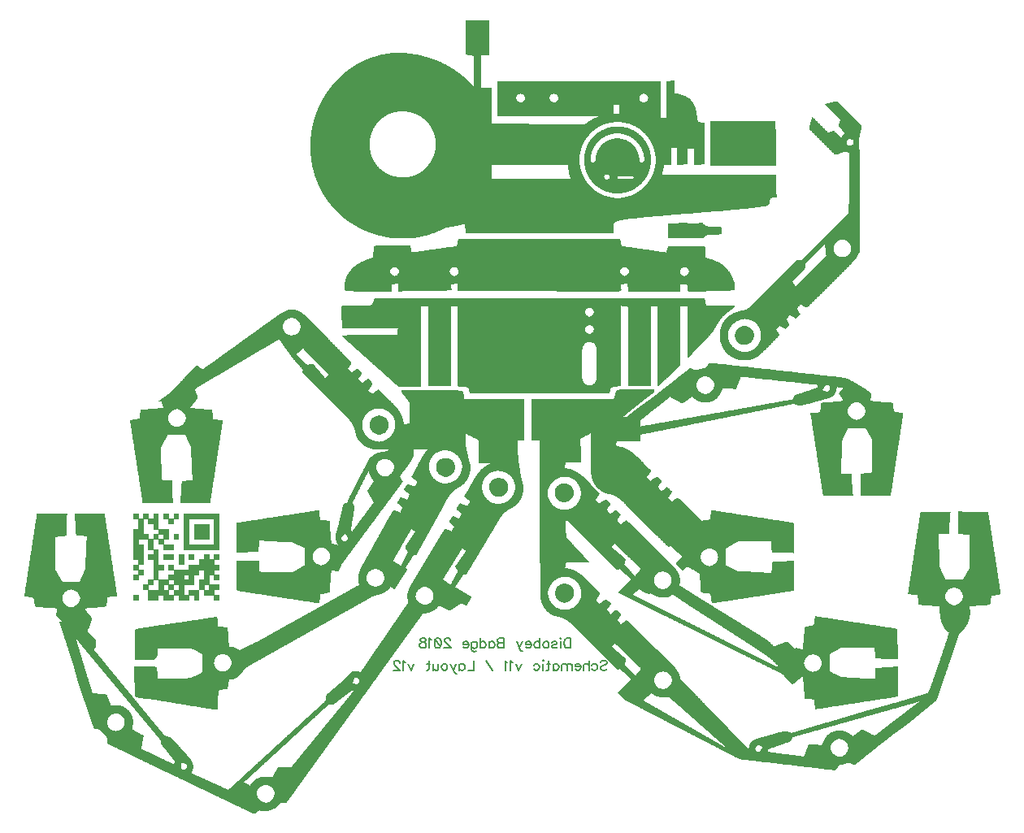
<source format=gbr>
%TF.GenerationSoftware,Novarm,DipTrace,3.0.0.2*%
%TF.CreationDate,2017-10-23T18:11:13+01:00*%
%FSLAX35Y35*%
%MOMM*%
%TF.FileFunction,Drawing,Silkscreen Bottom*%
%TF.Part,Single*%
%ADD12C,0.0254*%
%ADD78C,0.15686*%
G75*
G01*
%LPD*%
X5660900Y9320732D2*
D12*
X5899660D1*
X5660900Y9318192D2*
X5899660D1*
X5660900Y9315652D2*
X5899660D1*
X5660900Y9313112D2*
X5899660D1*
X5660900Y9310572D2*
X5899660D1*
X5660900Y9308032D2*
X5899660D1*
X5660900Y9305492D2*
X5899660D1*
X5660900Y9302952D2*
X5899660D1*
X5660900Y9300412D2*
X5899660D1*
X5660900Y9297872D2*
X5899660D1*
X5660910Y9295332D2*
X5899660D1*
X5660999Y9292792D2*
X5899660D1*
X5661323Y9290252D2*
X5899660D1*
X5661931Y9287712D2*
X5899660D1*
X5662582Y9285172D2*
X5899660D1*
X5663025Y9282632D2*
X5899660D1*
X5663261Y9280092D2*
X5899660D1*
X5663369Y9277552D2*
X5899660D1*
X5663413Y9275012D2*
X5899660D1*
X5663430Y9272472D2*
X5899660D1*
X5663437Y9269932D2*
X5899660D1*
X5663439Y9267392D2*
X5899660D1*
X5663440Y9264852D2*
X5899660D1*
X5663440Y9262312D2*
X5899660D1*
X5663440Y9259772D2*
X5899660D1*
X5663440Y9257232D2*
X5899660D1*
X5663440Y9254692D2*
X5899660D1*
X5663440Y9252152D2*
X5899660D1*
X5663440Y9249612D2*
X5899660D1*
X5663440Y9247072D2*
X5899660D1*
X5663440Y9244532D2*
X5899660D1*
X5663440Y9241992D2*
X5899660D1*
X5663440Y9239452D2*
X5899660D1*
X5663440Y9236912D2*
X5899660D1*
X5663440Y9234372D2*
X5899660D1*
X5663440Y9231832D2*
X5899660D1*
X5663440Y9229292D2*
X5899660D1*
X5663440Y9226752D2*
X5899660D1*
X5663440Y9224212D2*
X5899660D1*
X5663440Y9221672D2*
X5899660D1*
X5663440Y9219132D2*
X5899660D1*
X5663440Y9216592D2*
X5899660D1*
X5663440Y9214052D2*
X5899660D1*
X5663440Y9211512D2*
X5899660D1*
X5663440Y9208972D2*
X5899660D1*
X5663440Y9206432D2*
X5899660D1*
X5663440Y9203892D2*
X5899660D1*
X5663440Y9201352D2*
X5899660D1*
X5663440Y9198812D2*
X5899660D1*
X5663440Y9196272D2*
X5899660D1*
X5663440Y9193732D2*
X5899660D1*
X5663440Y9191192D2*
X5899660D1*
X5663440Y9188652D2*
X5899660D1*
X5663440Y9186112D2*
X5899660D1*
X5663440Y9183572D2*
X5899660D1*
X5663440Y9181032D2*
X5899660D1*
X5663440Y9178492D2*
X5899660D1*
X5663440Y9175952D2*
X5899660D1*
X5663440Y9173412D2*
X5899660D1*
X5663440Y9170872D2*
X5899660D1*
X5663440Y9168332D2*
X5899660D1*
X5663440Y9165792D2*
X5899660D1*
X5663440Y9163252D2*
X5899660D1*
X5663440Y9160712D2*
X5899660D1*
X5663440Y9158172D2*
X5899660D1*
X5663440Y9155632D2*
X5899660D1*
X5663440Y9153092D2*
X5899660D1*
X5663440Y9150552D2*
X5899660D1*
X5663440Y9148012D2*
X5899660D1*
X5663440Y9145472D2*
X5899660D1*
X5663440Y9142932D2*
X5899660D1*
X5663440Y9140392D2*
X5899660D1*
X5663450Y9137852D2*
X5899660D1*
X5663539Y9135312D2*
X5899660D1*
X5663863Y9132772D2*
X5899660D1*
X5664471Y9130232D2*
X5899660D1*
X5665122Y9127692D2*
X5899660D1*
X5665565Y9125152D2*
X5899660D1*
X5665801Y9122612D2*
X5899660D1*
X5665909Y9120072D2*
X5899660D1*
X5665953Y9117532D2*
X5899660D1*
X5665970Y9114992D2*
X5899660D1*
X5665977Y9112452D2*
X5899660D1*
X5665979Y9109912D2*
X5899660D1*
X5665980Y9107372D2*
X5899660D1*
X5665980Y9104832D2*
X5899660D1*
X5665980Y9102292D2*
X5899660D1*
X5665980Y9099752D2*
X5899660D1*
X5665980Y9097212D2*
X5899660D1*
X5665980Y9094672D2*
X5899660D1*
X5665980Y9092132D2*
X5899660D1*
X5665980Y9089592D2*
X5899660D1*
X5665980Y9087052D2*
X5899660D1*
X5665980Y9084512D2*
X5899660D1*
X5665980Y9081972D2*
X5899660D1*
X5665980Y9079432D2*
X5899660D1*
X5665980Y9076892D2*
X5899660D1*
X5665980Y9074352D2*
X5899660D1*
X5665980Y9071812D2*
X5899660D1*
X5665980Y9069272D2*
X5899660D1*
X5665980Y9066732D2*
X5899660D1*
X5665980Y9064192D2*
X5899660D1*
X5665980Y9061652D2*
X5899660D1*
X5665980Y9059112D2*
X5899660D1*
X5665980Y9056572D2*
X5899660D1*
X5665980Y9054032D2*
X5899660D1*
X5665980Y9051492D2*
X5899660D1*
X5665980Y9048952D2*
X5899660D1*
X5665980Y9046412D2*
X5899660D1*
X5665980Y9043872D2*
X5899660D1*
X5665980Y9041332D2*
X5899660D1*
X5665980Y9038792D2*
X5899660D1*
X5665980Y9036252D2*
X5899660D1*
X5665980Y9033712D2*
X5899660D1*
X5665980Y9031172D2*
X5899660D1*
X5665980Y9028632D2*
X5899660D1*
X5665980Y9026092D2*
X5899660D1*
X5665980Y9023552D2*
X5899660D1*
X5665980Y9021012D2*
X5899660D1*
X5665980Y9018472D2*
X5899660D1*
X5665980Y9015932D2*
X5899660D1*
X5665980Y9013392D2*
X5899660D1*
X5665980Y9010852D2*
X5899660D1*
X5665980Y9008312D2*
X5899660D1*
X5665980Y9005772D2*
X5899660D1*
X5665980Y9003232D2*
X5899660D1*
X5665980Y9000692D2*
X5899660D1*
X5665980Y8998152D2*
X5899660D1*
X5665980Y8995612D2*
X5899660D1*
X5665980Y8993072D2*
X5899660D1*
X5665980Y8990532D2*
X5899660D1*
X5665980Y8987992D2*
X5899660D1*
X5665980Y8985452D2*
X5899660D1*
X5665980Y8982912D2*
X5899660D1*
X5665980Y8980372D2*
X5899660D1*
X5665980Y8977832D2*
X5899660D1*
X4886200Y8975292D2*
X5033520D1*
X5666000D2*
X5899660D1*
X4866543Y8972752D2*
X5051300D1*
X5666258D2*
X5899660D1*
X4847786Y8970212D2*
X5081780D1*
X5666913D2*
X5899660D1*
X4830603Y8967672D2*
X5097430D1*
X5671715D2*
X5899660D1*
X4815115Y8965132D2*
X5113043D1*
X5680083D2*
X5899660D1*
X4801066Y8962592D2*
X5127853D1*
X5691733D2*
X5899660D1*
X4788114Y8960052D2*
X5141753D1*
X5705345D2*
X5899660D1*
X4776176Y8957512D2*
X5154934D1*
X5719603D2*
X5815840D1*
X5869180D2*
X5899660D1*
X4765062Y8954972D2*
X5167547D1*
X5733561D2*
X5815840D1*
X4754625Y8952432D2*
X5179550D1*
X5747260D2*
X5815840D1*
X4744842Y8949892D2*
X5190976D1*
X5747260D2*
X5815840D1*
X4735685Y8947352D2*
X5201833D1*
X5747260D2*
X5815840D1*
X4726851Y8944812D2*
X5212251D1*
X5747260D2*
X5815840D1*
X4718319Y8942272D2*
X5222232D1*
X5747260D2*
X5815840D1*
X4710145Y8939732D2*
X5231837D1*
X5747260D2*
X5815840D1*
X4702253Y8937192D2*
X5241264D1*
X5747260D2*
X5815840D1*
X4694517Y8934652D2*
X5250570D1*
X5747260D2*
X5815840D1*
X4686940Y8932112D2*
X5259462D1*
X5747260D2*
X5815840D1*
X4679621Y8929572D2*
X5267837D1*
X5747260D2*
X5815840D1*
X4672617Y8927032D2*
X5275823D1*
X5747260D2*
X5815840D1*
X4665741Y8924492D2*
X5283609D1*
X5747260D2*
X5815840D1*
X4658980Y8921952D2*
X5291290D1*
X5747260D2*
X5815840D1*
X4652523Y8919412D2*
X5298929D1*
X5747260D2*
X5815840D1*
X4646285Y8916872D2*
X5306464D1*
X5747260D2*
X5815840D1*
X4639898Y8914332D2*
X5313758D1*
X5747260D2*
X5815840D1*
X4633391Y8911792D2*
X5320677D1*
X5747260D2*
X5815840D1*
X4627069Y8909252D2*
X5327326D1*
X5747260D2*
X5815840D1*
X4621045Y8906712D2*
X5333881D1*
X5747260D2*
X5815840D1*
X4615245Y8904172D2*
X5340519D1*
X5747260D2*
X5815840D1*
X4609727Y8901632D2*
X5347172D1*
X5747260D2*
X5815840D1*
X4604424Y8899092D2*
X5353574D1*
X5747260D2*
X5815840D1*
X4599245Y8896552D2*
X5359706D1*
X5747260D2*
X5815840D1*
X4594124Y8894012D2*
X5365772D1*
X5747260D2*
X5815840D1*
X4589029Y8891472D2*
X5371748D1*
X5747260D2*
X5815840D1*
X4583943Y8888932D2*
X5377663D1*
X5747260D2*
X5815840D1*
X4578861Y8886392D2*
X5383617D1*
X5747260D2*
X5815840D1*
X4573780Y8883852D2*
X5389548D1*
X5747260D2*
X5815840D1*
X4568700Y8881312D2*
X5395359D1*
X5747260D2*
X5815840D1*
X4563620Y8878772D2*
X5401061D1*
X5747260D2*
X5815840D1*
X4558550Y8876232D2*
X5406538D1*
X5747260D2*
X5815840D1*
X4553549Y8873692D2*
X5411825D1*
X5747260D2*
X5815840D1*
X4548724Y8871152D2*
X5416998D1*
X5747260D2*
X5815840D1*
X4544097Y8868612D2*
X5422117D1*
X5747260D2*
X5815840D1*
X4539628Y8866072D2*
X5427212D1*
X5747260D2*
X5815840D1*
X4535322Y8863532D2*
X5432297D1*
X5747260D2*
X5815840D1*
X4531062Y8860992D2*
X5437379D1*
X5747260D2*
X5815840D1*
X4526777Y8858452D2*
X5442460D1*
X5747260D2*
X5815840D1*
X4522567Y8855912D2*
X5447530D1*
X5747260D2*
X5815840D1*
X4518346Y8853372D2*
X5452531D1*
X5747260D2*
X5815840D1*
X4514162Y8850832D2*
X5457356D1*
X5747260D2*
X5815840D1*
X4510184Y8848292D2*
X5461983D1*
X5747260D2*
X5815840D1*
X4506247Y8845752D2*
X5466452D1*
X5747260D2*
X5815840D1*
X4502030Y8843212D2*
X5470758D1*
X5747260D2*
X5815840D1*
X4497697Y8840672D2*
X5475028D1*
X5747260D2*
X5815840D1*
X4493504Y8838132D2*
X5479393D1*
X5747260D2*
X5815840D1*
X4489488Y8835592D2*
X5483846D1*
X5747260D2*
X5815840D1*
X4485579Y8833052D2*
X5488442D1*
X5747260D2*
X5815840D1*
X4481731Y8830512D2*
X5492982D1*
X5747260D2*
X5815840D1*
X4477903Y8827972D2*
X5497271D1*
X5747260D2*
X5815840D1*
X4474099Y8825432D2*
X5501338D1*
X5747260D2*
X5815840D1*
X4470374Y8822892D2*
X5505351D1*
X5747260D2*
X5815840D1*
X4466879Y8820352D2*
X5509519D1*
X5747260D2*
X5815840D1*
X4463596Y8817812D2*
X5513878D1*
X5747260D2*
X5815840D1*
X4460205Y8815272D2*
X5518109D1*
X5747260D2*
X5815840D1*
X4456551Y8812732D2*
X5522082D1*
X5747260D2*
X5815840D1*
X4452936Y8810192D2*
X5526083D1*
X5747260D2*
X5815840D1*
X4449450Y8807652D2*
X5530212D1*
X5747260D2*
X5815840D1*
X4445973Y8805112D2*
X5534272D1*
X5747260D2*
X5815840D1*
X4442550Y8802572D2*
X5538229D1*
X5747260D2*
X5815840D1*
X4439186Y8800032D2*
X5542096D1*
X5747260D2*
X5815840D1*
X4435770Y8797492D2*
X5545849D1*
X5747260D2*
X5815840D1*
X4432374Y8794952D2*
X5549354D1*
X5747260D2*
X5815840D1*
X4429020Y8792412D2*
X5552642D1*
X5747260D2*
X5815840D1*
X4425618Y8789872D2*
X5556034D1*
X5747260D2*
X5815840D1*
X4422302Y8787332D2*
X5559689D1*
X5747260D2*
X5815840D1*
X4419183Y8784792D2*
X5563304D1*
X5747260D2*
X5815840D1*
X4416066Y8782252D2*
X5566800D1*
X5747260D2*
X5815840D1*
X4412803Y8779712D2*
X5570356D1*
X5747260D2*
X5815840D1*
X4409555Y8777172D2*
X5574023D1*
X5747260D2*
X5815840D1*
X4406475Y8774632D2*
X5577752D1*
X5747260D2*
X5815840D1*
X4403449Y8772092D2*
X5581445D1*
X5747260D2*
X5815840D1*
X4400425Y8769552D2*
X5584918D1*
X5747260D2*
X5815840D1*
X4397473Y8767012D2*
X5588107D1*
X5747260D2*
X5815840D1*
X4394515Y8764472D2*
X5591183D1*
X5747260D2*
X5815840D1*
X4391525Y8761932D2*
X5594307D1*
X5747260D2*
X5815840D1*
X4388658Y8759392D2*
X5597505D1*
X5747260D2*
X5815840D1*
X4385856Y8756852D2*
X5600843D1*
X5747260D2*
X5815840D1*
X4382911Y8754312D2*
X5604196D1*
X5747260D2*
X5815840D1*
X4379729Y8751772D2*
X5607458D1*
X5747260D2*
X5815840D1*
X4376525Y8749232D2*
X5610621D1*
X5747260D2*
X5815840D1*
X4373537Y8746692D2*
X5613640D1*
X5747260D2*
X5815840D1*
X4370760Y8744152D2*
X5616627D1*
X5747260D2*
X5815840D1*
X4368102Y8741612D2*
X5619638D1*
X5747260D2*
X5815840D1*
X4365437Y8739072D2*
X5622589D1*
X5747260D2*
X5815840D1*
X4362636Y8736532D2*
X5625627D1*
X5747260D2*
X5815840D1*
X4359726Y8733992D2*
X5628857D1*
X5747260D2*
X5815840D1*
X4356896Y8731452D2*
X5632092D1*
X5747260D2*
X5815840D1*
X4354200Y8728912D2*
X5635167D1*
X5747260D2*
X5815840D1*
X4351580Y8726372D2*
X5638192D1*
X5747260D2*
X5815840D1*
X4349012Y8723832D2*
X5641206D1*
X5747260D2*
X5815840D1*
X4346455Y8721292D2*
X5644078D1*
X5747260D2*
X5815840D1*
X4343914Y8718752D2*
X5646801D1*
X5747260D2*
X5815840D1*
X4341369Y8716212D2*
X5649506D1*
X5747260D2*
X5815840D1*
X4338832Y8713672D2*
X5652321D1*
X5747260D2*
X5815840D1*
X4336288Y8711132D2*
X5655242D1*
X5747260D2*
X5815840D1*
X4333752Y8708592D2*
X5658070D1*
X5747260D2*
X5815840D1*
X4331208Y8706052D2*
X5660772D1*
X5747260D2*
X5815840D1*
X4328672Y8703512D2*
X5663388D1*
X5747260D2*
X5815840D1*
X4326128Y8700972D2*
X5665960D1*
X5747260D2*
X5815840D1*
X4323592Y8698432D2*
X5668513D1*
X5747260D2*
X5815840D1*
X4321058Y8695892D2*
X5671058D1*
X5747260D2*
X5815840D1*
X4318601Y8693352D2*
X5673599D1*
X5747260D2*
X5815840D1*
X4316302Y8690812D2*
X5676140D1*
X5747260D2*
X5815840D1*
X7817360D2*
X7827520D1*
X4314130Y8688272D2*
X5678680D1*
X5747260D2*
X5815840D1*
X7803308D2*
X7827520D1*
X4311873Y8685732D2*
X5681220D1*
X5747260D2*
X5815840D1*
X7788521D2*
X7827520D1*
X4309493Y8683192D2*
X5683760D1*
X5747260D2*
X5815840D1*
X7772803D2*
X7827520D1*
X4307028Y8680652D2*
X5686300D1*
X5747260D2*
X5815840D1*
X5993640D2*
X7192520D1*
X7756400D2*
X7827520D1*
X4304520Y8678112D2*
X5688840D1*
X5747260D2*
X5815840D1*
X5993640D2*
X7685280D1*
X7756400D2*
X7827520D1*
X4302003Y8675572D2*
X5691380D1*
X5747260D2*
X5815840D1*
X5993640D2*
X7685280D1*
X7756400D2*
X7827520D1*
X4299557Y8673032D2*
X5693920D1*
X5747260D2*
X5815840D1*
X5993640D2*
X7685280D1*
X7756400D2*
X7827520D1*
X4297342Y8670492D2*
X5696460D1*
X5747260D2*
X5815840D1*
X5993640D2*
X7685280D1*
X7756400D2*
X7827520D1*
X4295411Y8667952D2*
X5699000D1*
X5747260D2*
X5815840D1*
X5993640D2*
X7685280D1*
X7756400D2*
X7827520D1*
X4293522Y8665412D2*
X5701540D1*
X5747260D2*
X5815840D1*
X5993640D2*
X7685280D1*
X7756400D2*
X7827520D1*
X4291435Y8662872D2*
X5704080D1*
X5747260D2*
X5815840D1*
X5993640D2*
X7685280D1*
X7756400D2*
X7827520D1*
X4289210Y8660332D2*
X5706620D1*
X5747260D2*
X5815840D1*
X5993640D2*
X7685280D1*
X7756400D2*
X7827520D1*
X4287022Y8657792D2*
X5709150D1*
X5747260D2*
X5815840D1*
X5993640D2*
X7685280D1*
X7756400D2*
X7827520D1*
X4284891Y8655252D2*
X5711611D1*
X5747260D2*
X5815840D1*
X5993640D2*
X7685280D1*
X7756400D2*
X7827520D1*
X4282655Y8652712D2*
X5713906D1*
X5747260D2*
X5815840D1*
X5993640D2*
X7685280D1*
X7756400D2*
X7827520D1*
X4280287Y8650172D2*
X5716082D1*
X5747260D2*
X5815840D1*
X5993640D2*
X7685280D1*
X7756400D2*
X7827520D1*
X4277909Y8647632D2*
X5718335D1*
X5747260D2*
X5815840D1*
X5993640D2*
X7685280D1*
X7756400D2*
X7827520D1*
X4275642Y8645092D2*
X5720709D1*
X5747260D2*
X5815840D1*
X5993640D2*
X7685280D1*
X7756400D2*
X7827520D1*
X4273492Y8642552D2*
X5723090D1*
X5747260D2*
X5815840D1*
X5993640D2*
X7685280D1*
X7756400D2*
X7827520D1*
X4271330Y8640012D2*
X5725358D1*
X5747260D2*
X5815840D1*
X5993640D2*
X7685280D1*
X7756400D2*
X7827520D1*
X4269275Y8637472D2*
X5727517D1*
X5747260D2*
X5815840D1*
X5993640D2*
X7685280D1*
X7756400D2*
X7827520D1*
X4267419Y8634932D2*
X5729770D1*
X5747260D2*
X5815840D1*
X5993640D2*
X7685280D1*
X7756400D2*
X7827520D1*
X4265573Y8632392D2*
X5732138D1*
X5747260D2*
X5815840D1*
X5993640D2*
X7685280D1*
X7756400D2*
X7827520D1*
X4263568Y8629852D2*
X5734513D1*
X5747260D2*
X5815840D1*
X5993640D2*
X7685280D1*
X7756400D2*
X7827520D1*
X4261512Y8627312D2*
X5736695D1*
X5747260D2*
X5815840D1*
X5993640D2*
X7685280D1*
X7756400D2*
X7827520D1*
X4259455Y8624772D2*
X5738593D1*
X5747260D2*
X5815840D1*
X5993640D2*
X7685280D1*
X7756400D2*
X7827520D1*
X4257327Y8622232D2*
X5740372D1*
X5747260D2*
X5815840D1*
X5993640D2*
X7685280D1*
X7756400D2*
X7827520D1*
X4255215Y8619692D2*
X5742180D1*
X5747260D2*
X5815840D1*
X5993640D2*
X7685280D1*
X7756400D2*
X7827520D1*
X4253214Y8617152D2*
X5815840D1*
X5993640D2*
X7685280D1*
X7756400D2*
X7827520D1*
X4251315Y8614612D2*
X5815840D1*
X5993640D2*
X7685280D1*
X7756400D2*
X7827520D1*
X4249566Y8612072D2*
X5922520D1*
X5993640D2*
X7685280D1*
X7756400D2*
X7827520D1*
X4247838Y8609532D2*
X5922520D1*
X5993640D2*
X7685280D1*
X7756400D2*
X7827520D1*
X4246019Y8606992D2*
X5922520D1*
X5993640D2*
X7685280D1*
X7756400D2*
X7827520D1*
X4244101Y8604452D2*
X5922520D1*
X5993640D2*
X7685280D1*
X7756400D2*
X7827520D1*
X4242040Y8601912D2*
X5922520D1*
X5993640D2*
X7685280D1*
X7756400D2*
X7827520D1*
X4239957Y8599372D2*
X5922520D1*
X5993640D2*
X7685280D1*
X7756400D2*
X7827520D1*
X4237967Y8596832D2*
X5922520D1*
X5993640D2*
X7685280D1*
X7756400D2*
X7827520D1*
X4236073Y8594292D2*
X5922520D1*
X5993640D2*
X7685280D1*
X7756400D2*
X7827520D1*
X4234326Y8591752D2*
X5922520D1*
X5993640D2*
X7685280D1*
X7756400D2*
X7827520D1*
X4232607Y8589212D2*
X5922520D1*
X5993640D2*
X7685280D1*
X7756400D2*
X7827520D1*
X4230868Y8586672D2*
X5922520D1*
X5993640D2*
X7685280D1*
X7756400D2*
X7827520D1*
X4229185Y8584132D2*
X5922520D1*
X5993640D2*
X7685280D1*
X7756400D2*
X7827520D1*
X4227419Y8581592D2*
X5922520D1*
X5993640D2*
X7685280D1*
X7756400D2*
X7827520D1*
X4225457Y8579052D2*
X5922520D1*
X5993640D2*
X7685280D1*
X7756400D2*
X7827520D1*
X4223504Y8576512D2*
X5922520D1*
X5993640D2*
X7685280D1*
X7756400D2*
X7827520D1*
X4221766Y8573972D2*
X5922520D1*
X5993640D2*
X7685280D1*
X7756400D2*
X7827520D1*
X4220168Y8571432D2*
X5922520D1*
X5993640D2*
X7685280D1*
X7756400D2*
X7827520D1*
X4218463Y8568892D2*
X5922520D1*
X5993640D2*
X7685280D1*
X7756400D2*
X7827560D1*
X4216542Y8566352D2*
X5922520D1*
X5993640D2*
X7685280D1*
X7756400D2*
X7827679D1*
X4214601Y8563812D2*
X5922520D1*
X5993640D2*
X7685280D1*
X7756400D2*
X7828869D1*
X4212884Y8561272D2*
X5922520D1*
X5993640D2*
X7685280D1*
X7756400D2*
X7833461D1*
X4211364Y8558732D2*
X5922520D1*
X5993640D2*
X6218561D1*
X6241159D2*
X6566541D1*
X6586982D2*
X7501261D1*
X7521702D2*
X7685280D1*
X7756400D2*
X7840607D1*
X4209898Y8556192D2*
X5922520D1*
X5993640D2*
X6211239D1*
X6248481D2*
X6559219D1*
X6594854D2*
X7493939D1*
X7529574D2*
X7685280D1*
X7756400D2*
X7850062D1*
X4208258Y8553652D2*
X5922520D1*
X5993640D2*
X6205538D1*
X6254182D2*
X6553518D1*
X6600968D2*
X7488238D1*
X7535688D2*
X7685280D1*
X7756400D2*
X7860572D1*
X4206364Y8551112D2*
X5922520D1*
X5993640D2*
X6201109D1*
X6258611D2*
X6549089D1*
X6605478D2*
X7483809D1*
X7540198D2*
X7685280D1*
X7756400D2*
X7870931D1*
X4204435Y8548572D2*
X5922520D1*
X5993640D2*
X6197591D1*
X6262129D2*
X6545571D1*
X6608945D2*
X7480291D1*
X7543665D2*
X7685280D1*
X7756400D2*
X7880800D1*
X4202722Y8546032D2*
X5922520D1*
X5993640D2*
X6194612D1*
X6265108D2*
X6542582D1*
X6611876D2*
X7477302D1*
X7546596D2*
X7685280D1*
X7756400D2*
X7890281D1*
X4201213Y8543492D2*
X5922520D1*
X5993640D2*
X6191984D1*
X6267746D2*
X6539864D1*
X6614479D2*
X7474584D1*
X7549199D2*
X7685280D1*
X7756400D2*
X7899317D1*
X4199827Y8540952D2*
X5922520D1*
X5993640D2*
X6189783D1*
X6270036D2*
X6537341D1*
X6616748D2*
X7472061D1*
X7551468D2*
X7685280D1*
X7756400D2*
X7907537D1*
X4198431Y8538412D2*
X5922520D1*
X5993640D2*
X6188149D1*
X6271984D2*
X6535107D1*
X6618607D2*
X7469827D1*
X7553327D2*
X7685280D1*
X7756400D2*
X7914936D1*
X4196902Y8535872D2*
X5922520D1*
X5993640D2*
X6186869D1*
X6273784D2*
X6533255D1*
X6620163D2*
X7467975D1*
X7554893D2*
X7685280D1*
X7756400D2*
X7921776D1*
X4195250Y8533332D2*
X5922520D1*
X5993640D2*
X6185519D1*
X6275461D2*
X6531697D1*
X6621482D2*
X7466417D1*
X7556291D2*
X7685280D1*
X7756400D2*
X7928253D1*
X4193613Y8530792D2*
X5922520D1*
X5993640D2*
X6184079D1*
X6276745D2*
X6530306D1*
X6622562D2*
X7465026D1*
X7557605D2*
X7685280D1*
X7756400D2*
X7934352D1*
X4191940Y8528252D2*
X5922520D1*
X5993640D2*
X6182913D1*
X6277584D2*
X6529076D1*
X6623476D2*
X7463796D1*
X7558814D2*
X7685280D1*
X7756400D2*
X7940038D1*
X4190228Y8525712D2*
X5922520D1*
X5993640D2*
X6182198D1*
X6278278D2*
X6528118D1*
X6624388D2*
X7462838D1*
X7559849D2*
X7685280D1*
X7756400D2*
X7945413D1*
X4188641Y8523172D2*
X5922520D1*
X5993640D2*
X6181756D1*
X6279048D2*
X6527540D1*
X6625259D2*
X7462260D1*
X7560745D2*
X7685280D1*
X7756400D2*
X7950618D1*
X4187200Y8520632D2*
X5922520D1*
X5993640D2*
X6181277D1*
X6279765D2*
X6527251D1*
X6626078D2*
X7461971D1*
X7561642D2*
X7685280D1*
X7756400D2*
X7955658D1*
X4185848Y8518092D2*
X5922520D1*
X5993640D2*
X6180605D1*
X6280232D2*
X6527122D1*
X6626941D2*
X7461842D1*
X7562420D2*
X7685280D1*
X7756400D2*
X7960428D1*
X4184537Y8515552D2*
X5922520D1*
X5993640D2*
X6179930D1*
X6280476D2*
X6527070D1*
X6627708D2*
X7461790D1*
X7562915D2*
X7685280D1*
X7756400D2*
X7964814D1*
X4183172Y8513012D2*
X5922520D1*
X5993640D2*
X6179489D1*
X6280587D2*
X6527051D1*
X6628188D2*
X7461771D1*
X7563160D2*
X7685280D1*
X7756400D2*
X7968915D1*
X4181655Y8510472D2*
X5922520D1*
X5993640D2*
X6179340D1*
X6280623D2*
X6527044D1*
X6628352D2*
X7461764D1*
X7563186D2*
X7685280D1*
X7756400D2*
X7972842D1*
X4180007Y8507932D2*
X5922520D1*
X5993640D2*
X6179555D1*
X6280551D2*
X6527041D1*
X6628142D2*
X7461761D1*
X7562909D2*
X7685280D1*
X7756400D2*
X7976616D1*
X4178372Y8505392D2*
X5922520D1*
X5993640D2*
X6180118D1*
X6280234D2*
X6527050D1*
X6627571D2*
X7461770D1*
X7562309D2*
X7685280D1*
X7756400D2*
X7980120D1*
X4176710Y8502852D2*
X5922520D1*
X5993640D2*
X6180752D1*
X6279628D2*
X6527139D1*
X6626848D2*
X7461859D1*
X7561575D2*
X7685280D1*
X7756400D2*
X7983321D1*
X4175077Y8500312D2*
X5922520D1*
X5993640D2*
X6181199D1*
X6278967D2*
X6527473D1*
X6626088D2*
X7462193D1*
X7560810D2*
X7685280D1*
X7756400D2*
X7986391D1*
X4173724Y8497772D2*
X5922520D1*
X5993640D2*
X6181531D1*
X6278425D2*
X6528170D1*
X6625237D2*
X7462890D1*
X7559957D2*
X7685280D1*
X7756400D2*
X7989427D1*
X4172569Y8495232D2*
X5922520D1*
X5993640D2*
X6182051D1*
X6277777D2*
X6529145D1*
X6624379D2*
X7463865D1*
X7559109D2*
X7685280D1*
X7756400D2*
X7992302D1*
X4171259Y8492692D2*
X5922520D1*
X5993640D2*
X6183038D1*
X6276727D2*
X6530217D1*
X6623479D2*
X7464937D1*
X7558288D2*
X7685280D1*
X7756400D2*
X7995022D1*
X4169749Y8490152D2*
X5922520D1*
X5993640D2*
X6184413D1*
X6275334D2*
X6531282D1*
X6622284D2*
X7466002D1*
X7557328D2*
X7685280D1*
X7756400D2*
X7997645D1*
X4168257Y8487612D2*
X5922520D1*
X5993640D2*
X6185927D1*
X6273889D2*
X6532490D1*
X6620812D2*
X7467210D1*
X7556140D2*
X7685280D1*
X7756400D2*
X8000219D1*
X4166856Y8485072D2*
X5922520D1*
X5993640D2*
X6187550D1*
X6272496D2*
X6534086D1*
X6619258D2*
X7468806D1*
X7554629D2*
X7685280D1*
X7756400D2*
X8002763D1*
X4165519Y8482532D2*
X5922520D1*
X5993640D2*
X6189262D1*
X6271067D2*
X6535946D1*
X6617609D2*
X7470666D1*
X7552772D2*
X7685280D1*
X7756400D2*
X8005208D1*
X4164214Y8479992D2*
X5922520D1*
X5993640D2*
X6191021D1*
X6269350D2*
X6537994D1*
X6615811D2*
X7472714D1*
X7550767D2*
X7685280D1*
X7756400D2*
X8007328D1*
X4162851Y8477452D2*
X5922520D1*
X5993640D2*
X6193126D1*
X6267037D2*
X6540411D1*
X6613796D2*
X7475131D1*
X7548634D2*
X7685280D1*
X7756400D2*
X8008846D1*
X4161345Y8474912D2*
X5922520D1*
X5993640D2*
X6195883D1*
X6264072D2*
X6543143D1*
X6611237D2*
X7477863D1*
X7546091D2*
X7685280D1*
X7756400D2*
X8009762D1*
X4159786Y8472372D2*
X5922520D1*
X5993640D2*
X6199273D1*
X6260554D2*
X6546101D1*
X6607849D2*
X7480821D1*
X7542910D2*
X7685280D1*
X7756400D2*
X8015480D1*
X9514080D2*
X9526780D1*
X4158465Y8469832D2*
X5922520D1*
X5993640D2*
X6203463D1*
X6256301D2*
X6549814D1*
X6603515D2*
X7484534D1*
X7538849D2*
X7685280D1*
X7756400D2*
X8016751D1*
X9503575D2*
X9529310D1*
X4157322Y8467292D2*
X5922520D1*
X5993640D2*
X6209050D1*
X6250687D2*
X6555382D1*
X6597968D2*
X7490102D1*
X7533325D2*
X7685280D1*
X7756400D2*
X8018236D1*
X9492770D2*
X9531751D1*
X4156027Y8464752D2*
X5922520D1*
X5993640D2*
X6216395D1*
X6243331D2*
X6563359D1*
X6590928D2*
X7498079D1*
X7526009D2*
X7685280D1*
X7756400D2*
X8019788D1*
X9481935D2*
X9533869D1*
X4154598Y8462212D2*
X5922520D1*
X5993640D2*
X6224780D1*
X6234940D2*
X6572760D1*
X6582920D2*
X7507480D1*
X7517640D2*
X7685280D1*
X7756400D2*
X8021414D1*
X9471231D2*
X9535386D1*
X4153340Y8459672D2*
X5922520D1*
X5993640D2*
X7685280D1*
X7756400D2*
X8023031D1*
X9460584D2*
X9536302D1*
X4152225Y8457132D2*
X5922520D1*
X5993640D2*
X7685280D1*
X7756400D2*
X8024379D1*
X9449862D2*
X9542020D1*
X4150941Y8454592D2*
X5922520D1*
X5993640D2*
X7685280D1*
X7756400D2*
X8025532D1*
X9439173D2*
X9542020D1*
X4149516Y8452052D2*
X5922520D1*
X5993640D2*
X7685280D1*
X7756400D2*
X8026831D1*
X9428854D2*
X9547100D1*
X4148260Y8449512D2*
X5922520D1*
X5993640D2*
X7685280D1*
X7756400D2*
X8028261D1*
X9419897D2*
X9547100D1*
X4147144Y8446972D2*
X5922520D1*
X5993640D2*
X7685280D1*
X7756400D2*
X8029519D1*
X9413005D2*
X9552180D1*
X4145860Y8444432D2*
X5922520D1*
X5993640D2*
X7685280D1*
X7756400D2*
X8030635D1*
X9407400D2*
X9552180D1*
X4144436Y8441892D2*
X5922520D1*
X5993640D2*
X7685280D1*
X7756400D2*
X8031919D1*
X9409940D2*
X9557260D1*
X4143180Y8439352D2*
X5922520D1*
X5993640D2*
X7192520D1*
X7263640D2*
X7685280D1*
X7756400D2*
X8033344D1*
X9412480D2*
X9557260D1*
X4142064Y8436812D2*
X5922520D1*
X5993640D2*
X7192520D1*
X7263640D2*
X7685280D1*
X7756400D2*
X8034591D1*
X9415020D2*
X9562340D1*
X4140780Y8434272D2*
X5922520D1*
X5993640D2*
X7192520D1*
X7263640D2*
X7685280D1*
X7756400D2*
X8035626D1*
X9417560D2*
X9562340D1*
X4139356Y8431732D2*
X5922520D1*
X5993640D2*
X7192520D1*
X7263640D2*
X7685280D1*
X7756400D2*
X8036676D1*
X9420100D2*
X9567420D1*
X4138109Y8429192D2*
X5922520D1*
X5993640D2*
X7192520D1*
X7263640D2*
X7685280D1*
X7756400D2*
X8037806D1*
X9422640D2*
X9567420D1*
X4137074Y8426652D2*
X5922520D1*
X5993640D2*
X7192520D1*
X7263640D2*
X7685280D1*
X7756400D2*
X8038930D1*
X9425180D2*
X9572500D1*
X4136024Y8424112D2*
X5922520D1*
X5993640D2*
X7192520D1*
X7263640D2*
X7685280D1*
X7756400D2*
X8039930D1*
X9427720D2*
X9572500D1*
X4134884Y8421572D2*
X5922520D1*
X5993640D2*
X7192520D1*
X7263640D2*
X7685280D1*
X7756400D2*
X8040823D1*
X9430260D2*
X9577580D1*
X4133681Y8419032D2*
X5922520D1*
X5993640D2*
X7192520D1*
X7263640D2*
X7685280D1*
X7756400D2*
X8041803D1*
X9432800D2*
X9577580D1*
X4132437Y8416492D2*
X5922520D1*
X5993640D2*
X7192520D1*
X7263640D2*
X7685280D1*
X7756400D2*
X8042904D1*
X9435340D2*
X9582660D1*
X4131180Y8413952D2*
X5922520D1*
X5993640D2*
X7192520D1*
X7263640D2*
X7685280D1*
X7756400D2*
X8044007D1*
X9437880D2*
X9582660D1*
X4129922Y8411412D2*
X5922520D1*
X5993640D2*
X7192520D1*
X7263640D2*
X7685280D1*
X7756400D2*
X8044913D1*
X9440420D2*
X9587740D1*
X4128735Y8408872D2*
X5922520D1*
X5993640D2*
X7192520D1*
X7263640D2*
X7685280D1*
X7756400D2*
X8045481D1*
X9442960D2*
X9587740D1*
X4127697Y8406332D2*
X5922520D1*
X5993640D2*
X7192520D1*
X7263640D2*
X7685280D1*
X7756400D2*
X8045852D1*
X9445500D2*
X9592820D1*
X4126714Y8403792D2*
X5922520D1*
X5993640D2*
X7192520D1*
X7263640D2*
X7685280D1*
X7756400D2*
X8046302D1*
X9448040D2*
X9592820D1*
X4125495Y8401252D2*
X5922520D1*
X5993640D2*
X7192520D1*
X7263640D2*
X7685280D1*
X7756400D2*
X8046971D1*
X9450580D2*
X9597900D1*
X4124108Y8398712D2*
X5922520D1*
X5993640D2*
X7192520D1*
X7263640D2*
X7685280D1*
X7756400D2*
X8047731D1*
X9453120D2*
X9597900D1*
X4122952Y8396172D2*
X5922520D1*
X5993640D2*
X7192520D1*
X7263640D2*
X7685280D1*
X7756400D2*
X8048505D1*
X9455660D2*
X9602980D1*
X4122165Y8393632D2*
X5922520D1*
X5993640D2*
X7192520D1*
X7263640D2*
X7685280D1*
X7756400D2*
X8049351D1*
X9458200D2*
X9602980D1*
X4121481Y8391092D2*
X5922520D1*
X5993640D2*
X7192520D1*
X7263640D2*
X7685280D1*
X7756400D2*
X8050111D1*
X9460740D2*
X9608060D1*
X4120629Y8388552D2*
X5922520D1*
X5993640D2*
X7192520D1*
X7263640D2*
X7685280D1*
X7756400D2*
X8050609D1*
X9463280D2*
X9608060D1*
X4119581Y8386012D2*
X5922520D1*
X5993640D2*
X7192520D1*
X7263640D2*
X7685280D1*
X7756400D2*
X8050951D1*
X9465820D2*
X9613140D1*
X4118417Y8383472D2*
X5922520D1*
X5993640D2*
X7192520D1*
X7263640D2*
X7685280D1*
X7756400D2*
X8051388D1*
X9468360D2*
X9613140D1*
X4117188Y8380932D2*
X5922520D1*
X5993640D2*
X7192520D1*
X7263640D2*
X7685280D1*
X7756400D2*
X8052053D1*
X9470900D2*
X9618220D1*
X4115937Y8378392D2*
X5922520D1*
X5993640D2*
X7192520D1*
X7263640D2*
X7685280D1*
X7756400D2*
X8052812D1*
X9473440D2*
X9618220D1*
X4114681Y8375852D2*
X4967752D1*
X5020146D2*
X5922520D1*
X5993640D2*
X7192520D1*
X7263640D2*
X7685280D1*
X7756400D2*
X8053585D1*
X9475980D2*
X9623300D1*
X4113504Y8373312D2*
X4948107D1*
X5041602D2*
X5922520D1*
X5993640D2*
X7192520D1*
X7263640D2*
X7685280D1*
X7756400D2*
X8054431D1*
X9478520D2*
X9623300D1*
X4112557Y8370772D2*
X4931880D1*
X5059298D2*
X5922520D1*
X5993640D2*
X7192520D1*
X7263640D2*
X7685280D1*
X7756400D2*
X8055191D1*
X9481060D2*
X9628380D1*
X4111897Y8368232D2*
X4918405D1*
X5073926D2*
X5922520D1*
X5993640D2*
X7192520D1*
X7263640D2*
X7685280D1*
X7756400D2*
X8055679D1*
X9483600D2*
X9628380D1*
X4111276Y8365692D2*
X4907009D1*
X5086278D2*
X5922520D1*
X5993640D2*
X7192520D1*
X7263640D2*
X7685280D1*
X7756400D2*
X8055941D1*
X9486140D2*
X9633460D1*
X4110451Y8363152D2*
X4897237D1*
X5097063D2*
X5922520D1*
X5993640D2*
X7192520D1*
X7263640D2*
X7685280D1*
X7756400D2*
X8056145D1*
X9488680D2*
X9633460D1*
X4109425Y8360612D2*
X4888877D1*
X5106612D2*
X5922520D1*
X5993640D2*
X7192520D1*
X7263640D2*
X7685280D1*
X7756400D2*
X8056515D1*
X9491220D2*
X9638540D1*
X4108344Y8358072D2*
X4881666D1*
X5115162D2*
X5922520D1*
X5993640D2*
X7192520D1*
X7263640D2*
X7685280D1*
X7756400D2*
X8057141D1*
X9493760D2*
X9638540D1*
X4107361Y8355532D2*
X4875179D1*
X5122842D2*
X5922520D1*
X5993640D2*
X7192520D1*
X7263640D2*
X7685280D1*
X7756400D2*
X8057809D1*
X9496300D2*
X9643620D1*
X4106474Y8352992D2*
X4868897D1*
X5129725D2*
X5922520D1*
X5993640D2*
X7192520D1*
X7263640D2*
X7685280D1*
X7756400D2*
X8058344D1*
X9498840D2*
X9643620D1*
X4105496Y8350452D2*
X4862636D1*
X5136060D2*
X5922520D1*
X5993640D2*
X7192520D1*
X7263640D2*
X7685280D1*
X7756400D2*
X8058904D1*
X9501380D2*
X9648700D1*
X4104395Y8347912D2*
X4856418D1*
X5142196D2*
X5922520D1*
X5993640D2*
X7192520D1*
X7263640D2*
X7685280D1*
X7756400D2*
X8059620D1*
X9503920D2*
X9648700D1*
X4103283Y8345372D2*
X4850435D1*
X5148113D2*
X5922520D1*
X5993640D2*
X7685280D1*
X7756400D2*
X8060316D1*
X9506460D2*
X9653780D1*
X4102288Y8342832D2*
X4844878D1*
X5153705D2*
X5922520D1*
X5993640D2*
X7685280D1*
X7756400D2*
X8060776D1*
X9509000D2*
X9653780D1*
X4101397Y8340292D2*
X4839842D1*
X5158965D2*
X5922520D1*
X5993640D2*
X7685280D1*
X7756400D2*
X8061018D1*
X9511540D2*
X9658860D1*
X4100416Y8337752D2*
X4835250D1*
X5163922D2*
X5922520D1*
X5993640D2*
X7685280D1*
X7756400D2*
X8061128D1*
X9514080D2*
X9658860D1*
X4099316Y8335212D2*
X4830864D1*
X5168672D2*
X5922520D1*
X5993640D2*
X7685280D1*
X7756400D2*
X8061183D1*
X9516620D2*
X9663940D1*
X4098213Y8332672D2*
X4826527D1*
X5173408D2*
X5922520D1*
X5993640D2*
X7685280D1*
X7756400D2*
X8061290D1*
X9519160D2*
X9663940D1*
X4097297Y8330132D2*
X4822298D1*
X5178080D2*
X5922520D1*
X5993640D2*
X7685280D1*
X7756400D2*
X8061620D1*
X9521700D2*
X9669020D1*
X4096650Y8327592D2*
X4818070D1*
X5182624D2*
X5922520D1*
X5993640D2*
X7685280D1*
X7756400D2*
X8062230D1*
X9524240D2*
X9669020D1*
X4096034Y8325052D2*
X4813893D1*
X5186982D2*
X5922520D1*
X6242560D2*
X6928360D1*
X7064725D2*
X7685280D1*
X7756400D2*
X8062892D1*
X9526780D2*
X9674100D1*
X4095211Y8322512D2*
X4810004D1*
X5191032D2*
X5922520D1*
X7058306D2*
X7685280D1*
X7756400D2*
X8063425D1*
X9529320D2*
X9674100D1*
X4094185Y8319972D2*
X4806391D1*
X5194913D2*
X5922520D1*
X7051657D2*
X7685280D1*
X7756400D2*
X8063984D1*
X9531860D2*
X9679180D1*
X4093114Y8317432D2*
X4802781D1*
X5198820D2*
X5922520D1*
X7045234D2*
X7685280D1*
X7756400D2*
X8064700D1*
X9534400D2*
X9679180D1*
X4092210Y8314892D2*
X4799109D1*
X5202550D2*
X5922520D1*
X7039071D2*
X7685280D1*
X7756400D2*
X8065396D1*
X9536940D2*
X9684260D1*
X4091568Y8312352D2*
X4795449D1*
X5206083D2*
X5922520D1*
X7033001D2*
X7685280D1*
X7756400D2*
X8065856D1*
X9539480D2*
X9684260D1*
X4090963Y8309812D2*
X4791992D1*
X5209577D2*
X5922520D1*
X7027021D2*
X7685280D1*
X7756400D2*
X8066098D1*
X9542020D2*
X9689340D1*
X4090220Y8307272D2*
X4788809D1*
X5213006D2*
X5922520D1*
X7021192D2*
X7685280D1*
X7756400D2*
X8066208D1*
X9270240D2*
D3*
X9544560D2*
X9689340D1*
X4089428Y8304732D2*
X4785736D1*
X5216373D2*
X5922520D1*
X7015483D2*
X7685280D1*
X7756400D2*
X8066253D1*
X9269838D2*
X9275320D1*
X9547100D2*
X9694420D1*
X4088642Y8302192D2*
X4782612D1*
X5219790D2*
X5922520D1*
X7010003D2*
X7685280D1*
X7756400D2*
X8066270D1*
X9269119D2*
X9275320D1*
X9549640D2*
X9694420D1*
X4087791Y8299652D2*
X4779414D1*
X5223176D2*
X5922520D1*
X7004716D2*
X8066287D1*
X9268137D2*
X9280400D1*
X9552180D2*
X9699500D1*
X4087020Y8297112D2*
X4776087D1*
X5226451D2*
X5922520D1*
X6999552D2*
X8066378D1*
X9267084D2*
X9280400D1*
X9554720D2*
X9699500D1*
X4086442Y8294572D2*
X4772813D1*
X5229609D2*
X5922520D1*
X6994512D2*
X8066703D1*
X9266197D2*
X9285480D1*
X9557260D2*
X9704580D1*
X4085866Y8292032D2*
X4769795D1*
X5232550D2*
X5922520D1*
X6989672D2*
X8067311D1*
X9265636D2*
X9285480D1*
X9559790D2*
X9704580D1*
X4085133Y8289492D2*
X4767006D1*
X5235293D2*
X5922520D1*
X6985040D2*
X8067972D1*
X9265266D2*
X9290560D1*
X9562231D2*
X9709660D1*
X4084346Y8286952D2*
X4764354D1*
X5237931D2*
X5922520D1*
X6980569D2*
X8068505D1*
X9264818D2*
X9290560D1*
X9564348D2*
X9709660D1*
X4083561Y8284412D2*
X4761768D1*
X5240505D2*
X5922520D1*
X6976262D2*
X8069064D1*
X9264149D2*
X9295640D1*
X9565847D2*
X9714740D1*
X4082711Y8281872D2*
X4759210D1*
X5243064D2*
X5922520D1*
X6972002D2*
X8069780D1*
X9263389D2*
X9295640D1*
X9566848D2*
X9714740D1*
X4081940Y8279332D2*
X4756663D1*
X5245605D2*
X5922520D1*
X6967727D2*
X8070476D1*
X9262615D2*
X9300720D1*
X9566877D2*
X9719820D1*
X4081362Y8276792D2*
X4754121D1*
X5248151D2*
X5922520D1*
X6963596D2*
X8070936D1*
X9261769D2*
X9300720D1*
X9565921D2*
X9719820D1*
X4080776Y8274252D2*
X4751580D1*
X5250688D2*
X5922520D1*
X6959610D2*
X8071178D1*
X9260999D2*
X9305800D1*
X9564672D2*
X9724900D1*
X4079964Y8271712D2*
X4749040D1*
X5253232D2*
X5922520D1*
X6955720D2*
X8071288D1*
X9260422D2*
X9305800D1*
X9563503D2*
X9724900D1*
X4078942Y8269172D2*
X4746500D1*
X5255768D2*
X5922520D1*
X6951875D2*
X8071353D1*
X9259846D2*
X9310880D1*
X9562497D2*
X9729980D1*
X4077873Y8266632D2*
X4743970D1*
X5258302D2*
X5922520D1*
X6948053D2*
X8071608D1*
X9259113D2*
X9310880D1*
X9561458D2*
X9729980D1*
X4076980Y8264092D2*
X4741519D1*
X5260759D2*
X5922530D1*
X6944237D2*
X7205482D1*
X7273029D2*
X8072212D1*
X8213600D2*
X8881620D1*
X9258326D2*
X9315960D1*
X9560332D2*
X9735060D1*
X4076427Y8261552D2*
X4739303D1*
X5263058D2*
X5922619D1*
X6940437D2*
X7185758D1*
X7294159D2*
X8075358D1*
X8213600D2*
X8881620D1*
X9257541D2*
X9315960D1*
X9559209D2*
X9735060D1*
X4076136Y8259012D2*
X4737371D1*
X5265220D2*
X5922943D1*
X6936713D2*
X7169296D1*
X7311237D2*
X8083509D1*
X8213600D2*
X8881620D1*
X9256691D2*
X9321040D1*
X9558200D2*
X9740140D1*
X4075922Y8256472D2*
X4735482D1*
X5267388D2*
X5923551D1*
X6933229D2*
X7155527D1*
X7325124D2*
X8094619D1*
X8213600D2*
X8881620D1*
X9255930D2*
X9321040D1*
X9557228D2*
X9740140D1*
X4075537Y8253932D2*
X4733395D1*
X5269444D2*
X5924202D1*
X6930025D2*
X7143988D1*
X7336709D2*
X8108652D1*
X8213600D2*
X8881620D1*
X9255432D2*
X9326120D1*
X9556013D2*
X9745220D1*
X4074820Y8251392D2*
X4731170D1*
X5271300D2*
X5924645D1*
X6926869D2*
X7134012D1*
X7346651D2*
X8125028D1*
X8213600D2*
X8881620D1*
X9255089D2*
X9326120D1*
X9554627D2*
X9745220D1*
X4073838Y8248852D2*
X4728982D1*
X5273147D2*
X5924881D1*
X6923499D2*
X7124928D1*
X7355450D2*
X8142480D1*
X8213600D2*
X8881620D1*
X9254642D2*
X9331200D1*
X9553472D2*
X9750300D1*
X4072784Y8246312D2*
X4726861D1*
X5275152D2*
X5924989D1*
X6919917D2*
X7116575D1*
X7363603D2*
X8142480D1*
X8213600D2*
X8881620D1*
X9253897D2*
X9331200D1*
X9552675D2*
X9750300D1*
X4071897Y8243772D2*
X4724715D1*
X5277208D2*
X5925033D1*
X6916124D2*
X7108977D1*
X7371353D2*
X8142480D1*
X8213600D2*
X8881620D1*
X9252904D2*
X9336280D1*
X9551912D2*
X9755380D1*
X4071346Y8241232D2*
X4722670D1*
X5279265D2*
X5925051D1*
X6912034D2*
X7101810D1*
X7378730D2*
X8142480D1*
X8213600D2*
X8881620D1*
X9251847D2*
X9336280D1*
X9550825D2*
X9755380D1*
X4071056Y8238692D2*
X4720900D1*
X5281383D2*
X6313680D1*
X6907585D2*
X7094921D1*
X7385671D2*
X8142480D1*
X8213600D2*
X8881620D1*
X9250958D2*
X9341360D1*
X9549493D2*
X9760460D1*
X4070842Y8236152D2*
X4719284D1*
X5283416D2*
X7088433D1*
X7392232D2*
X8142480D1*
X8213600D2*
X8881620D1*
X9250396D2*
X9341360D1*
X9548286D2*
X9760460D1*
X4070467Y8233612D2*
X4717578D1*
X5285172D2*
X7082344D1*
X7398387D2*
X8142480D1*
X8213600D2*
X8881620D1*
X9250027D2*
X9346440D1*
X9547285D2*
X9765540D1*
X4069829Y8231072D2*
X4715651D1*
X5286707D2*
X7076519D1*
X7404174D2*
X8142480D1*
X8213600D2*
X8881620D1*
X9249578D2*
X9346440D1*
X9546430D2*
X9765540D1*
X4069082Y8228532D2*
X4713704D1*
X5288179D2*
X7070991D1*
X7409791D2*
X8142480D1*
X8213600D2*
X8881620D1*
X9248909D2*
X9351520D1*
X9545761D2*
X9770620D1*
X4068313Y8225992D2*
X4711903D1*
X5289821D2*
X7065686D1*
X7415295D2*
X8142480D1*
X8213600D2*
X8881620D1*
X9248149D2*
X9351520D1*
X9546241D2*
X9770620D1*
X4067468Y8223452D2*
X4710162D1*
X5291715D2*
X7060505D1*
X7420468D2*
X8142480D1*
X8213600D2*
X8881620D1*
X9247375D2*
X9356600D1*
X9547904D2*
X9775700D1*
X4066709Y8220912D2*
X4708487D1*
X5293645D2*
X7055384D1*
X7425354D2*
X8142480D1*
X8213600D2*
X8881620D1*
X9246529D2*
X9356600D1*
X9549887D2*
X9775700D1*
X4066221Y8218372D2*
X4707042D1*
X5295358D2*
X7050299D1*
X7430140D2*
X8142480D1*
X8213600D2*
X8881620D1*
X9245759D2*
X9361680D1*
X9551892D2*
X9780780D1*
X4065959Y8215832D2*
X4705648D1*
X5296867D2*
X7045302D1*
X7434766D2*
X8142480D1*
X8213600D2*
X8881620D1*
X9245182D2*
X9361680D1*
X9553739D2*
X9780683D1*
X4065755Y8213292D2*
X4704052D1*
X5298253D2*
X7040554D1*
X7439092D2*
X8142480D1*
X8213600D2*
X8881620D1*
X9244606D2*
X9366760D1*
X9555595D2*
X9780358D1*
X4065385Y8210752D2*
X4702489D1*
X5299649D2*
X7036171D1*
X7223000D2*
X7258560D1*
X7443253D2*
X8142480D1*
X8213600D2*
X8881620D1*
X9243873D2*
X9366760D1*
X9557680D2*
X9779739D1*
X4064749Y8208212D2*
X4701125D1*
X5301168D2*
X7032075D1*
X7187440D2*
X7291580D1*
X7447491D2*
X8142480D1*
X8213600D2*
X8881620D1*
X9243086D2*
X9371840D1*
X9559971D2*
X9778998D1*
X4064002Y8205672D2*
X4699687D1*
X5302741D2*
X7028136D1*
X7175859D2*
X7303637D1*
X7451870D2*
X8142480D1*
X8213600D2*
X8881620D1*
X9242301D2*
X9371840D1*
X9562323D2*
X9778232D1*
X4063233Y8203132D2*
X4698114D1*
X5304143D2*
X7024276D1*
X7164670D2*
X7314952D1*
X7456033D2*
X8142480D1*
X8213600D2*
X8881620D1*
X9241451D2*
X9376920D1*
X9564573D2*
X9777388D1*
X4062388Y8200592D2*
X4696594D1*
X5305522D2*
X7020445D1*
X7154263D2*
X7325183D1*
X7459766D2*
X8142480D1*
X8213600D2*
X8881620D1*
X9240700D2*
X9376920D1*
X9566722D2*
X9776629D1*
X4061629Y8198052D2*
X4695183D1*
X5307111D2*
X7016630D1*
X7144804D2*
X7334446D1*
X7463395D2*
X8142480D1*
X8213600D2*
X8881620D1*
X9240311D2*
X9382000D1*
X9568889D2*
X9776141D1*
X4061141Y8195512D2*
X4693842D1*
X5308673D2*
X7012825D1*
X7136272D2*
X7342854D1*
X7467157D2*
X8142480D1*
X8213600D2*
X8881620D1*
X9240240D2*
X9382000D1*
X9571027D2*
X9775879D1*
X4060889Y8192972D2*
X4692544D1*
X5310036D2*
X7009096D1*
X7128507D2*
X7350557D1*
X7470817D2*
X8142480D1*
X8213600D2*
X8881630D1*
X9241338D2*
X9387080D1*
X9573122D2*
X9775675D1*
X4060775Y8190432D2*
X4691261D1*
X5311463D2*
X7005528D1*
X7121397D2*
X7357650D1*
X7474321D2*
X8142480D1*
X8213600D2*
X8881719D1*
X9243019D2*
X9387080D1*
X9575337D2*
X9775295D1*
X4060718Y8187892D2*
X4689988D1*
X5312957D2*
X7002094D1*
X7114768D2*
X7364358D1*
X7477804D2*
X8142480D1*
X8213600D2*
X8882043D1*
X9245137D2*
X9392160D1*
X9577615D2*
X9774579D1*
X4060611Y8185352D2*
X4688715D1*
X5314232D2*
X6998648D1*
X7108587D2*
X7370848D1*
X7481229D2*
X8142480D1*
X8213600D2*
X8882651D1*
X9247495D2*
X9392160D1*
X9579751D2*
X9773598D1*
X4060280Y8182812D2*
X4687446D1*
X5315280D2*
X6995250D1*
X7102791D2*
X7377172D1*
X7484594D2*
X8142480D1*
X8213600D2*
X8883302D1*
X9249962D2*
X9397240D1*
X9581649D2*
X9772544D1*
X4059670Y8180272D2*
X4686174D1*
X5316334D2*
X6991971D1*
X7097170D2*
X7383209D1*
X7488010D2*
X8142480D1*
X8213600D2*
X8883745D1*
X9252475D2*
X9397240D1*
X9583525D2*
X9771657D1*
X4059008Y8177732D2*
X4684906D1*
X5317465D2*
X6988802D1*
X7091666D2*
X7388861D1*
X7491396D2*
X8142480D1*
X8213600D2*
X8883981D1*
X9255005D2*
X9402320D1*
X9585607D2*
X9771106D1*
X4058475Y8175192D2*
X4683644D1*
X5318590D2*
X6985781D1*
X7086493D2*
X7394138D1*
X7494671D2*
X8142480D1*
X8213600D2*
X8884089D1*
X9257542D2*
X9402320D1*
X9587831D2*
X9770816D1*
X4057916Y8172652D2*
X4682455D1*
X5319590D2*
X6982794D1*
X7081606D2*
X7399017D1*
X7497829D2*
X8142480D1*
X8213600D2*
X8884133D1*
X9260081D2*
X9407400D1*
X9590018D2*
X9770602D1*
X4057200Y8170112D2*
X4681428D1*
X5320483D2*
X6979792D1*
X7076820D2*
X7403457D1*
X7500770D2*
X8142480D1*
X8213600D2*
X8884150D1*
X9262620D2*
X9407400D1*
X9592149D2*
X9770217D1*
X4056504Y8167572D2*
X4680524D1*
X5321463D2*
X6976930D1*
X7072194D2*
X7407665D1*
X7503513D2*
X8142480D1*
X8213600D2*
X8884157D1*
X9265160D2*
X9412480D1*
X9594385D2*
X9769500D1*
X4056044Y8165032D2*
X4679539D1*
X5322564D2*
X6974216D1*
X7067868D2*
X7411931D1*
X7506151D2*
X8142480D1*
X8213600D2*
X8884159D1*
X9267700D2*
X9412480D1*
X9596753D2*
X9768518D1*
X4055802Y8162492D2*
X4678437D1*
X5323677D2*
X6971594D1*
X7063707D2*
X7416406D1*
X7508725D2*
X8142480D1*
X8213600D2*
X8884160D1*
X9270240D2*
X9417560D1*
X9478520D2*
X9493760D1*
X9599131D2*
X9767464D1*
X4055692Y8159952D2*
X4677324D1*
X5324682D2*
X6969021D1*
X7059469D2*
X7420885D1*
X7511284D2*
X8142480D1*
X8213600D2*
X8884160D1*
X9272780D2*
X9417560D1*
X9471510D2*
X9493760D1*
X9601398D2*
X9766577D1*
X4055637Y8157412D2*
X4676328D1*
X5325653D2*
X6966467D1*
X7055090D2*
X7425148D1*
X7513835D2*
X8142480D1*
X8213600D2*
X8884160D1*
X9275320D2*
X9422640D1*
X9464263D2*
X9498840D1*
X9603558D2*
X9766026D1*
X4055530Y8154872D2*
X4675437D1*
X5326867D2*
X6963923D1*
X7050936D2*
X7429184D1*
X7516460D2*
X8142480D1*
X8213600D2*
X8884160D1*
X9277860D2*
X9422640D1*
X9456956D2*
X9498840D1*
X9605800D2*
X9765736D1*
X4055200Y8152332D2*
X4674456D1*
X5328253D2*
X6961381D1*
X7047283D2*
X7433015D1*
X7519231D2*
X8142480D1*
X8213600D2*
X8884160D1*
X9280400D2*
X9427720D1*
X9449839D2*
X9503920D1*
X9608079D2*
X9765522D1*
X4054590Y8149792D2*
X4673356D1*
X5329408D2*
X6958840D1*
X7043889D2*
X7436544D1*
X7522060D2*
X8142480D1*
X8213600D2*
X8884160D1*
X9282940D2*
X9427720D1*
X9442960D2*
X9506156D1*
X9610120D2*
X9765147D1*
X4053938Y8147252D2*
X4672253D1*
X5330195D2*
X6956300D1*
X7040411D2*
X7439765D1*
X7524639D2*
X8142480D1*
X8213600D2*
X8884160D1*
X9285480D2*
X9508722D1*
X9611596D2*
X9764509D1*
X4053485Y8144712D2*
X4671337D1*
X5330879D2*
X6953760D1*
X7036804D2*
X7207168D1*
X7269312D2*
X7442928D1*
X7526975D2*
X8142480D1*
X8213600D2*
X8884160D1*
X9288020D2*
X9511375D1*
X9612441D2*
X9763762D1*
X4053160Y8142172D2*
X4670690D1*
X5331731D2*
X6951220D1*
X7033172D2*
X7193890D1*
X7282590D2*
X7446299D1*
X7529304D2*
X8142480D1*
X8213600D2*
X8884160D1*
X9290560D2*
X9514010D1*
X9612852D2*
X9762993D1*
X4052728Y8139632D2*
X4670084D1*
X5332769D2*
X6948680D1*
X7029726D2*
X7181370D1*
X7295110D2*
X7449863D1*
X7531720D2*
X8142480D1*
X8213600D2*
X8884160D1*
X9293100D2*
X9516685D1*
X9613036D2*
X9762148D1*
X4052075Y8137092D2*
X4669340D1*
X5333844D2*
X6946150D1*
X7026547D2*
X7170173D1*
X7306307D2*
X7453458D1*
X7534193D2*
X8142480D1*
X8213600D2*
X8884160D1*
X9295640D2*
X9519569D1*
X9608060D2*
X9761389D1*
X4051407Y8134552D2*
X4668548D1*
X5334739D2*
X6943689D1*
X7023485D2*
X7160324D1*
X7316156D2*
X7456710D1*
X7536699D2*
X8142480D1*
X8213600D2*
X8884160D1*
X9298180D2*
X9522726D1*
X9608060D2*
X9760901D1*
X4050958Y8132012D2*
X4667762D1*
X5335303D2*
X6941394D1*
X7020451D2*
X7151630D1*
X7324860D2*
X7459507D1*
X7539145D2*
X8142480D1*
X8213600D2*
X8884160D1*
X9300720D2*
X9525921D1*
X9602980D2*
X9760649D1*
X4050720Y8129472D2*
X4666911D1*
X5335673D2*
X6939218D1*
X7017577D2*
X7143876D1*
X7332693D2*
X7460767D1*
X7541441D2*
X8142480D1*
X8213600D2*
X8884160D1*
X9303260D2*
X9528895D1*
X9602980D2*
X9760525D1*
X4050612Y8126932D2*
X4666150D1*
X5336132D2*
X6936965D1*
X7014858D2*
X7136975D1*
X7339829D2*
X7466840D1*
X7543611D2*
X8142480D1*
X8213600D2*
X8884160D1*
X9305800D2*
X9531592D1*
X9597900D2*
X9760389D1*
X4050567Y8124392D2*
X4665652D1*
X5336880D2*
X6934591D1*
X7012225D2*
X7130621D1*
X7346467D2*
X7469076D1*
X7545857D2*
X8142480D1*
X8213600D2*
X8884160D1*
X9308340D2*
X9534005D1*
X9596532D2*
X9760047D1*
X4050550Y8121852D2*
X4665309D1*
X5337875D2*
X6932210D1*
X7009562D2*
X7124489D1*
X7352642D2*
X7471642D1*
X7548148D2*
X8142480D1*
X8213600D2*
X8884160D1*
X9310880D2*
X9536305D1*
X9594722D2*
X9759432D1*
X4050543Y8119312D2*
X4664862D1*
X5338933D2*
X6929952D1*
X7006685D2*
X7118574D1*
X7358359D2*
X7474295D1*
X7550289D2*
X8142480D1*
X8213600D2*
X8884160D1*
X9313420D2*
X9538819D1*
X9592551D2*
X9758769D1*
X4050531Y8116772D2*
X4664117D1*
X5339822D2*
X6927882D1*
X7003531D2*
X7113069D1*
X7363736D2*
X7476920D1*
X7552178D2*
X8142480D1*
X8213600D2*
X8884160D1*
X9315960D2*
X9541574D1*
X9590175D2*
X9758236D1*
X4050441Y8114232D2*
X4663124D1*
X5340384D2*
X6925953D1*
X7000348D2*
X7108055D1*
X7368867D2*
X7479506D1*
X7553975D2*
X8142480D1*
X8213600D2*
X8884160D1*
X9318500D2*
X9544323D1*
X9587701D2*
X9757676D1*
X4050117Y8111692D2*
X4662067D1*
X5340753D2*
X6924193D1*
X6997454D2*
X7103549D1*
X7373673D2*
X7482066D1*
X7555823D2*
X8142480D1*
X8213600D2*
X8884160D1*
X9321040D2*
X9546992D1*
X9585196D2*
X9756960D1*
X4049509Y8109152D2*
X4661178D1*
X5341202D2*
X6922460D1*
X6995002D2*
X7099312D1*
X7378160D2*
X7484605D1*
X7557752D2*
X8142480D1*
X8213600D2*
X8884160D1*
X9323580D2*
X9549595D1*
X9582755D2*
X9756264D1*
X4048858Y8106612D2*
X4660626D1*
X5341861D2*
X6920639D1*
X6992963D2*
X7095035D1*
X7382502D2*
X7487069D1*
X7559817D2*
X8142480D1*
X8213600D2*
X8884160D1*
X9326120D2*
X9552173D1*
X9580541D2*
X9755804D1*
X4048415Y8104072D2*
X4660346D1*
X5342542D2*
X6918721D1*
X6991029D2*
X7090566D1*
X7386812D2*
X7489366D1*
X7561903D2*
X8142480D1*
X8213600D2*
X8884160D1*
X9328660D2*
X9554820D1*
X9578611D2*
X9755562D1*
X4048179Y8101532D2*
X4660211D1*
X5343081D2*
X6916660D1*
X6988915D2*
X7086165D1*
X7390956D2*
X7491542D1*
X7563892D2*
X8142480D1*
X8213600D2*
X8884160D1*
X9331200D2*
X9557757D1*
X9576729D2*
X9755452D1*
X4048071Y8098992D2*
X4660071D1*
X5343643D2*
X6914577D1*
X6986604D2*
X7082136D1*
X7394948D2*
X7493795D1*
X7565787D2*
X8142480D1*
X8213600D2*
X8884160D1*
X9333740D2*
X9561167D1*
X9574671D2*
X9755407D1*
X4048017Y8096452D2*
X4659728D1*
X5344360D2*
X6912587D1*
X6984170D2*
X7078385D1*
X7398829D2*
X7496169D1*
X7567534D2*
X8142480D1*
X8213600D2*
X8884160D1*
X9336280D2*
X9564880D1*
X9572500D2*
X9755390D1*
X4047910Y8093912D2*
X4659112D1*
X5345056D2*
X6910693D1*
X6981684D2*
X7074596D1*
X7402586D2*
X7498550D1*
X7569253D2*
X8142480D1*
X8213600D2*
X8884160D1*
X9338820D2*
X9755383D1*
X4047580Y8091372D2*
X4658459D1*
X5345516D2*
X6908946D1*
X6979240D2*
X7070859D1*
X7406084D2*
X7500818D1*
X7570992D2*
X8142480D1*
X8213600D2*
X8884160D1*
X9341360D2*
X9755381D1*
X4046970Y8088832D2*
X4658005D1*
X5345758D2*
X6907227D1*
X6976950D2*
X7067440D1*
X7409282D2*
X7502977D1*
X7572665D2*
X8142480D1*
X8213600D2*
X8884160D1*
X9343900D2*
X9755380D1*
X4046318Y8086292D2*
X4657680D1*
X5345868D2*
X6905488D1*
X6974786D2*
X7064239D1*
X7215380D2*
X7261100D1*
X7412351D2*
X7505220D1*
X7574352D2*
X8142480D1*
X8213600D2*
X8884160D1*
X9346440D2*
X9649612D1*
X9667706D2*
X9755380D1*
X4045875Y8083752D2*
X4657248D1*
X5345923D2*
X6903815D1*
X6972614D2*
X7061138D1*
X7202627D2*
X7273853D1*
X7415397D2*
X7507509D1*
X7576079D2*
X8142480D1*
X8213600D2*
X8884160D1*
X9348980D2*
X9643864D1*
X9677784D2*
X9755380D1*
X4045639Y8081212D2*
X4656595D1*
X5346030D2*
X6902138D1*
X6970484D2*
X7058225D1*
X7190718D2*
X7285762D1*
X7418362D2*
X7509649D1*
X7577748D2*
X8142480D1*
X8213600D2*
X8884160D1*
X9351520D2*
X9639348D1*
X9686112D2*
X9755380D1*
X4045531Y8078672D2*
X4655927D1*
X5346360D2*
X6900490D1*
X6968477D2*
X7055405D1*
X7180041D2*
X7296439D1*
X7421405D2*
X7511539D1*
X7579433D2*
X8142480D1*
X8213600D2*
X8884160D1*
X9354060D2*
X9636029D1*
X9692278D2*
X9755380D1*
X4045487Y8076132D2*
X4655478D1*
X5346970D2*
X6899056D1*
X6966576D2*
X7052455D1*
X7170821D2*
X7305659D1*
X7424636D2*
X7513335D1*
X7581149D2*
X8142480D1*
X8213600D2*
X8884160D1*
X9356600D2*
X9633674D1*
X9696768D2*
X9755380D1*
X4045470Y8073592D2*
X4655240D1*
X5347622D2*
X6897665D1*
X6964827D2*
X7049270D1*
X7163075D2*
X7313405D1*
X7427862D2*
X7515183D1*
X7582738D2*
X8142480D1*
X8213600D2*
X8884160D1*
X9359140D2*
X9631907D1*
X9698294D2*
X9755380D1*
X4045463Y8071052D2*
X4655132D1*
X5348075D2*
X6896071D1*
X6963108D2*
X7046065D1*
X7156321D2*
X7320169D1*
X7430858D2*
X7517112D1*
X7584179D2*
X8142480D1*
X8213600D2*
X8884160D1*
X9361680D2*
X9630506D1*
X9699377D2*
X9755380D1*
X4045461Y8068512D2*
X4655087D1*
X5348400D2*
X6894508D1*
X6961368D2*
X7043077D1*
X7150101D2*
X7326469D1*
X7433638D2*
X7519167D1*
X7585532D2*
X8142480D1*
X8213600D2*
X8884160D1*
X9364220D2*
X9629395D1*
X9700321D2*
X9755380D1*
X4045460Y8065972D2*
X4655070D1*
X5348832D2*
X6893145D1*
X6959695D2*
X7040300D1*
X7144428D2*
X7332376D1*
X7436288D2*
X7521173D1*
X7586843D2*
X8142480D1*
X8213600D2*
X8884160D1*
X9366760D2*
X9628460D1*
X9701106D2*
X9755380D1*
X4045460Y8063432D2*
X4655063D1*
X5349485D2*
X6891707D1*
X6958008D2*
X7037652D1*
X7139415D2*
X7337673D1*
X7438873D2*
X7522919D1*
X7588208D2*
X8142480D1*
X8213600D2*
X8884160D1*
X9369300D2*
X9627464D1*
X9701599D2*
X9755380D1*
X4045460Y8060892D2*
X4655061D1*
X5350153D2*
X6890134D1*
X6956281D2*
X7035077D1*
X7134719D2*
X7342412D1*
X7441430D2*
X7524450D1*
X7589715D2*
X8142480D1*
X8213600D2*
X8884160D1*
X9371840D2*
X9626358D1*
X9701852D2*
X9755380D1*
X4045460Y8058352D2*
X4655060D1*
X5350602D2*
X6888614D1*
X6954612D2*
X7032609D1*
X7130055D2*
X7346868D1*
X7443967D2*
X7525919D1*
X7591273D2*
X8142480D1*
X8213600D2*
X8884160D1*
X9374380D2*
X9625254D1*
X9701966D2*
X9755380D1*
X4045460Y8055812D2*
X4655060D1*
X5350840D2*
X6887203D1*
X6952927D2*
X7030386D1*
X7125491D2*
X7351225D1*
X7446420D2*
X7527551D1*
X7592595D2*
X8142480D1*
X8213600D2*
X8884160D1*
X9376920D2*
X9624347D1*
X9702012D2*
X9755380D1*
X4045460Y8053272D2*
X4655060D1*
X5350948D2*
X6885862D1*
X6951201D2*
X7028452D1*
X7121202D2*
X7355386D1*
X7448637D2*
X7529366D1*
X7593738D2*
X8142480D1*
X8213600D2*
X8884160D1*
X9379460D2*
X9623789D1*
X9702030D2*
X9755380D1*
X4045460Y8050732D2*
X4655060D1*
X5350993D2*
X6884564D1*
X6949532D2*
X7026563D1*
X7117140D2*
X7359384D1*
X7450569D2*
X7531061D1*
X7595033D2*
X8142480D1*
X8213600D2*
X8884160D1*
X9382000D2*
X9623507D1*
X9702037D2*
X9755380D1*
X4045460Y8048192D2*
X4655060D1*
X5351010D2*
X6883281D1*
X6947847D2*
X7024466D1*
X7113230D2*
X7363268D1*
X7452457D2*
X7532490D1*
X7596462D2*
X8142480D1*
X8213600D2*
X8884160D1*
X9384540D2*
X9623381D1*
X9702039D2*
X9755380D1*
X4045460Y8045652D2*
X4655060D1*
X5351017D2*
X6882008D1*
X6946121D2*
X7022171D1*
X7109461D2*
X7367026D1*
X7454545D2*
X7533955D1*
X7597720D2*
X8142480D1*
X8213600D2*
X8884160D1*
X9387080D2*
X9623330D1*
X9702030D2*
X9755380D1*
X4045460Y8043112D2*
X4655060D1*
X5351019D2*
X6880735D1*
X6944452D2*
X7019818D1*
X7105959D2*
X7370523D1*
X7456770D2*
X7535540D1*
X7598835D2*
X8142480D1*
X8213600D2*
X8884160D1*
X9389620D2*
X9623321D1*
X9701941D2*
X9755380D1*
X4045460Y8040572D2*
X4655050D1*
X5351020D2*
X6879466D1*
X6942777D2*
X7017567D1*
X7102759D2*
X7373722D1*
X7458958D2*
X7537064D1*
X7600119D2*
X8142480D1*
X8213600D2*
X8884160D1*
X9392160D2*
X9623403D1*
X9701617D2*
X9755380D1*
X4045460Y8038032D2*
X4654961D1*
X5351020D2*
X6878194D1*
X6941140D2*
X7015418D1*
X7099689D2*
X7376791D1*
X7461079D2*
X7538477D1*
X7601544D2*
X8142480D1*
X8213600D2*
X8884160D1*
X9394700D2*
X9623734D1*
X9701009D2*
X9755380D1*
X4045460Y8035492D2*
X4654637D1*
X5351020D2*
X6876926D1*
X6939785D2*
X7013261D1*
X7096653D2*
X7379827D1*
X7463235D2*
X7539818D1*
X7602800D2*
X8142480D1*
X8213600D2*
X8884160D1*
X9397240D2*
X9624431D1*
X9700348D2*
X9755380D1*
X4045460Y8032952D2*
X4654029D1*
X5351020D2*
X6875664D1*
X6938629D2*
X7011212D1*
X7093778D2*
X7382702D1*
X7465359D2*
X7541126D1*
X7603916D2*
X8142480D1*
X8213600D2*
X8884160D1*
X9399780D2*
X9625415D1*
X9699805D2*
X9755380D1*
X4045460Y8030412D2*
X4653378D1*
X5351020D2*
X6874475D1*
X6937329D2*
X7009441D1*
X7091058D2*
X7385422D1*
X7467364D2*
X7542489D1*
X7605200D2*
X8142480D1*
X8213600D2*
X8884160D1*
X9402320D2*
X9626566D1*
X9699147D2*
X9755380D1*
X4045460Y8027872D2*
X4652935D1*
X5351020D2*
X6873448D1*
X6935899D2*
X7007824D1*
X7088435D2*
X7388045D1*
X7469264D2*
X7543995D1*
X7606624D2*
X8142480D1*
X8213600D2*
X8884160D1*
X9404860D2*
X9627876D1*
X9698008D2*
X9755380D1*
X4045460Y8025332D2*
X4652699D1*
X5351020D2*
X6872544D1*
X6934641D2*
X7006118D1*
X7085861D2*
X7390619D1*
X7471013D2*
X7545554D1*
X7607871D2*
X8142480D1*
X8213600D2*
X8884160D1*
X9407400D2*
X9629468D1*
X9696271D2*
X9755380D1*
X4045460Y8022792D2*
X4652591D1*
X5351020D2*
X6871559D1*
X6933525D2*
X7004191D1*
X7083307D2*
X7393173D1*
X7472732D2*
X7546875D1*
X7608906D2*
X8142480D1*
X8213600D2*
X8884160D1*
X9409940D2*
X9631519D1*
X9694029D2*
X9755380D1*
X4045460Y8020252D2*
X4652547D1*
X5351020D2*
X6870457D1*
X6932241D2*
X7002253D1*
X7080763D2*
X7395717D1*
X7474472D2*
X7548018D1*
X7609956D2*
X8142480D1*
X8213600D2*
X8884160D1*
X9412480D2*
X9634093D1*
X9691239D2*
X9755380D1*
X4045460Y8017712D2*
X4652539D1*
X5351020D2*
X6869344D1*
X6930816D2*
X7000532D1*
X7078221D2*
X7398259D1*
X7476145D2*
X7549313D1*
X7611086D2*
X8142480D1*
X8213600D2*
X8884160D1*
X9415020D2*
X9637114D1*
X9687737D2*
X9755380D1*
X4045460Y8015172D2*
X4652622D1*
X5351020D2*
X6868348D1*
X6929560D2*
X6999026D1*
X7075680D2*
X7400800D1*
X7477822D2*
X7550742D1*
X7612200D2*
X8142480D1*
X8213600D2*
X8884160D1*
X9417560D2*
X9640260D1*
X9683543D2*
X9755380D1*
X4045460Y8012632D2*
X4652944D1*
X5351020D2*
X6867457D1*
X6928444D2*
X6997646D1*
X7073150D2*
X7403330D1*
X7479470D2*
X7551990D1*
X7613120D2*
X8142480D1*
X8213600D2*
X8884160D1*
X9420100D2*
X9643261D1*
X9678907D2*
X9755380D1*
X4045460Y8010092D2*
X4653552D1*
X5351020D2*
X6866476D1*
X6927160D2*
X6996323D1*
X7070689D2*
X7405791D1*
X7480904D2*
X7553026D1*
X7613769D2*
X8142480D1*
X8213600D2*
X8884160D1*
X9422640D2*
X9755380D1*
X4045460Y8007552D2*
X4654203D1*
X5351020D2*
X6865376D1*
X6925746D2*
X6994954D1*
X7068394D2*
X7408086D1*
X7482295D2*
X7554076D1*
X7614386D2*
X8142480D1*
X8213600D2*
X8884160D1*
X9425180D2*
X9755380D1*
X4045460Y8005012D2*
X4654646D1*
X5351010D2*
X6864273D1*
X6924579D2*
X6993436D1*
X7066228D2*
X7410252D1*
X7483889D2*
X7555206D1*
X7615209D2*
X8142480D1*
X8213600D2*
X8884160D1*
X9427720D2*
X9755380D1*
X4045460Y8002472D2*
X4654881D1*
X5350921D2*
X6863357D1*
X6923777D2*
X6991788D1*
X7064054D2*
X7412426D1*
X7485452D2*
X7556330D1*
X7616235D2*
X8142480D1*
X8213600D2*
X8884160D1*
X9430260D2*
X9755380D1*
X4045460Y7999932D2*
X4654989D1*
X5350597D2*
X6862710D1*
X6923012D2*
X6990152D1*
X7061924D2*
X7414556D1*
X7486815D2*
X7557330D1*
X7617316D2*
X8142480D1*
X8213600D2*
X8884160D1*
X9432800D2*
X9755380D1*
X4045460Y7997392D2*
X4655033D1*
X5349989D2*
X6862094D1*
X6921925D2*
X6988490D1*
X7059917D2*
X7416563D1*
X7488243D2*
X7558223D1*
X7618299D2*
X7817360D1*
X7863080D2*
X8142480D1*
X8213600D2*
X8884160D1*
X9435340D2*
X9755380D1*
X4045460Y7994852D2*
X4655050D1*
X5349338D2*
X6861271D1*
X6920603D2*
X6986857D1*
X7058016D2*
X7418464D1*
X7489737D2*
X7559203D1*
X7619186D2*
X7791960D1*
X7863080D2*
X8142480D1*
X8213600D2*
X8884160D1*
X9437880D2*
X9755380D1*
X4045460Y7992312D2*
X4655057D1*
X5348885D2*
X6860245D1*
X6919475D2*
X6985504D1*
X7056267D2*
X7420213D1*
X7491022D2*
X7560304D1*
X7620164D2*
X7791960D1*
X7863080D2*
X8142480D1*
X8213600D2*
X8884160D1*
X9440420D2*
X9755380D1*
X4045460Y7989772D2*
X4655059D1*
X5348560D2*
X6859174D1*
X6918699D2*
X6984349D1*
X7054548D2*
X7421932D1*
X7492149D2*
X7561417D1*
X7621265D2*
X7791960D1*
X7863080D2*
X8142480D1*
X8213600D2*
X8884160D1*
X9442960D2*
X9755380D1*
X4045460Y7987232D2*
X4655060D1*
X5348128D2*
X6858270D1*
X6918019D2*
X6983049D1*
X7052808D2*
X7423672D1*
X7493437D2*
X7562412D1*
X7622367D2*
X7791960D1*
X7863080D2*
X8142480D1*
X8213600D2*
X8884160D1*
X9445500D2*
X9755380D1*
X4045460Y7984692D2*
X4655060D1*
X5347475D2*
X6857628D1*
X6917168D2*
X6981629D1*
X7051135D2*
X7425345D1*
X7494864D2*
X7563303D1*
X7623273D2*
X7791960D1*
X7863080D2*
X8142480D1*
X8213600D2*
X8884160D1*
X9448040D2*
X9755380D1*
X4045460Y7982152D2*
X4655060D1*
X5346807D2*
X6857013D1*
X6916131D2*
X6980460D1*
X7049458D2*
X7427022D1*
X7496110D2*
X7564284D1*
X7623841D2*
X7791960D1*
X7863080D2*
X7967220D1*
X8037841D2*
X8142480D1*
X8213600D2*
X8884160D1*
X9450580D2*
X9755380D1*
X4045460Y7979612D2*
X4655070D1*
X5346358D2*
X6856190D1*
X6915056D2*
X6979658D1*
X7047820D2*
X7428660D1*
X7497146D2*
X7565384D1*
X7624212D2*
X7791960D1*
X7863080D2*
X7967220D1*
X8039326D2*
X8142480D1*
X8213600D2*
X8884160D1*
X9453120D2*
X9755390D1*
X4045460Y7977072D2*
X4655159D1*
X5346120D2*
X6855165D1*
X6914151D2*
X6978893D1*
X7046465D2*
X7430015D1*
X7498196D2*
X7566487D1*
X7624672D2*
X7791960D1*
X7863080D2*
X7967220D1*
X8040177D2*
X8142480D1*
X8213600D2*
X8884160D1*
X9455660D2*
X9755479D1*
X4045460Y7974532D2*
X4655483D1*
X5346012D2*
X6854094D1*
X6913508D2*
X6977805D1*
X7045309D2*
X7431171D1*
X7499326D2*
X7567403D1*
X7625420D2*
X7791960D1*
X7863080D2*
X7967220D1*
X8040589D2*
X8142480D1*
X8213600D2*
X8884160D1*
X9458200D2*
X9755803D1*
X4045460Y7971992D2*
X4656091D1*
X5345957D2*
X6853200D1*
X6912893D2*
X6976473D1*
X7044009D2*
X7432481D1*
X7500450D2*
X7568050D1*
X7626415D2*
X7791960D1*
X7863080D2*
X7967220D1*
X8040768D2*
X8142480D1*
X8213600D2*
X8884160D1*
X9460740D2*
X9756411D1*
X4045460Y7969452D2*
X4656752D1*
X5345850D2*
X6852647D1*
X6912070D2*
X6975266D1*
X7042579D2*
X7434000D1*
X7501450D2*
X7568656D1*
X7627473D2*
X7791960D1*
X7863080D2*
X7967220D1*
X8040839D2*
X8142480D1*
X8213600D2*
X8884160D1*
X9463280D2*
X9757062D1*
X4045460Y7966912D2*
X4657285D1*
X5345520D2*
X6852356D1*
X6911045D2*
X6974245D1*
X7041321D2*
X7435572D1*
X7502343D2*
X7569400D1*
X7628362D2*
X7791960D1*
X7863080D2*
X7967220D1*
X8040866D2*
X8142480D1*
X8213600D2*
X8884160D1*
X9465820D2*
X9757505D1*
X4045460Y7964372D2*
X4657844D1*
X5344900D2*
X6852142D1*
X6909974D2*
X6973201D1*
X7040205D2*
X7437207D1*
X7503323D2*
X7570192D1*
X7628914D2*
X7791960D1*
X7863080D2*
X7967220D1*
X8040875D2*
X8142480D1*
X8213600D2*
X8884160D1*
X9468360D2*
X9757741D1*
X4045460Y7961832D2*
X4658560D1*
X5344159D2*
X6851757D1*
X6909080D2*
X6972073D1*
X7038921D2*
X7438819D1*
X7504424D2*
X7570978D1*
X7629204D2*
X7791960D1*
X7863080D2*
X7967220D1*
X8040878D2*
X8142480D1*
X8213600D2*
X8884160D1*
X9470900D2*
X9757849D1*
X4045460Y7959292D2*
X4659256D1*
X5343392D2*
X6851040D1*
X6908517D2*
X6970960D1*
X7037496D2*
X7440079D1*
X7505527D2*
X7571829D1*
X7629418D2*
X7791960D1*
X7863080D2*
X7967220D1*
X8040879D2*
X8142480D1*
X8213600D2*
X8884160D1*
X9473440D2*
X9757893D1*
X4045460Y7956752D2*
X4659716D1*
X5342548D2*
X6850058D1*
X6908147D2*
X6970039D1*
X7036240D2*
X7440919D1*
X7506443D2*
X7572590D1*
X7629793D2*
X7791960D1*
X7863080D2*
X7967220D1*
X8040880D2*
X8142480D1*
X8213600D2*
X8884160D1*
X9475980D2*
X9614332D1*
X9617517D2*
X9757910D1*
X4045460Y7954212D2*
X4659968D1*
X5341789D2*
X6849004D1*
X6907698D2*
X6969391D1*
X7035124D2*
X7441699D1*
X7507090D2*
X7573088D1*
X7630431D2*
X7791960D1*
X7863080D2*
X7967220D1*
X8040880D2*
X8142480D1*
X8213600D2*
X8884160D1*
X9478520D2*
X9601882D1*
X9628383D2*
X9757917D1*
X4045460Y7951672D2*
X4660167D1*
X5341291D2*
X6848117D1*
X6907029D2*
X6968774D1*
X7033840D2*
X7442792D1*
X7507706D2*
X7573431D1*
X7631178D2*
X7791960D1*
X7863080D2*
X7967220D1*
X8040880D2*
X8142480D1*
X8213600D2*
X8884160D1*
X9481060D2*
X9591516D1*
X9637475D2*
X9757919D1*
X4045460Y7949132D2*
X4660536D1*
X5340949D2*
X6847566D1*
X6906269D2*
X6967951D1*
X7032426D2*
X7444126D1*
X7508529D2*
X7573868D1*
X7631947D2*
X7791960D1*
X7863080D2*
X7967220D1*
X8040880D2*
X8142480D1*
X8213600D2*
X8884160D1*
X9483600D2*
X9582914D1*
X9644633D2*
X9757920D1*
X4045460Y7946592D2*
X4661172D1*
X5340512D2*
X6847286D1*
X6905495D2*
X6966925D1*
X7031259D2*
X7445334D1*
X7509555D2*
X7574523D1*
X7632792D2*
X7791960D1*
X7863080D2*
X7967220D1*
X8040880D2*
X8142480D1*
X8213600D2*
X8884160D1*
X9486140D2*
X9575630D1*
X9650046D2*
X9757920D1*
X4045460Y7944052D2*
X4661918D1*
X5339847D2*
X6847151D1*
X6904649D2*
X6965854D1*
X7030457D2*
X7446355D1*
X7510626D2*
X7575203D1*
X7633551D2*
X7791960D1*
X7863080D2*
X7967220D1*
X8040880D2*
X8142480D1*
X8213600D2*
X8884160D1*
X9488680D2*
X9569207D1*
X9654174D2*
X9757930D1*
X4045460Y7941512D2*
X4662687D1*
X5339088D2*
X6847011D1*
X6903889D2*
X6964960D1*
X7029692D2*
X7447399D1*
X7511520D2*
X7575741D1*
X7634039D2*
X7791960D1*
X7863080D2*
X7967220D1*
X8040880D2*
X8142480D1*
X8213600D2*
X8884160D1*
X9491220D2*
X9563232D1*
X9657318D2*
X9758019D1*
X4045460Y7938972D2*
X4663532D1*
X5338315D2*
X6846668D1*
X6903401D2*
X6964397D1*
X7028605D2*
X7448527D1*
X7512083D2*
X7576303D1*
X7634291D2*
X7791960D1*
X7863080D2*
X7967220D1*
X8040880D2*
X8142480D1*
X8213600D2*
X8884160D1*
X9493760D2*
X9557488D1*
X9659737D2*
X9758343D1*
X4045460Y7936432D2*
X4664291D1*
X5337469D2*
X6846052D1*
X6903149D2*
X6964027D1*
X7027283D2*
X7449640D1*
X7512453D2*
X7577020D1*
X7634415D2*
X7791960D1*
X7863080D2*
X7967220D1*
X8040880D2*
X8142480D1*
X8213600D2*
X8884160D1*
X9496300D2*
X9551611D1*
X9660596D2*
X9758951D1*
X4045470Y7933892D2*
X4664789D1*
X5336699D2*
X6845389D1*
X6903025D2*
X6963578D1*
X7026165D2*
X7450551D1*
X7512902D2*
X7577716D1*
X7634551D2*
X7791960D1*
X7863080D2*
X7967220D1*
X8040880D2*
X8142480D1*
X8213600D2*
X8884160D1*
X9498840D2*
X9545558D1*
X9661059D2*
X9759602D1*
X4045559Y7931352D2*
X4665131D1*
X5336122D2*
X6844856D1*
X6902889D2*
X6962909D1*
X7025468D2*
X7451120D1*
X7513571D2*
X7578176D1*
X7634893D2*
X7791960D1*
X7863080D2*
X7967220D1*
X8040880D2*
X8142480D1*
X8213600D2*
X8884160D1*
X9501380D2*
X9539790D1*
X9661267D2*
X9760045D1*
X4045883Y7928812D2*
X4665578D1*
X5335536D2*
X6844296D1*
X6902547D2*
X6962149D1*
X7025032D2*
X7451492D1*
X7514331D2*
X7578418D1*
X7635508D2*
X7791960D1*
X7863080D2*
X7967220D1*
X8040880D2*
X8142480D1*
X8213600D2*
X8884160D1*
X9503920D2*
X9534400D1*
X9661351D2*
X9760281D1*
X4046491Y7926272D2*
X4666323D1*
X5334724D2*
X6843580D1*
X6901932D2*
X6961375D1*
X7024555D2*
X7451952D1*
X7515105D2*
X7578538D1*
X7636161D2*
X7791960D1*
X7863080D2*
X7967220D1*
X8040880D2*
X8142480D1*
X8213600D2*
X8884160D1*
X9661383D2*
X9760389D1*
X4047142Y7923732D2*
X4667316D1*
X5333702D2*
X6842884D1*
X6901269D2*
X6960529D1*
X7023875D2*
X7452700D1*
X7515951D2*
X7578672D1*
X7636615D2*
X7791960D1*
X7863080D2*
X7967220D1*
X8040880D2*
X8142480D1*
X8213600D2*
X8884160D1*
X9661394D2*
X9760433D1*
X4047585Y7921192D2*
X4668373D1*
X5332633D2*
X6842424D1*
X6900736D2*
X6959769D1*
X7023111D2*
X7453695D1*
X7516711D2*
X7579013D1*
X7636940D2*
X7791960D1*
X7863080D2*
X7967220D1*
X8040880D2*
X8142480D1*
X8213600D2*
X8884160D1*
X9661398D2*
X9760450D1*
X4047821Y7918652D2*
X4669272D1*
X5331730D2*
X6842182D1*
X6900176D2*
X6959281D1*
X7022336D2*
X7454753D1*
X7517199D2*
X7579628D1*
X7637372D2*
X7791960D1*
X7863080D2*
X7967220D1*
X8040880D2*
X8142480D1*
X8213600D2*
X8884160D1*
X9661399D2*
X9760457D1*
X4047939Y7916112D2*
X4669913D1*
X5331088D2*
X6842072D1*
X6899460D2*
X6959029D1*
X7021489D2*
X7455642D1*
X7517461D2*
X7580281D1*
X7638025D2*
X7791960D1*
X7863080D2*
X7967220D1*
X8040880D2*
X8142480D1*
X8213600D2*
X8884160D1*
X9661400D2*
X9760459D1*
X4048073Y7913572D2*
X4670527D1*
X5330473D2*
X6842027D1*
X6898764D2*
X6958905D1*
X7020729D2*
X7456194D1*
X7517665D2*
X7580735D1*
X7638693D2*
X7791960D1*
X7863080D2*
X7967220D1*
X8040880D2*
X8142480D1*
X8213600D2*
X8884160D1*
X9661400D2*
X9760460D1*
X4048413Y7911032D2*
X4671350D1*
X5329650D2*
X6842010D1*
X6898304D2*
X6958769D1*
X7020241D2*
X7456474D1*
X7518035D2*
X7581060D1*
X7639142D2*
X7791960D1*
X7863080D2*
X7967220D1*
X8040880D2*
X8142480D1*
X8213600D2*
X8884160D1*
X9661400D2*
X9760460D1*
X4049028Y7908492D2*
X4672375D1*
X5328625D2*
X6842003D1*
X6898062D2*
X6958427D1*
X7019979D2*
X7456609D1*
X7518661D2*
X7581492D1*
X7639380D2*
X7791960D1*
X7863080D2*
X7967220D1*
X8040880D2*
X8142480D1*
X8213600D2*
X8884160D1*
X9661400D2*
X9760460D1*
X4049681Y7905952D2*
X4673446D1*
X5327544D2*
X6842001D1*
X6897952D2*
X6957812D1*
X7019775D2*
X7456749D1*
X7519319D2*
X7582145D1*
X7639488D2*
X7791960D1*
X7863080D2*
X7967220D1*
X8040880D2*
X8142480D1*
X8213600D2*
X8884160D1*
X9661400D2*
X9760460D1*
X4050125Y7903412D2*
X4674350D1*
X5326561D2*
X6841990D1*
X6897907D2*
X6957159D1*
X7019405D2*
X7457092D1*
X7519774D2*
X7582813D1*
X7639533D2*
X7791960D1*
X7863080D2*
X7967220D1*
X8040880D2*
X8142480D1*
X8213600D2*
X8884160D1*
X9661400D2*
X9760460D1*
X4050361Y7900872D2*
X4674992D1*
X5325674D2*
X6841901D1*
X6897890D2*
X6956705D1*
X7018779D2*
X7457708D1*
X7520100D2*
X7583262D1*
X7639550D2*
X7791960D1*
X7863080D2*
X7967220D1*
X8040880D2*
X8142480D1*
X8213600D2*
X8884160D1*
X9661400D2*
X9760460D1*
X4050469Y7898332D2*
X4675607D1*
X5324696D2*
X6841577D1*
X6897883D2*
X6956380D1*
X7018121D2*
X7458371D1*
X7520532D2*
X7583500D1*
X7639557D2*
X7791960D1*
X7863080D2*
X7967220D1*
X8040880D2*
X8142480D1*
X8213600D2*
X8884160D1*
X9661400D2*
X9760460D1*
X4050513Y7895792D2*
X4676430D1*
X5323595D2*
X6840969D1*
X6897881D2*
X6955948D1*
X7017666D2*
X7458904D1*
X7521185D2*
X7583608D1*
X7639559D2*
X7791960D1*
X7863080D2*
X7967220D1*
X8040880D2*
X8142480D1*
X8213600D2*
X8884160D1*
X9661400D2*
X9760460D1*
X4050530Y7893252D2*
X4677465D1*
X5322483D2*
X6840318D1*
X6897880D2*
X6955295D1*
X7017340D2*
X7459464D1*
X7521853D2*
X7583653D1*
X7639560D2*
X7791960D1*
X7863080D2*
X7967220D1*
X8040880D2*
X8142480D1*
X8213600D2*
X8884160D1*
X9661400D2*
X9760460D1*
X4050537Y7890712D2*
X4678625D1*
X5321478D2*
X6839875D1*
X6897880D2*
X6954627D1*
X7016908D2*
X7460180D1*
X7522302D2*
X7583670D1*
X7639560D2*
X7791960D1*
X7863080D2*
X7967220D1*
X8040880D2*
X8142480D1*
X8213600D2*
X8884160D1*
X9661400D2*
X9760460D1*
X4050539Y7888172D2*
X4679853D1*
X5320507D2*
X6839639D1*
X6897880D2*
X6954178D1*
X7016255D2*
X7460876D1*
X7522540D2*
X7583677D1*
X7639560D2*
X7791960D1*
X7863080D2*
X7967220D1*
X8040880D2*
X8142480D1*
X8213600D2*
X8884160D1*
X9661400D2*
X9760460D1*
X4050550Y7885632D2*
X4681104D1*
X5319293D2*
X6839531D1*
X6897880D2*
X6953940D1*
X7015587D2*
X7461336D1*
X7522648D2*
X7583679D1*
X7639560D2*
X7791960D1*
X7863080D2*
X7967220D1*
X8040880D2*
X8142480D1*
X8213600D2*
X8884160D1*
X9661400D2*
X9760460D1*
X4050639Y7883092D2*
X4682359D1*
X5317897D2*
X6839487D1*
X6897880D2*
X6953832D1*
X7015138D2*
X7461578D1*
X7522693D2*
X7583680D1*
X7639560D2*
X7791960D1*
X7863080D2*
X7967220D1*
X8040880D2*
X8142480D1*
X8213600D2*
X8884160D1*
X9661400D2*
X9760460D1*
X4050963Y7880552D2*
X4683546D1*
X5316653D2*
X6839470D1*
X6897880D2*
X6953787D1*
X7014900D2*
X7461688D1*
X7522710D2*
X7583680D1*
X7639560D2*
X7791960D1*
X7863080D2*
X7967220D1*
X8040880D2*
X8142480D1*
X8213600D2*
X8884160D1*
X9661400D2*
X9760460D1*
X4051571Y7878012D2*
X4684583D1*
X5315542D2*
X6839463D1*
X6897880D2*
X6953770D1*
X7014792D2*
X7461733D1*
X7522717D2*
X7583680D1*
X7639560D2*
X7791960D1*
X7863080D2*
X7967220D1*
X8040880D2*
X8142480D1*
X8213600D2*
X8884160D1*
X9661400D2*
X9760460D1*
X4052222Y7875472D2*
X4685566D1*
X5314260D2*
X6839461D1*
X6897880D2*
X6953763D1*
X7014747D2*
X7461750D1*
X7522719D2*
X7583680D1*
X7639560D2*
X7791960D1*
X7863080D2*
X7967220D1*
X8040880D2*
X8142480D1*
X8213600D2*
X8884160D1*
X9661400D2*
X9760460D1*
X4052675Y7872932D2*
X4686785D1*
X5312835D2*
X6839460D1*
X6897880D2*
X6953761D1*
X7014730D2*
X7461757D1*
X7522720D2*
X7583680D1*
X7639560D2*
X7791960D1*
X7863080D2*
X7967220D1*
X8040880D2*
X8142480D1*
X8213600D2*
X8884160D1*
X9661400D2*
X9760460D1*
X4053000Y7870392D2*
X4688182D1*
X5311579D2*
X6839460D1*
X6897880D2*
X6953760D1*
X7014723D2*
X7461759D1*
X7522720D2*
X7583680D1*
X7639560D2*
X7791960D1*
X7863080D2*
X7967220D1*
X8040880D2*
X8142480D1*
X8213600D2*
X8884160D1*
X9661400D2*
X9760460D1*
X4053432Y7867852D2*
X4689427D1*
X5310464D2*
X6839460D1*
X6897880D2*
X6953760D1*
X7014721D2*
X7461760D1*
X7522720D2*
X7583680D1*
X7639560D2*
X7791960D1*
X7863080D2*
X7967220D1*
X8040880D2*
X8142480D1*
X8213600D2*
X8884160D1*
X9661400D2*
X9760460D1*
X4054085Y7865312D2*
X4690538D1*
X5309180D2*
X6839460D1*
X6897880D2*
X6953760D1*
X7014720D2*
X7461760D1*
X7522720D2*
X7583680D1*
X7639560D2*
X7791960D1*
X7863080D2*
X7967220D1*
X8040880D2*
X8142480D1*
X8213600D2*
X8884160D1*
X9661400D2*
X9760460D1*
X4054753Y7862772D2*
X4691830D1*
X5307746D2*
X6839460D1*
X6897880D2*
X6953760D1*
X7014720D2*
X7461760D1*
X7522720D2*
X7583680D1*
X7639560D2*
X7791960D1*
X7863080D2*
X7967220D1*
X8040880D2*
X8142480D1*
X8213600D2*
X8884160D1*
X9661400D2*
X9760460D1*
X4055202Y7860232D2*
X4693334D1*
X5306410D2*
X6839460D1*
X6897880D2*
X6953770D1*
X7014710D2*
X7461770D1*
X7522710D2*
X7583680D1*
X7639560D2*
X7791960D1*
X7863080D2*
X7967220D1*
X8040880D2*
X8142480D1*
X8213600D2*
X8884160D1*
X9661400D2*
X9760460D1*
X4055440Y7857692D2*
X4694824D1*
X5305061D2*
X6839460D1*
X6897880D2*
X6953869D1*
X7014611D2*
X7461869D1*
X7522611D2*
X7583680D1*
X7639560D2*
X7791960D1*
X7863080D2*
X7967220D1*
X8040880D2*
X8142480D1*
X8213600D2*
X8884160D1*
X9661400D2*
X9760460D1*
X4055548Y7855152D2*
X4696224D1*
X5303482D2*
X6839460D1*
X6897880D2*
X6954282D1*
X7014198D2*
X7462282D1*
X7522198D2*
X7583680D1*
X7639560D2*
X7791960D1*
X7863080D2*
X7967220D1*
X8040880D2*
X8142480D1*
X8213600D2*
X8884160D1*
X9661400D2*
X9760460D1*
X4055593Y7852612D2*
X4697561D1*
X5301925D2*
X6839460D1*
X6897880D2*
X6955224D1*
X7013256D2*
X7463224D1*
X7521256D2*
X7583680D1*
X7639560D2*
X7791960D1*
X7863080D2*
X7967220D1*
X8040880D2*
X8142480D1*
X8213600D2*
X8884160D1*
X9661400D2*
X9760460D1*
X4055620Y7850072D2*
X4698867D1*
X5300564D2*
X6839460D1*
X6897880D2*
X6956583D1*
X7011897D2*
X7464583D1*
X7519897D2*
X7583680D1*
X7639560D2*
X7791960D1*
X7863080D2*
X7967220D1*
X8040880D2*
X8142480D1*
X8213600D2*
X8884160D1*
X9661400D2*
X9760460D1*
X4055716Y7847532D2*
X4700229D1*
X5299127D2*
X6839470D1*
X6897880D2*
X6958100D1*
X7010380D2*
X7466100D1*
X7518380D2*
X7583680D1*
X7639560D2*
X7791960D1*
X7863080D2*
X7967220D1*
X8040880D2*
X8142480D1*
X8213600D2*
X8884160D1*
X9661400D2*
X9760460D1*
X4056042Y7844992D2*
X4701745D1*
X5297544D2*
X6839559D1*
X6897880D2*
X6959810D1*
X7008670D2*
X7467810D1*
X7516670D2*
X7583680D1*
X7639560D2*
X7791960D1*
X7863080D2*
X7967220D1*
X8040880D2*
X8142480D1*
X8213600D2*
X8884160D1*
X9661400D2*
X9760460D1*
X4056651Y7842452D2*
X4703393D1*
X5295945D2*
X6839883D1*
X6897880D2*
X6961875D1*
X7006605D2*
X7469875D1*
X7514605D2*
X7583680D1*
X7639560D2*
X7791960D1*
X7863080D2*
X7967220D1*
X8040880D2*
X8142480D1*
X8213600D2*
X8884160D1*
X9661400D2*
X9760460D1*
X4057312Y7839912D2*
X4705028D1*
X5294289D2*
X6840491D1*
X6897880D2*
X6964540D1*
X7003940D2*
X7472540D1*
X7511940D2*
X7583670D1*
X7639560D2*
X7791960D1*
X7863080D2*
X7967220D1*
X8040880D2*
X8142480D1*
X8213600D2*
X8884160D1*
X9661400D2*
X9760460D1*
X4057845Y7837372D2*
X4706700D1*
X5292574D2*
X6841142D1*
X6897880D2*
X6968533D1*
X6999947D2*
X7476533D1*
X7507947D2*
X7583581D1*
X7639560D2*
X7791960D1*
X7863080D2*
X7967220D1*
X8040880D2*
X8142480D1*
X8213600D2*
X8884160D1*
X9661400D2*
X9760460D1*
X4058404Y7834832D2*
X4708422D1*
X5290910D2*
X6841585D1*
X6897880D2*
X6974497D1*
X6993983D2*
X7482497D1*
X7501983D2*
X7583257D1*
X7639560D2*
X7791960D1*
X7863080D2*
X7967220D1*
X8040880D2*
X8142480D1*
X8213600D2*
X8884160D1*
X9661400D2*
X9760460D1*
X4059120Y7832292D2*
X4710089D1*
X5289226D2*
X6841821D1*
X6897880D2*
X6981700D1*
X6986780D2*
X7489700D1*
X7494780D2*
X7582649D1*
X7639560D2*
X7791960D1*
X7863080D2*
X7967220D1*
X8040880D2*
X8142480D1*
X8213600D2*
X8884160D1*
X9661400D2*
X9760460D1*
X4059816Y7829752D2*
X4711773D1*
X5287500D2*
X6841929D1*
X6897880D2*
X7581998D1*
X7639560D2*
X7791960D1*
X7863080D2*
X7967220D1*
X8040880D2*
X8142480D1*
X8213600D2*
X8884160D1*
X9661400D2*
X9760460D1*
X4060276Y7827212D2*
X4713499D1*
X5285822D2*
X6841973D1*
X6897890D2*
X7581555D1*
X7639550D2*
X7791960D1*
X7863080D2*
X7967220D1*
X8040880D2*
X8142480D1*
X8213600D2*
X8884160D1*
X9661400D2*
X9760460D1*
X4060528Y7824672D2*
X4715168D1*
X5284058D2*
X6841990D1*
X6897979D2*
X7581309D1*
X7639461D2*
X7791960D1*
X7863080D2*
X7967220D1*
X8040880D2*
X8142480D1*
X8213600D2*
X8884160D1*
X9661400D2*
X9760460D1*
X4060727Y7822132D2*
X4716863D1*
X5282097D2*
X6841997D1*
X6898303D2*
X7581112D1*
X7639137D2*
X7791960D1*
X7863080D2*
X7918960D1*
X8040880D2*
X8106920D1*
X8213600D2*
X8884160D1*
X9661400D2*
X9760460D1*
X4061096Y7819592D2*
X4718669D1*
X5280134D2*
X5922520D1*
X6691935D2*
X6841999D1*
X6898911D2*
X7580744D1*
X7638529D2*
X7791960D1*
X8213600D2*
X8884160D1*
X9661400D2*
X9760460D1*
X4061722Y7817052D2*
X4720581D1*
X5278317D2*
X5922520D1*
X6709091D2*
X6842010D1*
X6899572D2*
X7580118D1*
X7637878D2*
X7791960D1*
X8213600D2*
X8884160D1*
X9661400D2*
X9760460D1*
X4062389Y7814512D2*
X4722640D1*
X5276485D2*
X5922520D1*
X6727700D2*
X6842099D1*
X6900105D2*
X7579461D1*
X7637425D2*
X7715760D1*
X8213600D2*
X8884160D1*
X9661400D2*
X9760460D1*
X4062924Y7811972D2*
X4724734D1*
X5274485D2*
X5922520D1*
X6727797D2*
X6842423D1*
X6900664D2*
X7579016D1*
X7637100D2*
X7715760D1*
X8213600D2*
X8884160D1*
X9661400D2*
X9760460D1*
X4063484Y7809432D2*
X4726802D1*
X5272431D2*
X5922520D1*
X6728122D2*
X6843031D1*
X6901380D2*
X7578779D1*
X7636668D2*
X7715760D1*
X8213600D2*
X8884160D1*
X9661400D2*
X9760460D1*
X4064200Y7806892D2*
X4728931D1*
X5270375D2*
X5922520D1*
X6728731D2*
X6843692D1*
X6902076D2*
X7578671D1*
X7636015D2*
X7715760D1*
X8213600D2*
X8884160D1*
X9661400D2*
X9760460D1*
X4064896Y7804352D2*
X4730973D1*
X5268247D2*
X5922520D1*
X6729382D2*
X6844225D1*
X6902536D2*
X7578617D1*
X7635347D2*
X7715760D1*
X9661400D2*
X9760460D1*
X4065356Y7801812D2*
X4732823D1*
X5266125D2*
X5922520D1*
X6729825D2*
X6844784D1*
X6902778D2*
X7578510D1*
X7634898D2*
X7715760D1*
X9661400D2*
X9760460D1*
X4065608Y7799272D2*
X4734678D1*
X5264035D2*
X5922520D1*
X6730061D2*
X6845500D1*
X6902898D2*
X7578180D1*
X7634660D2*
X7715760D1*
X9661400D2*
X9760460D1*
X4065807Y7796732D2*
X4736762D1*
X5261812D2*
X5922520D1*
X6730169D2*
X6846196D1*
X6903032D2*
X7577560D1*
X7634542D2*
X7715760D1*
X9661400D2*
X9760460D1*
X4066176Y7794192D2*
X4739062D1*
X5259445D2*
X5922520D1*
X6730213D2*
X6846656D1*
X6903373D2*
X7576819D1*
X7634408D2*
X7715760D1*
X9661400D2*
X9760460D1*
X4066812Y7791652D2*
X4741492D1*
X5256986D2*
X5922520D1*
X6730230D2*
X6846898D1*
X6903998D2*
X7576052D1*
X7634067D2*
X7715750D1*
X9661400D2*
X9760460D1*
X4067558Y7789112D2*
X4743987D1*
X5254480D2*
X5922520D1*
X6730237D2*
X6847018D1*
X6904741D2*
X7575208D1*
X7633442D2*
X7715661D1*
X9661400D2*
X9760460D1*
X4068327Y7786572D2*
X4746510D1*
X5251953D2*
X5922520D1*
X6730239D2*
X6847152D1*
X6905508D2*
X7574449D1*
X7632699D2*
X7715337D1*
X9661400D2*
X9760460D1*
X4069172Y7784032D2*
X4749043D1*
X5249417D2*
X5922520D1*
X6730240D2*
X6847493D1*
X6906352D2*
X7573951D1*
X7631932D2*
X7714729D1*
X9661400D2*
X9760460D1*
X4069931Y7781492D2*
X4751581D1*
X5246879D2*
X5922520D1*
X6730250D2*
X6848118D1*
X6907111D2*
X7573609D1*
X7631088D2*
X7714078D1*
X9661400D2*
X9760460D1*
X4070429Y7778952D2*
X4754120D1*
X5244340D2*
X5922520D1*
X6730339D2*
X6848861D1*
X6907609D2*
X7573162D1*
X7630329D2*
X7713625D1*
X9661400D2*
X9760460D1*
X4070771Y7776412D2*
X4756660D1*
X5241800D2*
X5922520D1*
X6730663D2*
X6849628D1*
X6907951D2*
X7572417D1*
X7629841D2*
X7713300D1*
X9661400D2*
X9760460D1*
X4071208Y7773872D2*
X4759210D1*
X5239260D2*
X5922520D1*
X6731271D2*
X6850472D1*
X6908398D2*
X7571424D1*
X7629579D2*
X7712868D1*
X9661400D2*
X9760460D1*
X4071873Y7771332D2*
X4761839D1*
X5236710D2*
X5922520D1*
X6731922D2*
X6851231D1*
X6909143D2*
X7570367D1*
X7629375D2*
X7712215D1*
X9661400D2*
X9760460D1*
X4072632Y7768792D2*
X4764703D1*
X5234091D2*
X5922520D1*
X6732375D2*
X6851729D1*
X6910136D2*
X7569478D1*
X7628995D2*
X7711547D1*
X9661400D2*
X9760460D1*
X4073405Y7766252D2*
X4767861D1*
X5231306D2*
X5922520D1*
X6732700D2*
X6852071D1*
X6911193D2*
X7568916D1*
X7628279D2*
X7711098D1*
X9661400D2*
X9760460D1*
X4074251Y7763712D2*
X4771132D1*
X5228402D2*
X5922520D1*
X6733132D2*
X6852518D1*
X6912092D2*
X7568537D1*
X7627298D2*
X7710850D1*
X9661400D2*
X9760460D1*
X4075011Y7761172D2*
X4774359D1*
X5225575D2*
X5922520D1*
X6733785D2*
X6853263D1*
X6912733D2*
X7567999D1*
X7626244D2*
X7710652D1*
X9661400D2*
X9760460D1*
X4075509Y7758632D2*
X4777509D1*
X5222869D2*
X5922520D1*
X6734453D2*
X6854256D1*
X6913347D2*
X7567016D1*
X7625357D2*
X7710284D1*
X9661400D2*
X9760460D1*
X4075851Y7756092D2*
X4780533D1*
X5220160D2*
X5922520D1*
X6734902D2*
X6855313D1*
X6914170D2*
X7565737D1*
X7624796D2*
X7709648D1*
X9661400D2*
X9760460D1*
X4076298Y7753552D2*
X4783607D1*
X5217259D2*
X5922520D1*
X6735140D2*
X6856202D1*
X6915195D2*
X7564626D1*
X7624426D2*
X7708902D1*
X9661400D2*
X9760460D1*
X4077043Y7751012D2*
X4786941D1*
X5214005D2*
X5922520D1*
X6735248D2*
X6856764D1*
X6916266D2*
X7563855D1*
X7623968D2*
X7708133D1*
X9661400D2*
X9760460D1*
X4078036Y7748472D2*
X4790500D1*
X5210489D2*
X5922520D1*
X6735303D2*
X6857133D1*
X6917170D2*
X7563178D1*
X7623219D2*
X7707288D1*
X9661400D2*
X9760460D1*
X4079093Y7745932D2*
X4794200D1*
X5206892D2*
X5922520D1*
X6735410D2*
X6857592D1*
X6917822D2*
X7562328D1*
X7622225D2*
X7706519D1*
X9661400D2*
X9760460D1*
X4079982Y7743392D2*
X4797962D1*
X5203449D2*
X5922520D1*
X6735740D2*
X6858341D1*
X6918516D2*
X7561291D1*
X7621167D2*
X7705942D1*
X9661400D2*
X9760460D1*
X4080544Y7740852D2*
X4801756D1*
X5200175D2*
X5922520D1*
X6736350D2*
X6859335D1*
X6919573D2*
X7560206D1*
X7620268D2*
X7705356D1*
X9661400D2*
X9760460D1*
X4080913Y7738312D2*
X4805557D1*
X5196702D2*
X5922520D1*
X6737012D2*
X6860403D1*
X6920894D2*
X7559222D1*
X7619627D2*
X7704544D1*
X9661400D2*
X9760460D1*
X4081362Y7735772D2*
X4809377D1*
X5192727D2*
X5922520D1*
X6737545D2*
X6861382D1*
X6922097D2*
X7558334D1*
X7619013D2*
X7703522D1*
X9661400D2*
X9760460D1*
X4082031Y7733232D2*
X4813274D1*
X5188504D2*
X5922520D1*
X6738104D2*
X6862267D1*
X6923116D2*
X7557356D1*
X7618190D2*
X7702453D1*
X9661400D2*
X9760460D1*
X4082791Y7730692D2*
X4817409D1*
X5184357D2*
X5922520D1*
X6738820D2*
X6863245D1*
X6924159D2*
X7556255D1*
X7617165D2*
X7701550D1*
X9661400D2*
X9760460D1*
X4083565Y7728152D2*
X4821825D1*
X5180348D2*
X5922520D1*
X6739516D2*
X6864345D1*
X6925287D2*
X7555143D1*
X7616084D2*
X7700908D1*
X9661400D2*
X9760460D1*
X4084411Y7725612D2*
X4826308D1*
X5176356D2*
X5922520D1*
X6739976D2*
X6865457D1*
X6926410D2*
X7554138D1*
X7615091D2*
X7700293D1*
X9661400D2*
X9760460D1*
X4085181Y7723072D2*
X4830738D1*
X5172177D2*
X5922520D1*
X6740228D2*
X6866452D1*
X6927420D2*
X7553167D1*
X7614125D2*
X7699470D1*
X9661400D2*
X9760460D1*
X4085758Y7720532D2*
X4835443D1*
X5167652D2*
X5922520D1*
X6740427D2*
X6867343D1*
X6928392D2*
X7125351D1*
X7135142D2*
X7551953D1*
X7612912D2*
X7698445D1*
X9661390D2*
X9760460D1*
X4086344Y7717992D2*
X4840674D1*
X5162854D2*
X5922520D1*
X6740796D2*
X6868324D1*
X6929607D2*
X7118108D1*
X7142139D2*
X7550557D1*
X7611527D2*
X7697373D1*
X9661301D2*
X9760460D1*
X4087156Y7715452D2*
X4846256D1*
X5157889D2*
X5922520D1*
X6741432D2*
X6869424D1*
X6931002D2*
X7112652D1*
X7147231D2*
X7549313D1*
X7610372D2*
X7696473D1*
X9660977D2*
X9760460D1*
X4088178Y7712912D2*
X4851999D1*
X5152781D2*
X5922520D1*
X6742178D2*
X6870537D1*
X6932247D2*
X7108607D1*
X7151008D2*
X7548202D1*
X7609575D2*
X7695877D1*
X9660369D2*
X9760460D1*
X4089247Y7710372D2*
X4857971D1*
X5147466D2*
X5922520D1*
X6742947D2*
X6871542D1*
X6933358D2*
X7105544D1*
X7154074D2*
X7546920D1*
X7608812D2*
X8886700D1*
X9659718D2*
X9760460D1*
X4090150Y7707832D2*
X4864122D1*
X5141930D2*
X5922520D1*
X6743792D2*
X6872513D1*
X6934650D2*
X7103279D1*
X7156728D2*
X7545495D1*
X7607725D2*
X8886700D1*
X9659275D2*
X9760460D1*
X4090792Y7705292D2*
X4870404D1*
X5136142D2*
X5922520D1*
X6744551D2*
X6873727D1*
X6936154D2*
X7101614D1*
X7158925D2*
X7544239D1*
X7606393D2*
X8886700D1*
X9659039D2*
X9760460D1*
X4091407Y7702752D2*
X4876904D1*
X5129876D2*
X5922520D1*
X6745049D2*
X6875123D1*
X6937644D2*
X7100066D1*
X7160462D2*
X7543124D1*
X7605186D2*
X8886700D1*
X9658931D2*
X9760460D1*
X4092230Y7700212D2*
X4883999D1*
X5123034D2*
X5922520D1*
X6745391D2*
X6876367D1*
X6939044D2*
X7098538D1*
X7161329D2*
X7541831D1*
X7604165D2*
X8886700D1*
X9658887D2*
X9760460D1*
X4093255Y7697672D2*
X4892070D1*
X5115780D2*
X5922520D1*
X6745838D2*
X6877478D1*
X6940381D2*
X7097335D1*
X7161747D2*
X7243916D1*
X7405783D2*
X7540316D1*
X7603121D2*
X8886700D1*
X9658870D2*
X9760460D1*
X4094326Y7695132D2*
X4901108D1*
X5108124D2*
X5922520D1*
X6746583D2*
X6878760D1*
X6941687D2*
X7096616D1*
X7161927D2*
X7240226D1*
X7407988D2*
X7538747D1*
X7601983D2*
X8886700D1*
X9658863D2*
X9760460D1*
X4095230Y7692592D2*
X4910920D1*
X5099729D2*
X5922520D1*
X6747576D2*
X6880185D1*
X6943049D2*
X7096258D1*
X7161999D2*
X7237543D1*
X7409820D2*
X7537102D1*
X7600780D2*
X8886700D1*
X9658861D2*
X9760460D1*
X4095872Y7690052D2*
X4921679D1*
X5090088D2*
X5922520D1*
X6748633D2*
X6881441D1*
X6944565D2*
X7096110D1*
X7162026D2*
X7235665D1*
X7411285D2*
X7535402D1*
X7599536D2*
X8886700D1*
X9658860D2*
X9760460D1*
X4096487Y7687512D2*
X4933629D1*
X5079293D2*
X5922520D1*
X6749532D2*
X6882556D1*
X6946213D2*
X7096136D1*
X7162035D2*
X7234421D1*
X7412351D2*
X7533819D1*
X7598280D2*
X8886700D1*
X9658860D2*
X9760460D1*
X4097310Y7684972D2*
X4946465D1*
X5068076D2*
X5922520D1*
X6750173D2*
X6883840D1*
X6947848D2*
X7096446D1*
X7162028D2*
X7233738D1*
X7412963D2*
X7532380D1*
X7597012D2*
X8886700D1*
X9658860D2*
X9760460D1*
X4098335Y7682432D2*
X4959512D1*
X5057061D2*
X5922520D1*
X6750787D2*
X6885264D1*
X6949520D2*
X7097135D1*
X7161940D2*
X7233504D1*
X7413181D2*
X7531018D1*
X7595735D2*
X8886700D1*
X9658860D2*
X9760460D1*
X4099406Y7679892D2*
X5008120D1*
X5013200D2*
X5922520D1*
X6751610D2*
X6886520D1*
X6951242D2*
X7098117D1*
X7161607D2*
X7233562D1*
X7412972D2*
X7529627D1*
X7594384D2*
X8886710D1*
X9658860D2*
X9760460D1*
X4100310Y7677352D2*
X5922520D1*
X6752635D2*
X6887636D1*
X6952909D2*
X7099266D1*
X7160900D2*
X7234711D1*
X7412219D2*
X7528018D1*
X7592882D2*
X8886799D1*
X9658860D2*
X9760460D1*
X4100962Y7674812D2*
X5922520D1*
X6753706D2*
X6888929D1*
X6954593D2*
X7100576D1*
X7159825D2*
X7236513D1*
X7411052D2*
X7526127D1*
X7591316D2*
X8887123D1*
X9658860D2*
X9760460D1*
X4101656Y7672272D2*
X5922520D1*
X6754600D2*
X6890434D1*
X6956319D2*
X7102158D1*
X7158351D2*
X7239063D1*
X7408322D2*
X7524123D1*
X7589916D2*
X8887731D1*
X9658860D2*
X9760460D1*
X4102713Y7669732D2*
X5922520D1*
X6755155D2*
X6891924D1*
X6957988D2*
X7104130D1*
X7156413D2*
X7242446D1*
X7404670D2*
X7522167D1*
X7588538D2*
X8888382D1*
X9658860D2*
X9760460D1*
X4104034Y7667192D2*
X5922520D1*
X6755451D2*
X6893324D1*
X6959673D2*
X7106480D1*
X7153992D2*
X7246537D1*
X7400333D2*
X7520285D1*
X7586949D2*
X8888825D1*
X9658860D2*
X9760460D1*
X4105237Y7664652D2*
X6894661D1*
X6961399D2*
X7109314D1*
X7150838D2*
X7518543D1*
X7585387D2*
X8889061D1*
X9658860D2*
X9760460D1*
X4106256Y7662112D2*
X6895967D1*
X6963078D2*
X7112824D1*
X7146700D2*
X7516816D1*
X7584024D2*
X8889169D1*
X9658860D2*
X9760460D1*
X4107299Y7659572D2*
X6897329D1*
X6964852D2*
X7116968D1*
X7141801D2*
X7514998D1*
X7582587D2*
X8889213D1*
X9658860D2*
X9760460D1*
X4108427Y7657032D2*
X6898845D1*
X6966892D2*
X7121400D1*
X7136640D2*
X7513081D1*
X7581004D2*
X8889230D1*
X9658860D2*
X9760460D1*
X4109540Y7654492D2*
X6900493D1*
X6969090D2*
X7511020D1*
X7579405D2*
X8889237D1*
X9658860D2*
X9760460D1*
X4110461Y7651952D2*
X6902128D1*
X6971192D2*
X7508927D1*
X7577749D2*
X8889239D1*
X9658860D2*
X9760460D1*
X4111119Y7649412D2*
X6903800D1*
X6973077D2*
X7506858D1*
X7576034D2*
X8889240D1*
X9658860D2*
X9760460D1*
X4111815Y7646872D2*
X6905522D1*
X6974947D2*
X7504729D1*
X7574370D2*
X8889240D1*
X9658860D2*
X9760460D1*
X4112873Y7644332D2*
X6907189D1*
X6977028D2*
X7502687D1*
X7572686D2*
X8889240D1*
X9658860D2*
X9760460D1*
X4114194Y7641792D2*
X6908873D1*
X6979251D2*
X7500837D1*
X7570960D2*
X8889240D1*
X9658860D2*
X9760460D1*
X4115397Y7639252D2*
X6910599D1*
X6981438D2*
X7498982D1*
X7569282D2*
X8889240D1*
X9658860D2*
X9760460D1*
X4116416Y7636712D2*
X6912268D1*
X6983569D2*
X7496898D1*
X7567518D2*
X8889240D1*
X9658860D2*
X9760460D1*
X4117459Y7634172D2*
X6913963D1*
X6985805D2*
X7494598D1*
X7565557D2*
X8889240D1*
X9658860D2*
X9760460D1*
X4118587Y7631632D2*
X6915769D1*
X6988183D2*
X7492168D1*
X7563594D2*
X8889240D1*
X9658860D2*
X9760460D1*
X4119710Y7629092D2*
X6917681D1*
X6990641D2*
X7489673D1*
X7561777D2*
X8889240D1*
X9658860D2*
X9760460D1*
X4120710Y7626552D2*
X6919740D1*
X6993152D2*
X7487150D1*
X7559945D2*
X8889240D1*
X9658860D2*
X9760460D1*
X4121603Y7624012D2*
X6921834D1*
X6995675D2*
X7484617D1*
X7557945D2*
X8889240D1*
X9658860D2*
X9760460D1*
X4122583Y7621472D2*
X6923912D1*
X6998215D2*
X7482079D1*
X7555891D2*
X8889240D1*
X9658860D2*
X9760460D1*
X4123684Y7618932D2*
X6926120D1*
X7000749D2*
X7479540D1*
X7553835D2*
X8889240D1*
X9658860D2*
X9760460D1*
X4124797Y7616392D2*
X6928396D1*
X7003292D2*
X7476990D1*
X7551707D2*
X8889240D1*
X9658860D2*
X9760460D1*
X4125802Y7613852D2*
X6930532D1*
X7005838D2*
X7474361D1*
X7549585D2*
X8889240D1*
X9658860D2*
X9760460D1*
X4126773Y7611312D2*
X6932429D1*
X7008461D2*
X7471497D1*
X7547495D2*
X8889240D1*
X9658860D2*
X9760460D1*
X4127987Y7608772D2*
X6934305D1*
X7011242D2*
X7468349D1*
X7545282D2*
X8889240D1*
X9658860D2*
X9760460D1*
X4129383Y7606232D2*
X6936387D1*
X7014160D2*
X7465148D1*
X7543004D2*
X8889240D1*
X9658860D2*
X9760460D1*
X4130617Y7603692D2*
X6938611D1*
X7017072D2*
X7462085D1*
X7540869D2*
X8889240D1*
X9658860D2*
X9760460D1*
X4131649Y7601152D2*
X6940798D1*
X7020106D2*
X7459065D1*
X7538971D2*
X8889240D1*
X9658860D2*
X9760460D1*
X4132697Y7598612D2*
X6942929D1*
X7023409D2*
X7456044D1*
X7537095D2*
X8889240D1*
X9658860D2*
X9760460D1*
X4133836Y7596072D2*
X6945165D1*
X7026877D2*
X7453083D1*
X7535003D2*
X8889240D1*
X9658860D2*
X9760460D1*
X4135039Y7593532D2*
X6947543D1*
X7030246D2*
X7450036D1*
X7532700D2*
X8889240D1*
X9658860D2*
X9760460D1*
X4136283Y7590992D2*
X6950001D1*
X7033403D2*
X7446712D1*
X7530268D2*
X8889240D1*
X9658860D2*
X9760460D1*
X4137540Y7588452D2*
X6952512D1*
X7036541D2*
X7443157D1*
X7527773D2*
X8889240D1*
X9658860D2*
X9760460D1*
X4138808Y7585912D2*
X6955035D1*
X7039904D2*
X7439459D1*
X7525250D2*
X8889240D1*
X9658860D2*
X9760460D1*
X4140075Y7583372D2*
X6957575D1*
X7043474D2*
X7435698D1*
X7522717D2*
X8889240D1*
X9658860D2*
X9760460D1*
X4141346Y7580832D2*
X6960119D1*
X7047188D2*
X7431904D1*
X7520179D2*
X8889240D1*
X9658860D2*
X9760460D1*
X4142614Y7578292D2*
X6962742D1*
X7051030D2*
X7428103D1*
X7517630D2*
X8889240D1*
X9658860D2*
X9760460D1*
X4143886Y7575752D2*
X6965522D1*
X7055069D2*
X7424283D1*
X7515001D2*
X8889240D1*
X9658860D2*
X9760460D1*
X4145154Y7573212D2*
X6968430D1*
X7059245D2*
X7420386D1*
X7512137D2*
X8889240D1*
X9658860D2*
X9760460D1*
X4146426Y7570672D2*
X6971253D1*
X7063421D2*
X7416251D1*
X7508989D2*
X8889240D1*
X9658860D2*
X9760460D1*
X4147694Y7568132D2*
X6973963D1*
X7067639D2*
X7411835D1*
X7505788D2*
X8889250D1*
X9658860D2*
X9760460D1*
X4148966Y7565592D2*
X6976668D1*
X7071983D2*
X7407362D1*
X7502725D2*
X8889339D1*
X9658860D2*
X9760460D1*
X4150234Y7563052D2*
X6979573D1*
X7076440D2*
X7403021D1*
X7499705D2*
X8889663D1*
X9658860D2*
X9760460D1*
X4151506Y7560512D2*
X6982813D1*
X7081132D2*
X7398630D1*
X7496684D2*
X8890271D1*
X9658860D2*
X9760460D1*
X4152774Y7557972D2*
X6986254D1*
X7086085D2*
X7393928D1*
X7493733D2*
X8890922D1*
X9658860D2*
X9760460D1*
X4154046Y7555432D2*
X6989612D1*
X7091325D2*
X7388762D1*
X7490765D2*
X8891365D1*
X9658860D2*
X9760460D1*
X4155324Y7552892D2*
X6992765D1*
X7096830D2*
X7383178D1*
X7487686D2*
X8891601D1*
X9658860D2*
X9760460D1*
X4156675Y7550352D2*
X6995902D1*
X7102595D2*
X7377389D1*
X7484505D2*
X8891709D1*
X9658860D2*
X9760460D1*
X4158178Y7547812D2*
X6999264D1*
X7108768D2*
X7371465D1*
X7481174D2*
X8891753D1*
X9658860D2*
X9760460D1*
X4159744Y7545272D2*
X7002824D1*
X7115294D2*
X7365120D1*
X7477812D2*
X8891770D1*
X9658860D2*
X9760460D1*
X4161144Y7542732D2*
X7006438D1*
X7122008D2*
X7358256D1*
X7474462D2*
X8891777D1*
X9658860D2*
X9760460D1*
X4162522Y7540192D2*
X7009888D1*
X7129158D2*
X7350983D1*
X7470976D2*
X8891779D1*
X9658860D2*
X9760460D1*
X4164111Y7537652D2*
X7013164D1*
X7137061D2*
X7343331D1*
X7467338D2*
X8891780D1*
X9658860D2*
X9760460D1*
X4165673Y7535112D2*
X7016638D1*
X7145852D2*
X7334906D1*
X7463612D2*
X8891780D1*
X9658860D2*
X9760460D1*
X4167036Y7532572D2*
X7020613D1*
X7155741D2*
X7325054D1*
X7459824D2*
X8891780D1*
X9658860D2*
X9760460D1*
X4168473Y7530032D2*
X7024836D1*
X7167235D2*
X7313245D1*
X7455949D2*
X8891780D1*
X9658860D2*
X9760460D1*
X4170046Y7527492D2*
X7028983D1*
X7180838D2*
X7299470D1*
X7451898D2*
X8891780D1*
X9658860D2*
X9760460D1*
X4171566Y7524952D2*
X7032992D1*
X7196418D2*
X7284317D1*
X7447718D2*
X8891780D1*
X9658860D2*
X9760460D1*
X4172977Y7522412D2*
X7036984D1*
X7212840D2*
X7268720D1*
X7443530D2*
X8891780D1*
X9658860D2*
X9760460D1*
X4174318Y7519872D2*
X7041163D1*
X7439232D2*
X8891780D1*
X9658860D2*
X9760460D1*
X4175626Y7517332D2*
X7045688D1*
X7434643D2*
X8891780D1*
X9658860D2*
X9760460D1*
X4176989Y7514792D2*
X7050486D1*
X7429822D2*
X8891780D1*
X9658860D2*
X9760460D1*
X4178505Y7512252D2*
X7055441D1*
X7424853D2*
X8891790D1*
X9658850D2*
X9760460D1*
X4180153Y7509712D2*
X7060470D1*
X7419824D2*
X8891879D1*
X9658761D2*
X9760460D1*
X4181788Y7507172D2*
X7065541D1*
X7414748D2*
X8892203D1*
X9658437D2*
X9760460D1*
X4183460Y7504632D2*
X7070703D1*
X7409579D2*
X8892811D1*
X9657829D2*
X9760460D1*
X4185172Y7502092D2*
X7076114D1*
X7404085D2*
X8893462D1*
X9657178D2*
X9760460D1*
X4186759Y7499552D2*
X7081891D1*
X7398068D2*
X8893905D1*
X9656735D2*
X9760460D1*
X4188200Y7497012D2*
X7087965D1*
X7391625D2*
X8894141D1*
X9656499D2*
X9760460D1*
X4189562Y7494472D2*
X7094275D1*
X7385032D2*
X8894249D1*
X9656391D2*
X9760460D1*
X4190953Y7491932D2*
X7100919D1*
X7378228D2*
X8894293D1*
X9656347D2*
X9760460D1*
X4192562Y7489392D2*
X7108044D1*
X7371037D2*
X8894310D1*
X9656330D2*
X9760460D1*
X4194443Y7486852D2*
X7115797D1*
X7363332D2*
X8894317D1*
X9656323D2*
X9760460D1*
X4196368Y7484312D2*
X7124314D1*
X7355036D2*
X8894319D1*
X9656321D2*
X9760460D1*
X4198079Y7481772D2*
X7133598D1*
X7346042D2*
X8894320D1*
X9656320D2*
X9760460D1*
X4199597Y7479232D2*
X7143608D1*
X7336154D2*
X8853384D1*
X9656320D2*
X9760460D1*
X4201062Y7476692D2*
X7154735D1*
X7325042D2*
X8848020D1*
X9656320D2*
X9760460D1*
X4202702Y7474152D2*
X7167311D1*
X7312445D2*
X8843070D1*
X9656320D2*
X9760460D1*
X4204596Y7471612D2*
X7180812D1*
X7298451D2*
X8838863D1*
X9656320D2*
X9760460D1*
X4206525Y7469072D2*
X7194342D1*
X7283712D2*
X8835396D1*
X9656320D2*
X9760460D1*
X4208238Y7466532D2*
X8832502D1*
X9656320D2*
X9760460D1*
X4209757Y7463992D2*
X8830100D1*
X9656320D2*
X9760460D1*
X4211222Y7461452D2*
X8828186D1*
X9656320D2*
X9760460D1*
X4212862Y7458912D2*
X8826608D1*
X9656320D2*
X9760460D1*
X4214766Y7456372D2*
X8825292D1*
X9656320D2*
X9760460D1*
X4216775Y7453832D2*
X8824299D1*
X9656320D2*
X9760460D1*
X4218732Y7451292D2*
X8823708D1*
X9656320D2*
X9760460D1*
X4220614Y7448752D2*
X8823413D1*
X9656320D2*
X9760460D1*
X4222357Y7446212D2*
X8823283D1*
X9656320D2*
X9760460D1*
X4224083Y7443672D2*
X8823231D1*
X9656320D2*
X9760460D1*
X4225902Y7441132D2*
X8823211D1*
X9656320D2*
X9760460D1*
X4227819Y7438592D2*
X8823204D1*
X9656320D2*
X9760460D1*
X4229880Y7436052D2*
X8823201D1*
X9656320D2*
X9760460D1*
X4231963Y7433512D2*
X8823200D1*
X9656320D2*
X9760460D1*
X4233953Y7430972D2*
X8823200D1*
X9656320D2*
X9760460D1*
X4235847Y7428432D2*
X8823200D1*
X9656320D2*
X9760460D1*
X4237594Y7425892D2*
X8823190D1*
X9656320D2*
X9760460D1*
X4239323Y7423352D2*
X8823091D1*
X9656320D2*
X9760460D1*
X4241141Y7420812D2*
X8822678D1*
X9656320D2*
X9760460D1*
X4243059Y7418272D2*
X8821746D1*
X9656310D2*
X9760460D1*
X4245120Y7415732D2*
X8820476D1*
X9656221D2*
X9760460D1*
X4247213Y7413192D2*
X8819283D1*
X9655897D2*
X9760460D1*
X4249282Y7410652D2*
X8818181D1*
X9655289D2*
X9760460D1*
X4251411Y7408112D2*
X8816807D1*
X9654638D2*
X9760460D1*
X4253453Y7405572D2*
X8814962D1*
X9654195D2*
X9760460D1*
X4255303Y7403032D2*
X8812666D1*
X9653959D2*
X9760460D1*
X4257148Y7400492D2*
X8809759D1*
X9653851D2*
X9760460D1*
X4259153Y7397952D2*
X8805778D1*
X9653807D2*
X9760460D1*
X4261208Y7395412D2*
X8800092D1*
X9653790D2*
X9760460D1*
X4263274Y7392872D2*
X8791985D1*
X9653783D2*
X9760460D1*
X4265482Y7390332D2*
X8781041D1*
X9653781D2*
X9760460D1*
X4267839Y7387792D2*
X8767627D1*
X9653780D2*
X9760460D1*
X4270214Y7385252D2*
X8752386D1*
X9653780D2*
X9760460D1*
X4272479Y7382712D2*
X8735857D1*
X9653780D2*
X9760460D1*
X4274638Y7380172D2*
X8718474D1*
X9653780D2*
X9760460D1*
X4276890Y7377632D2*
X8700208D1*
X9653780D2*
X9760460D1*
X4279258Y7375092D2*
X8681140D1*
X9653780D2*
X9760460D1*
X4281633Y7372552D2*
X8661862D1*
X9653780D2*
X9760460D1*
X4283817Y7370012D2*
X8642860D1*
X9653780D2*
X9760460D1*
X4285736Y7367472D2*
X8612380D1*
X9653780D2*
X9760460D1*
X4287620Y7364932D2*
X8597140D1*
X9653780D2*
X9760460D1*
X4289715Y7362392D2*
X8564120D1*
X9653780D2*
X9760460D1*
X4292019Y7359852D2*
X8548880D1*
X9653780D2*
X9760460D1*
X4294451Y7357312D2*
X8513320D1*
X9653780D2*
X9760460D1*
X4296947Y7354772D2*
X8495540D1*
X9653780D2*
X9760460D1*
X4299470Y7352232D2*
X8459980D1*
X9653780D2*
X9760460D1*
X4302003Y7349692D2*
X8442200D1*
X9653780D2*
X9760460D1*
X4304541Y7347152D2*
X8401560D1*
X9653780D2*
X9760460D1*
X4307070Y7344612D2*
X8383780D1*
X9653780D2*
X9760460D1*
X4309531Y7342072D2*
X8345680D1*
X9653780D2*
X9760460D1*
X4311826Y7339532D2*
X8325360D1*
X9653780D2*
X9760460D1*
X4314002Y7336992D2*
X8284720D1*
X9653780D2*
X9760460D1*
X4316265Y7334452D2*
X8264400D1*
X9653780D2*
X9760460D1*
X4318729Y7331912D2*
X8223760D1*
X9653780D2*
X9760460D1*
X4321433Y7329372D2*
X8203440D1*
X9653780D2*
X9760460D1*
X4324309Y7326832D2*
X8162800D1*
X9653770D2*
X9760460D1*
X4327120Y7324292D2*
X8139940D1*
X9653681D2*
X9760460D1*
X4329815Y7321752D2*
X8096760D1*
X9653357D2*
X9760460D1*
X4332429Y7319212D2*
X8076440D1*
X9652739D2*
X9760460D1*
X4335001Y7316672D2*
X8035800D1*
X9651998D2*
X9760460D1*
X4337553Y7314132D2*
X8015480D1*
X9651212D2*
X9760460D1*
X4340098Y7311592D2*
X7972300D1*
X9650189D2*
X9760460D1*
X4342639Y7309052D2*
X7949440D1*
X9648763D2*
X9760460D1*
X4345190Y7306512D2*
X7908800D1*
X9646880D2*
X9760460D1*
X4347819Y7303972D2*
X7888480D1*
X9644668D2*
X9760460D1*
X4350683Y7301432D2*
X7845300D1*
X9642352D2*
X9760460D1*
X4353831Y7298892D2*
X7824980D1*
X9640109D2*
X9760460D1*
X4357022Y7296352D2*
X7784340D1*
X9637958D2*
X9760460D1*
X4360005Y7293812D2*
X7764020D1*
X9635709D2*
X9760460D1*
X4362791Y7291272D2*
X7723380D1*
X9633331D2*
X9760460D1*
X4365518Y7288732D2*
X7705600D1*
X9630868D2*
X9760460D1*
X4368347Y7286192D2*
X7664960D1*
X9628360D2*
X9760460D1*
X4371278Y7283652D2*
X7644640D1*
X9625833D2*
X9760460D1*
X4374191Y7281112D2*
X7609080D1*
X9623298D2*
X9760460D1*
X4377133Y7278572D2*
X7588760D1*
X9620759D2*
X9760460D1*
X4380128Y7276032D2*
X7553200D1*
X9618220D2*
X9760460D1*
X4383072Y7273492D2*
X7535420D1*
X9615680D2*
X9760460D1*
X4386118Y7270952D2*
X7499860D1*
X9613140D2*
X9760460D1*
X4389426Y7268412D2*
X7482080D1*
X9610600D2*
X9760460D1*
X4392896Y7265872D2*
X7451600D1*
X9608060D2*
X9760460D1*
X4396276Y7263332D2*
X7436360D1*
X9605520D2*
X9760460D1*
X4399502Y7260792D2*
X7403340D1*
X9602980D2*
X9760460D1*
X4402796Y7258252D2*
X7390640D1*
X9600440D2*
X9760460D1*
X4406199Y7255712D2*
X7362279D1*
X9597900D2*
X9760460D1*
X4409448Y7253172D2*
X7340909D1*
X9595360D2*
X9760460D1*
X4412656Y7250632D2*
X7321596D1*
X9592820D2*
X9760460D1*
X4416056Y7248092D2*
X7304044D1*
X9590280D2*
X9760460D1*
X4419633Y7245552D2*
X7288193D1*
X9587730D2*
X9760460D1*
X4423254Y7243012D2*
X7274278D1*
X9585101D2*
X9760460D1*
X4426696Y7240472D2*
X7262726D1*
X9582237D2*
X9760460D1*
X4429884Y7237932D2*
X7253456D1*
X9579089D2*
X9760460D1*
X4433035Y7235392D2*
X7245875D1*
X9575898D2*
X9760460D1*
X4436402Y7232852D2*
X7239157D1*
X9572915D2*
X9760460D1*
X4439973Y7230312D2*
X7232913D1*
X9570139D2*
X9760460D1*
X4443677Y7227772D2*
X7226885D1*
X9567491D2*
X9760460D1*
X4447441Y7225232D2*
X7220814D1*
X9564907D2*
X9760460D1*
X4451236Y7222692D2*
X7214655D1*
X9562350D2*
X9760460D1*
X4455037Y7220152D2*
X7208753D1*
X9559803D2*
X9760460D1*
X4458847Y7217612D2*
X7203853D1*
X9557261D2*
X9760460D1*
X4462654Y7215072D2*
X7200082D1*
X9554720D2*
X9760460D1*
X4466466Y7212532D2*
X7198790D1*
X9552180D2*
X9760460D1*
X4470274Y7209992D2*
X7198101D1*
X9549640D2*
X9760460D1*
X4474096Y7207452D2*
X7197784D1*
X9547100D2*
X9760460D1*
X4477983Y7204912D2*
X7197572D1*
X7883400D2*
X7964680D1*
X8091680D2*
X8122160D1*
X9544560D2*
X9760460D1*
X4482030Y7202372D2*
X7197202D1*
X7797040D2*
X8124100D1*
X9542030D2*
X9760460D1*
X4486132Y7199832D2*
X5625656D1*
X5641632D2*
X7196577D1*
X7771640D2*
X8126362D1*
X9539569D2*
X9760460D1*
X4490076Y7197292D2*
X5615959D1*
X5646178D2*
X7195920D1*
X7771640D2*
X8128976D1*
X9537274D2*
X9760460D1*
X4494000Y7194752D2*
X5606336D1*
X5649453D2*
X7195475D1*
X7771640D2*
X8131907D1*
X9535098D2*
X9760460D1*
X4498223Y7192212D2*
X5596698D1*
X5651009D2*
X7195239D1*
X7771640D2*
X8135102D1*
X9532845D2*
X9760460D1*
X4502634Y7189672D2*
X5586885D1*
X5652210D2*
X7195131D1*
X7771640D2*
X8138654D1*
X9530461D2*
X9760460D1*
X4507070Y7187132D2*
X5576721D1*
X5653172D2*
X7195087D1*
X7771640D2*
X8142380D1*
X9528000D2*
X9760460D1*
X4511460Y7184592D2*
X5565900D1*
X5654091D2*
X7195070D1*
X7771640D2*
X8146113D1*
X9525488D2*
X9760460D1*
X4515735Y7182052D2*
X5554010D1*
X5654877D2*
X7195063D1*
X7771640D2*
X8150187D1*
X9522965D2*
X9760460D1*
X4519994Y7179512D2*
X5540908D1*
X5655374D2*
X7195061D1*
X7771640D2*
X8155044D1*
X9520426D2*
X9760460D1*
X4524354Y7176972D2*
X5526210D1*
X5655630D2*
X7195060D1*
X7771640D2*
X8161014D1*
X9517881D2*
X9760460D1*
X4528817Y7174432D2*
X5509361D1*
X5655745D2*
X7195060D1*
X7771640D2*
X8168458D1*
X9515258D2*
X9760460D1*
X4533501Y7171892D2*
X5490567D1*
X5655802D2*
X7195050D1*
X7771640D2*
X8177483D1*
X9512478D2*
X9760460D1*
X4538365Y7169352D2*
X5472132D1*
X5655909D2*
X7194961D1*
X7771640D2*
X8187612D1*
X9509570D2*
X9760460D1*
X4543272Y7166812D2*
X5457710D1*
X5656240D2*
X7194637D1*
X7771640D2*
X8198049D1*
X9506747D2*
X9760460D1*
X4548069Y7164272D2*
X5448396D1*
X5656860D2*
X7194029D1*
X7771640D2*
X8310120D1*
X9504047D2*
X9760460D1*
X4552771Y7161732D2*
X5441803D1*
X5657601D2*
X7193378D1*
X7771640D2*
X8314810D1*
X9501432D2*
X9760460D1*
X4557558Y7159192D2*
X5436347D1*
X5658368D2*
X7192935D1*
X7771640D2*
X8318283D1*
X9498860D2*
X9760460D1*
X4562480Y7156652D2*
X5431388D1*
X5659212D2*
X7192699D1*
X7771640D2*
X8319343D1*
X9496307D2*
X9760460D1*
X4567490Y7154112D2*
X5426651D1*
X5659971D2*
X7192591D1*
X7771640D2*
X8319894D1*
X9493762D2*
X9760460D1*
X4572621Y7151572D2*
X5421841D1*
X5660459D2*
X7192547D1*
X7771640D2*
X8320133D1*
X9491221D2*
X9760460D1*
X4577929Y7149032D2*
X5416842D1*
X5660721D2*
X7192530D1*
X7771640D2*
X8320227D1*
X9488680D2*
X9760460D1*
X4583382Y7146492D2*
X5411594D1*
X5660925D2*
X7192523D1*
X7771640D2*
X8320262D1*
X9486150D2*
X9760460D1*
X4588823Y7143952D2*
X5406183D1*
X5661295D2*
X7192521D1*
X7771640D2*
X8320274D1*
X9483689D2*
X9760460D1*
X4594307Y7141412D2*
X5400828D1*
X5661921D2*
X7192520D1*
X7771640D2*
X8320278D1*
X9481394D2*
X9760460D1*
X4599836Y7138872D2*
X5395587D1*
X5662579D2*
X7192520D1*
X7771640D2*
X8320279D1*
X9479218D2*
X9760460D1*
X4605325Y7136332D2*
X5390340D1*
X5663024D2*
X7192520D1*
X7771640D2*
X8320280D1*
X9476965D2*
X9760460D1*
X4610906Y7133792D2*
X5384899D1*
X5663271D2*
X7192520D1*
X7771640D2*
X8320280D1*
X9474581D2*
X9760460D1*
X4616768Y7131252D2*
X5379114D1*
X5663468D2*
X7192520D1*
X7771640D2*
X8320280D1*
X9472120D2*
X9760460D1*
X4622863Y7128712D2*
X5373138D1*
X5663836D2*
X7192520D1*
X7771640D2*
X8320280D1*
X9469618D2*
X9760460D1*
X4629101Y7126172D2*
X5367226D1*
X5664462D2*
X7192520D1*
X7771640D2*
X8320280D1*
X9467174D2*
X9760460D1*
X4635402Y7123632D2*
X5361458D1*
X5665119D2*
X7192520D1*
X7771640D2*
X8320280D1*
X9464879D2*
X9760460D1*
X4641746Y7121092D2*
X5355542D1*
X5665564D2*
X7192520D1*
X7771640D2*
X8320280D1*
X9462709D2*
X9760460D1*
X4648177Y7118552D2*
X5349360D1*
X5665801D2*
X7192520D1*
X7771640D2*
X8320280D1*
X9460453D2*
X9760460D1*
X4654850Y7116012D2*
X5343193D1*
X5665909D2*
X7192520D1*
X7771640D2*
X8320280D1*
X9458073D2*
X9760460D1*
X4661806Y7113472D2*
X5337072D1*
X5665953D2*
X7192520D1*
X7771640D2*
X8320280D1*
X9455618D2*
X9760460D1*
X4668819Y7110932D2*
X5330639D1*
X5665970D2*
X7192520D1*
X7771640D2*
X8320280D1*
X9453200D2*
X9760460D1*
X4675699Y7108392D2*
X5323738D1*
X5665977D2*
X7192520D1*
X7771640D2*
X8320280D1*
X9450996D2*
X9760460D1*
X4682630Y7105852D2*
X5316471D1*
X5665979D2*
X7192520D1*
X7771640D2*
X8320260D1*
X9449069D2*
X9760460D1*
X4689872Y7103312D2*
X5309012D1*
X5665980D2*
X7192520D1*
X7771640D2*
X8320156D1*
X9447182D2*
X9760460D1*
X4697578Y7100772D2*
X5301451D1*
X7771640D2*
X8319962D1*
X9445085D2*
X9760460D1*
X4705692Y7098232D2*
X5293859D1*
X7771640D2*
X8313209D1*
X9442781D2*
X9760460D1*
X4713941Y7095692D2*
X5286244D1*
X7771640D2*
X8301772D1*
X9440349D2*
X9760460D1*
X4722162Y7093152D2*
X5278621D1*
X7771640D2*
X8287260D1*
X9437853D2*
X9760460D1*
X4730672Y7090612D2*
X5270898D1*
X7771640D2*
X8180783D1*
X9435330D2*
X9760460D1*
X4739709Y7088072D2*
X5262870D1*
X7771640D2*
X8173924D1*
X9432797D2*
X9760460D1*
X4749113Y7085532D2*
X5254294D1*
X7771640D2*
X8168033D1*
X9430259D2*
X9760460D1*
X4758752Y7082992D2*
X5245230D1*
X7771640D2*
X8163081D1*
X9427720D2*
X9760460D1*
X4768879Y7080452D2*
X5235755D1*
X7771640D2*
X8158747D1*
X9425180D2*
X9760460D1*
X4779625Y7077912D2*
X5225732D1*
X7771640D2*
X8154887D1*
X9422640D2*
X9760460D1*
X4791019Y7075372D2*
X5215077D1*
X7771640D2*
X8151642D1*
X9420100D2*
X9760460D1*
X4802986Y7072832D2*
X5203854D1*
X7771640D2*
X8149116D1*
X9417560D2*
X9760460D1*
X4815461Y7070292D2*
X5191831D1*
X7771640D2*
X8147007D1*
X9415020D2*
X9760460D1*
X4828622Y7067752D2*
X5178735D1*
X7771640D2*
X8145023D1*
X9412480D2*
X9760460D1*
X4843113Y7065212D2*
X5164592D1*
X7771640D2*
X8143030D1*
X9409940D2*
X9760460D1*
X4859243Y7062672D2*
X5149783D1*
X7771640D2*
X8140845D1*
X9407400D2*
X9760460D1*
X4876442Y7060132D2*
X5134765D1*
X7771640D2*
X8138320D1*
X9404860D2*
X9760460D1*
X4893820Y7057592D2*
X5119880D1*
X7771640D2*
X8135221D1*
X9402320D2*
X9760460D1*
X4926840Y7055052D2*
X5086860D1*
X7771640D2*
X8131407D1*
X9399780D2*
X9760460D1*
X4949700Y7052512D2*
X5066540D1*
X7771640D2*
X8127240D1*
X9397240D2*
X9760460D1*
X9394700Y7049972D2*
X9760460D1*
X9392160Y7047432D2*
X9760460D1*
X9389620Y7044892D2*
X9760460D1*
X5584700Y7042352D2*
X7261100D1*
X9387080D2*
X9760460D1*
X5584603Y7039812D2*
X7261968D1*
X9384540D2*
X9559407D1*
X9603765D2*
X9760460D1*
X5584278Y7037272D2*
X7262724D1*
X9382000D2*
X9553708D1*
X9610095D2*
X9760460D1*
X5583669Y7034732D2*
X7263216D1*
X9379460D2*
X9548059D1*
X9616401D2*
X9760460D1*
X5583008Y7032192D2*
X7263554D1*
X9376920D2*
X9542868D1*
X9622037D2*
X9760460D1*
X5582475Y7029652D2*
X7263990D1*
X9374380D2*
X9538260D1*
X9626891D2*
X9760460D1*
X5581916Y7027112D2*
X7264654D1*
X9371840D2*
X9534136D1*
X9631192D2*
X9760460D1*
X5581200Y7024572D2*
X7265412D1*
X9369300D2*
X9530396D1*
X9635131D2*
X9760460D1*
X5580504Y7022032D2*
X7266185D1*
X9366760D2*
X9526893D1*
X9638692D2*
X9760460D1*
X5580044Y7019492D2*
X7267031D1*
X9364220D2*
X9523432D1*
X9641838D2*
X9760460D1*
X5579802Y7016952D2*
X7267791D1*
X9361680D2*
X9520114D1*
X9644673D2*
X9760460D1*
X5579682Y7014412D2*
X7268289D1*
X9359140D2*
X9517166D1*
X9647338D2*
X9760460D1*
X5579548Y7011872D2*
X7268631D1*
X9356600D2*
X9514693D1*
X9649848D2*
X9760460D1*
X5579207Y7009332D2*
X7269068D1*
X9354060D2*
X9512646D1*
X9652167D2*
X9760460D1*
X5578582Y7006792D2*
X7269733D1*
X9351520D2*
X9510720D1*
X9654337D2*
X9760460D1*
X5577839Y7004252D2*
X7270492D1*
X9348980D2*
X9508695D1*
X9656507D2*
X9760460D1*
X5577072Y7001712D2*
X7271265D1*
X9346440D2*
X9506707D1*
X9658554D2*
X9760460D1*
X5576228Y6999172D2*
X7272111D1*
X9343900D2*
X9504891D1*
X9660321D2*
X9760460D1*
X5575469Y6996632D2*
X7272871D1*
X9341360D2*
X9503145D1*
X9661854D2*
X9760460D1*
X5574981Y6994092D2*
X7273359D1*
X9338820D2*
X9396435D1*
X9407400D2*
X9501478D1*
X9663320D2*
X9760460D1*
X5574729Y6991552D2*
X7273621D1*
X9336280D2*
X9394997D1*
X9407400D2*
X9500112D1*
X9664870D2*
X9760460D1*
X5574615Y6989012D2*
X7273825D1*
X9333740D2*
X9393015D1*
X9407400D2*
X9498951D1*
X9666444D2*
X9760460D1*
X5574558Y6986472D2*
X7274205D1*
X9331200D2*
X9390730D1*
X9407400D2*
X9497650D1*
X9667762D2*
X9760460D1*
X5574451Y6983932D2*
X7274921D1*
X9328660D2*
X9388288D1*
X9407400D2*
X9496219D1*
X9668828D2*
X9760460D1*
X5574120Y6981392D2*
X7275902D1*
X9326120D2*
X9385791D1*
X9407400D2*
X9494971D1*
X9669889D2*
X9760460D1*
X5573510Y6978852D2*
X7276956D1*
X9323580D2*
X9383261D1*
X9407400D2*
X9493934D1*
X9671024D2*
X9760460D1*
X5572848Y6976312D2*
X7277853D1*
X9321040D2*
X9380730D1*
X9407400D2*
X9492884D1*
X9672139D2*
X9760460D1*
X5572286Y6973772D2*
X7278533D1*
X9318500D2*
X9378187D1*
X9407400D2*
X9491754D1*
X9673060D2*
X9760460D1*
X4749040Y6971232D2*
X5076700D1*
X5571701D2*
X7279203D1*
X9315960D2*
X9375652D1*
X9407400D2*
X9490640D1*
X9673709D2*
X9760460D1*
X4730228Y6968692D2*
X5077568D1*
X5569788D2*
X7281395D1*
X9313420D2*
X9373108D1*
X9407400D2*
X9489729D1*
X9674316D2*
X9760460D1*
X4710940Y6966152D2*
X5078334D1*
X5563099D2*
X7288782D1*
X7771640D2*
X8145020D1*
X9310880D2*
X9370572D1*
X9407410D2*
X9489170D1*
X9675050D2*
X9760460D1*
X4710072Y6963612D2*
X5078905D1*
X5552558D2*
X7299996D1*
X7771543D2*
X8145888D1*
X9308340D2*
X9368028D1*
X9407499D2*
X9488887D1*
X9675762D2*
X9760460D1*
X4709316Y6961072D2*
X5079478D1*
X5538590D2*
X7314413D1*
X7771208D2*
X8146644D1*
X9305800D2*
X9365492D1*
X9407823D2*
X9488761D1*
X9676314D2*
X9760460D1*
X4708834Y6958532D2*
X5080198D1*
X5522573D2*
X7330658D1*
X7770510D2*
X8147126D1*
X9303260D2*
X9362948D1*
X9408431D2*
X9488700D1*
X9676880D2*
X9760460D1*
X4708575Y6955992D2*
X5080895D1*
X5505505D2*
X7347745D1*
X7769535D2*
X8147375D1*
X9300720D2*
X9360412D1*
X9409082D2*
X9488591D1*
X9677599D2*
X9760460D1*
X4708374Y6953452D2*
X5081356D1*
X5487926D2*
X7365034D1*
X7768483D2*
X8147487D1*
X9298180D2*
X9357868D1*
X9409525D2*
X9488261D1*
X9678295D2*
X9760460D1*
X4708004Y6950912D2*
X5081608D1*
X5469918D2*
X7382372D1*
X7767587D2*
X8147533D1*
X9295640D2*
X9355332D1*
X9409761D2*
X9487650D1*
X9678756D2*
X9760460D1*
X4707378Y6948372D2*
X5081807D1*
X5451574D2*
X7399826D1*
X7766947D2*
X8147550D1*
X9293100D2*
X9352788D1*
X9409879D2*
X9486998D1*
X9678998D2*
X9760460D1*
X4706721Y6945832D2*
X5082176D1*
X5433147D2*
X7417448D1*
X7766333D2*
X8147557D1*
X9290560D2*
X9350252D1*
X9410013D2*
X9486565D1*
X9679108D2*
X9760460D1*
X4706276Y6943292D2*
X5082802D1*
X5414937D2*
X7435137D1*
X7765510D2*
X8147559D1*
X9288020D2*
X9347708D1*
X9410353D2*
X9486418D1*
X9679153D2*
X9760460D1*
X4706039Y6940752D2*
X5083469D1*
X5396914D2*
X7452886D1*
X7764485D2*
X8147560D1*
X9285480D2*
X9345172D1*
X9410968D2*
X9486634D1*
X9679160D2*
X9760460D1*
X4705931Y6938212D2*
X5084004D1*
X5379035D2*
X7470562D1*
X7763414D2*
X8147560D1*
X9282940D2*
X9342628D1*
X9411621D2*
X9487198D1*
X9679077D2*
X9760460D1*
X4705887Y6935672D2*
X5084564D1*
X5361203D2*
X7488105D1*
X7762520D2*
X8147560D1*
X9280400D2*
X9340092D1*
X9412065D2*
X9487832D1*
X9678756D2*
X9760460D1*
X4705870Y6933132D2*
X5085280D1*
X5343414D2*
X7505507D1*
X7761957D2*
X8147560D1*
X9277860D2*
X9337548D1*
X9412301D2*
X9488269D1*
X9678148D2*
X9760460D1*
X4705863Y6930592D2*
X5085976D1*
X5325619D2*
X7523002D1*
X7761587D2*
X8147560D1*
X9275320D2*
X9335012D1*
X9412409D2*
X9488502D1*
X9677487D2*
X9760460D1*
X4705851Y6928052D2*
X5086436D1*
X5307845D2*
X7540524D1*
X7761128D2*
X8147560D1*
X9272780D2*
X9332468D1*
X9412453D2*
X9488609D1*
X9676955D2*
X9760460D1*
X4705761Y6925512D2*
X5086688D1*
X5290046D2*
X7557913D1*
X7760380D2*
X8147560D1*
X9270240D2*
X9329932D1*
X9412470D2*
X9488663D1*
X9676396D2*
X9760460D1*
X4705437Y6922972D2*
X5086887D1*
X5272195D2*
X7575044D1*
X7759385D2*
X8147570D1*
X9267700D2*
X9327388D1*
X9412477D2*
X9488770D1*
X9675680D2*
X9760460D1*
X4704829Y6920432D2*
X5087256D1*
X5254162D2*
X7592169D1*
X7758327D2*
X8147659D1*
X9265160D2*
X9324852D1*
X9412479D2*
X9489110D1*
X9674974D2*
X9760450D1*
X4704178Y6917892D2*
X5087892D1*
X5236026D2*
X7609493D1*
X7757438D2*
X8147983D1*
X9262620D2*
X9322308D1*
X9412480D2*
X9489809D1*
X9674425D2*
X9760351D1*
X4703725Y6915352D2*
X5088638D1*
X5217951D2*
X7627044D1*
X7756876D2*
X8148591D1*
X9260080D2*
X9319772D1*
X9412480D2*
X9490785D1*
X9673849D2*
X9759938D1*
X4703400Y6912812D2*
X5089407D1*
X5200023D2*
X7644698D1*
X7756507D2*
X8149242D1*
X9257540D2*
X9317228D1*
X9412480D2*
X9491837D1*
X9673042D2*
X9758996D1*
X4702968Y6910272D2*
X5090252D1*
X5182156D2*
X7662362D1*
X7756048D2*
X8149685D1*
X9255000D2*
X9314692D1*
X9412480D2*
X9492733D1*
X9672022D2*
X9757647D1*
X4702315Y6907732D2*
X5091011D1*
X5164356D2*
X7679872D1*
X7755299D2*
X8149921D1*
X9252460D2*
X9312148D1*
X9412490D2*
X9493383D1*
X9670943D2*
X9756219D1*
X4701647Y6905192D2*
X5091499D1*
X5146599D2*
X7697242D1*
X7754303D2*
X8150029D1*
X9249920D2*
X9309612D1*
X9412579D2*
X9494076D1*
X9669951D2*
X9754843D1*
X4701198Y6902652D2*
X5091752D1*
X5129221D2*
X7714328D1*
X7753222D2*
X8150073D1*
X9247380D2*
X9307068D1*
X9412903D2*
X9495143D1*
X9668985D2*
X9753515D1*
X4700960Y6900112D2*
X5091871D1*
X5112712D2*
X7730665D1*
X7752214D2*
X8150100D1*
X9244840D2*
X9304532D1*
X9413511D2*
X9496553D1*
X9667762D2*
X9752212D1*
X4700852Y6897572D2*
X5091940D1*
X5097020D2*
X7746240D1*
X7751320D2*
X8150196D1*
X9242300D2*
X9301988D1*
X9414162D2*
X9498079D1*
X9666278D2*
X9750851D1*
X4700807Y6895032D2*
X8150522D1*
X9239760D2*
X9299452D1*
X9414605D2*
X9499707D1*
X9664720D2*
X9749344D1*
X4700790Y6892492D2*
X8151131D1*
X9237220D2*
X9296908D1*
X9414841D2*
X9501411D1*
X9663080D2*
X9747786D1*
X4700783Y6889952D2*
X8151782D1*
X9234680D2*
X9294372D1*
X9414949D2*
X9503082D1*
X9661371D2*
X9746465D1*
X4700771Y6887412D2*
X8152225D1*
X9232140D2*
X9291828D1*
X9415003D2*
X9504854D1*
X9659699D2*
X9745322D1*
X4700681Y6884872D2*
X8152461D1*
X9229600D2*
X9289292D1*
X9415110D2*
X9506903D1*
X9657927D2*
X9744027D1*
X4700357Y6882332D2*
X8152569D1*
X9227060D2*
X9286748D1*
X9415440D2*
X9509189D1*
X9655867D2*
X9742598D1*
X4699749Y6879792D2*
X8152613D1*
X9224520D2*
X9284212D1*
X9416050D2*
X9511625D1*
X9653492D2*
X9741340D1*
X4699098Y6877252D2*
X8152630D1*
X9221980D2*
X9281668D1*
X9416702D2*
X9514197D1*
X9650742D2*
X9740225D1*
X4698655Y6874712D2*
X8152637D1*
X9219440D2*
X9279132D1*
X9417145D2*
X9516964D1*
X9647631D2*
X9738931D1*
X4698409Y6872172D2*
X8152639D1*
X9216900D2*
X9276588D1*
X9417381D2*
X9519881D1*
X9644358D2*
X9737417D1*
X4698212Y6869632D2*
X8152640D1*
X9214360D2*
X9274052D1*
X9417489D2*
X9522894D1*
X9640959D2*
X9735847D1*
X4697844Y6867092D2*
X8152640D1*
X9211820D2*
X9271508D1*
X9417533D2*
X9526336D1*
X9637155D2*
X9734212D1*
X4697218Y6864552D2*
X8152640D1*
X9209280D2*
X9268972D1*
X9417550D2*
X9530615D1*
X9632795D2*
X9732591D1*
X4696561Y6862012D2*
X8152640D1*
X9206740D2*
X9266428D1*
X9417557D2*
X9535725D1*
X9627798D2*
X9731242D1*
X4696116Y6859472D2*
X8152640D1*
X9204200D2*
X9263892D1*
X9412480D2*
X9541775D1*
X9621710D2*
X9730088D1*
X4695879Y6856932D2*
X8152640D1*
X9201660D2*
X9261348D1*
X9412480D2*
X9549218D1*
X9614020D2*
X9728779D1*
X4695742Y6854392D2*
X8152640D1*
X9199120D2*
X9258812D1*
X9407400D2*
X9558032D1*
X9604961D2*
X9727259D1*
X4695409Y6851852D2*
X8152660D1*
X9196580D2*
X9256268D1*
X9407400D2*
X9567420D1*
X9595360D2*
X9725688D1*
X4694703Y6849312D2*
X8152898D1*
X9194040D2*
X9253732D1*
X9402320D2*
X9724043D1*
X4691462Y6846772D2*
X8153493D1*
X9191500D2*
X9251188D1*
X9402320D2*
X9722332D1*
X4686593Y6844232D2*
X8156599D1*
X9188960D2*
X9248652D1*
X9397240D2*
X9720669D1*
X4680166Y6841692D2*
X8164138D1*
X9186420D2*
X9246108D1*
X9397240D2*
X9718976D1*
X4672714Y6839152D2*
X8173495D1*
X9183880D2*
X9243572D1*
X9392160D2*
X9717171D1*
X4665058Y6836612D2*
X8183670D1*
X9181340D2*
X9241028D1*
X9392160D2*
X9715259D1*
X4657721Y6834072D2*
X8193677D1*
X9178800D2*
X9238492D1*
X9387080D2*
X9713199D1*
X4650651Y6831532D2*
X8202985D1*
X9176260D2*
X9235948D1*
X9387080D2*
X9711106D1*
X4643710Y6828992D2*
X8211560D1*
X9173720D2*
X9233412D1*
X9382000D2*
X9709028D1*
X4636988Y6826452D2*
X8219621D1*
X9171180D2*
X9230868D1*
X9382000D2*
X9706810D1*
X4630441Y6823912D2*
X8227341D1*
X9168640D2*
X9228332D1*
X9376920D2*
X9704444D1*
X4624014Y6821372D2*
X8234621D1*
X9110220D2*
X9120380D1*
X9166100D2*
X9225788D1*
X9376920D2*
X9701986D1*
X4617715Y6818832D2*
X8241332D1*
X9107680D2*
X9137128D1*
X9163560D2*
X9223252D1*
X9371840D2*
X9699479D1*
X4611677Y6816292D2*
X8247600D1*
X9105140D2*
X9153400D1*
X9161020D2*
X9220708D1*
X9371840D2*
X9696953D1*
X4605938Y6813752D2*
X8253710D1*
X9102600D2*
X9218172D1*
X9366760D2*
X9694417D1*
X4600329Y6811212D2*
X8259618D1*
X9100060D2*
X9215628D1*
X9366760D2*
X9691879D1*
X4594753Y6808672D2*
X8265216D1*
X9097520D2*
X9213092D1*
X9361680D2*
X9689340D1*
X4589338Y6806132D2*
X8270555D1*
X9094980D2*
X9210548D1*
X9361680D2*
X9686800D1*
X4584078Y6803592D2*
X8275746D1*
X9092440D2*
X9208012D1*
X9356600D2*
X9684260D1*
X4578925Y6801052D2*
X8280790D1*
X9089900D2*
X9205478D1*
X9356600D2*
X9681730D1*
X4573890Y6798512D2*
X8285648D1*
X9087360D2*
X9203021D1*
X9351520D2*
X9679279D1*
X4569051Y6795972D2*
X8290357D1*
X9084820D2*
X9200732D1*
X9351520D2*
X9677063D1*
X4564419Y6793432D2*
X8295067D1*
X9082280D2*
X9198659D1*
X9346440D2*
X9675131D1*
X4559949Y6790892D2*
X8299654D1*
X9079740D2*
X9196815D1*
X9346440D2*
X9673242D1*
X4555642Y6788352D2*
X8303961D1*
X9077200D2*
X9195377D1*
X9341360D2*
X9671145D1*
X4551382Y6785812D2*
X8308024D1*
X9074660D2*
X9194271D1*
X9341360D2*
X9668841D1*
X4547107Y6783272D2*
X8311941D1*
X9072120D2*
X9193271D1*
X9336280D2*
X9666409D1*
X4542976Y6780732D2*
X8315717D1*
X9069580D2*
X9192364D1*
X9336280D2*
X9663913D1*
X4538990Y6778192D2*
X8319302D1*
X9067040D2*
X9191530D1*
X9331200D2*
X9661390D1*
X4535100Y6775652D2*
X8322743D1*
X9064500D2*
X9190661D1*
X9331200D2*
X9658857D1*
X4531255Y6773112D2*
X8326191D1*
X9061960D2*
X9189903D1*
X9326120D2*
X9656319D1*
X4527433Y6770572D2*
X8329589D1*
X9059420D2*
X9189502D1*
X9326120D2*
X9653780D1*
X4523617Y6768032D2*
X8332869D1*
X9056880D2*
X9189572D1*
X9321040D2*
X9651240D1*
X4519817Y6765492D2*
X8336038D1*
X9054340D2*
X9190076D1*
X9321040D2*
X9648700D1*
X4516093Y6762952D2*
X8339059D1*
X9051800D2*
X9190770D1*
X9315960D2*
X9646160D1*
X4512609Y6760412D2*
X8342046D1*
X9049260D2*
X9191518D1*
X9315960D2*
X9643620D1*
X4509415Y6757872D2*
X8345048D1*
X9046720D2*
X9192356D1*
X9310880D2*
X9641080D1*
X4506348Y6755332D2*
X8347910D1*
X9044180D2*
X9193102D1*
X9310880D2*
X9638540D1*
X4503312Y6752792D2*
X4910068D1*
X4922792D2*
X5532877D1*
X5544700D2*
X7305288D1*
X7318012D2*
X7930128D1*
X7942470D2*
X8350624D1*
X9041640D2*
X9193500D1*
X9305800D2*
X9636000D1*
X4500438Y6750252D2*
X4902117D1*
X4932240D2*
X5523520D1*
X5553517D2*
X7297337D1*
X7327460D2*
X7922167D1*
X7951367D2*
X8353246D1*
X9039100D2*
X9193419D1*
X9305800D2*
X9633460D1*
X4497708Y6747712D2*
X4895758D1*
X4939528D2*
X5516545D1*
X5560148D2*
X7290978D1*
X7334748D2*
X7915719D1*
X7958242D2*
X8355819D1*
X9036560D2*
X9192835D1*
X9300720D2*
X9630920D1*
X4494996Y6745172D2*
X4890884D1*
X4945049D2*
X5511543D1*
X5565234D2*
X7286104D1*
X7340269D2*
X7910531D1*
X7963692D2*
X8358373D1*
X9034020D2*
X9191897D1*
X9300720D2*
X9628380D1*
X4492098Y6742632D2*
X4887130D1*
X4949266D2*
X5507663D1*
X5569295D2*
X7282350D1*
X7344486D2*
X7906258D1*
X7968040D2*
X8360917D1*
X9031480D2*
X9190764D1*
X9295640D2*
X9625840D1*
X4488936Y6740092D2*
X4884033D1*
X4952467D2*
X5504367D1*
X5572632D2*
X7279253D1*
X7347687D2*
X7902834D1*
X7971532D2*
X8363459D1*
X9028940D2*
X9189461D1*
X9295640D2*
X9623300D1*
X4485740Y6737552D2*
X4881271D1*
X4954968D2*
X5501605D1*
X5575453D2*
X7276491D1*
X7350188D2*
X7900237D1*
X7974423D2*
X8366000D1*
X9026400D2*
X9187891D1*
X9290560D2*
X9620760D1*
X4482755Y6735012D2*
X4878740D1*
X4957077D2*
X5499221D1*
X5577821D2*
X7273950D1*
X7352297D2*
X7898112D1*
X7976750D2*
X8368540D1*
X9023860D2*
X9186019D1*
X9290560D2*
X9618220D1*
X4479979Y6732472D2*
X4876580D1*
X4958907D2*
X5497037D1*
X5579722D2*
X7271710D1*
X7354127D2*
X7896207D1*
X7978512D2*
X8371080D1*
X9021320D2*
X9184092D1*
X9285480D2*
X9615680D1*
X4477331Y6729932D2*
X4874960D1*
X4960646D2*
X5495191D1*
X5581304D2*
X7269856D1*
X7355866D2*
X7894544D1*
X7980045D2*
X8373610D1*
X9018780D2*
X9182289D1*
X9285480D2*
X9613140D1*
X4474757Y6727392D2*
X4873686D1*
X4962307D2*
X5493777D1*
X5582708D2*
X7268297D1*
X7357517D2*
X7893076D1*
X7981686D2*
X8376051D1*
X9016240D2*
X9180462D1*
X9280400D2*
X9610600D1*
X4472289Y6724852D2*
X4872338D1*
X4963660D2*
X5492531D1*
X5584024D2*
X7266907D1*
X7358791D2*
X7891723D1*
X7983181D2*
X8378169D1*
X9013700D2*
X9178464D1*
X9280400D2*
X9608060D1*
X4470066Y6722312D2*
X4870899D1*
X4964730D2*
X5491312D1*
X5585233D2*
X7265676D1*
X7359627D2*
X7890507D1*
X7984229D2*
X8379686D1*
X9011160D2*
X9176411D1*
X9275320D2*
X9605520D1*
X4468132Y6719772D2*
X4869733D1*
X4965717D2*
X5490162D1*
X5586269D2*
X7264718D1*
X7360329D2*
X7889545D1*
X7985050D2*
X8380602D1*
X9008620D2*
X9174345D1*
X9275320D2*
X9602980D1*
X4466243Y6717232D2*
X4869028D1*
X4966619D2*
X5489237D1*
X5587165D2*
X7264140D1*
X7361188D2*
X7888880D1*
X7985884D2*
X8386320D1*
X9006080D2*
X9172138D1*
X9270240D2*
X9600440D1*
X4464156Y6714692D2*
X4868675D1*
X4967451D2*
X5488673D1*
X5588062D2*
X7263851D1*
X7362228D2*
X7888267D1*
X7986628D2*
X8387591D1*
X9003540D2*
X9169771D1*
X9270240D2*
X9597900D1*
X4461950Y6712152D2*
X4868520D1*
X4968319D2*
X5488388D1*
X5588840D2*
X7263722D1*
X7363303D2*
X7887531D1*
X7987106D2*
X8389076D1*
X9001000D2*
X9167317D1*
X9265160D2*
X9595360D1*
X4459940Y6709612D2*
X4868457D1*
X4969087D2*
X5488262D1*
X5589335D2*
X7263670D1*
X7364199D2*
X7886828D1*
X7987354D2*
X8390628D1*
X8998460D2*
X9164807D1*
X9265160D2*
X9592820D1*
X4458467Y6707072D2*
X4868433D1*
X4969567D2*
X5488210D1*
X5589590D2*
X7263651D1*
X7364743D2*
X7886375D1*
X7987467D2*
X8392254D1*
X8995920D2*
X9162285D1*
X9260080D2*
X9590280D1*
X4457569Y6704532D2*
X4868424D1*
X4969732D2*
X5488191D1*
X5589695D2*
X7263644D1*
X7364935D2*
X7886222D1*
X7987513D2*
X8393862D1*
X8993380D2*
X9159745D1*
X9260080D2*
X9587740D1*
X4451860Y6701992D2*
X4868421D1*
X4969522D2*
X5488184D1*
X5589653D2*
X7263641D1*
X7364736D2*
X7886435D1*
X7987520D2*
X8395118D1*
X8990840D2*
X9157211D1*
X9255000D2*
X9585200D1*
X4450589Y6699452D2*
X4868420D1*
X4968951D2*
X5488191D1*
X5589347D2*
X7263640D1*
X7364169D2*
X7886998D1*
X7987437D2*
X8395913D1*
X8988300D2*
X9154668D1*
X9255000D2*
X9582660D1*
X4449104Y6696912D2*
X4868430D1*
X4968228D2*
X5488280D1*
X5588735D2*
X7263650D1*
X7363448D2*
X7887632D1*
X7987116D2*
X8401560D1*
X8985760D2*
X9152132D1*
X9249920D2*
X9580120D1*
X4447552Y6694372D2*
X4868519D1*
X4967468D2*
X5488613D1*
X5587997D2*
X7263739D1*
X7362688D2*
X7888079D1*
X7986508D2*
X8402525D1*
X8983220D2*
X9149598D1*
X9249920D2*
X9577580D1*
X4445917Y6691832D2*
X4868853D1*
X4966617D2*
X5489311D1*
X5587231D2*
X7264073D1*
X7361837D2*
X7888411D1*
X7985847D2*
X8403607D1*
X8980680D2*
X9147141D1*
X9244840D2*
X9575040D1*
X4444210Y6689292D2*
X4869550D1*
X4965769D2*
X5490285D1*
X5586378D2*
X7264770D1*
X7360989D2*
X7888931D1*
X7985305D2*
X8404697D1*
X8978140D2*
X9144842D1*
X9244840D2*
X9572500D1*
X4442548Y6686752D2*
X4870535D1*
X4964948D2*
X5491337D1*
X5585520D2*
X7265755D1*
X7360168D2*
X7889918D1*
X7984657D2*
X8405605D1*
X8975600D2*
X9142670D1*
X9239760D2*
X9569960D1*
X4440866Y6684212D2*
X4871686D1*
X4963998D2*
X5492224D1*
X5584619D2*
X7266906D1*
X7359218D2*
X7891283D1*
X7983607D2*
X8406203D1*
X8973060D2*
X9140413D1*
X9239760D2*
X9567420D1*
X4439140Y6681672D2*
X4872996D1*
X4962909D2*
X5492776D1*
X5583434D2*
X7268216D1*
X7358129D2*
X7892718D1*
X7982204D2*
X8411720D1*
X8970520D2*
X9138033D1*
X9234680D2*
X9564880D1*
X4437472Y6679132D2*
X4874578D1*
X4961811D2*
X5493071D1*
X5582060D2*
X7269798D1*
X7357031D2*
X7894106D1*
X7980669D2*
X8412209D1*
X8967980D2*
X9135568D1*
X9234680D2*
X9562340D1*
X4435797Y6676592D2*
X4876540D1*
X4960899D2*
X5498340D1*
X5580911D2*
X7271760D1*
X7356119D2*
X7895524D1*
X7978953D2*
X8413174D1*
X8965440D2*
X9133060D1*
X9229600D2*
X9559800D1*
X4434160Y6674052D2*
X4878791D1*
X4960299D2*
X5499708D1*
X5580162D2*
X7274011D1*
X7355519D2*
X7897161D1*
X7976925D2*
X8414530D1*
X8962900D2*
X9130533D1*
X9229600D2*
X9557260D1*
X4432805Y6671512D2*
X4881212D1*
X4954780D2*
X5501528D1*
X5574540D2*
X7276432D1*
X7350000D2*
X7899240D1*
X7974637D2*
X8415960D1*
X8960360D2*
X9127998D1*
X9224520D2*
X9554720D1*
X4431649Y6668972D2*
X4883790D1*
X4954780D2*
X5503798D1*
X5574540D2*
X7279010D1*
X7347667D2*
X7901909D1*
X7972125D2*
X8417337D1*
X8957820D2*
X9125459D1*
X9224520D2*
X9552180D1*
X4430349Y6666432D2*
X4886663D1*
X4950752D2*
X5506617D1*
X5569460D2*
X7281883D1*
X7344746D2*
X7905285D1*
X7969279D2*
X8418665D1*
X8955280D2*
X9122920D1*
X9219440D2*
X9549640D1*
X4428919Y6663892D2*
X4890095D1*
X4946763D2*
X5510315D1*
X5566517D2*
X7285315D1*
X7341194D2*
X7909324D1*
X7965858D2*
X8419958D1*
X8952740D2*
X9120380D1*
X9219440D2*
X9547100D1*
X4427661Y6661352D2*
X4894468D1*
X4941957D2*
X5515295D1*
X5562112D2*
X7289688D1*
X7336733D2*
X7914125D1*
X7961490D2*
X8421240D1*
X8950200D2*
X9117840D1*
X9214360D2*
X9544560D1*
X4426545Y6658812D2*
X4900094D1*
X4936033D2*
X5521668D1*
X5556071D2*
X7295314D1*
X7331058D2*
X7919993D1*
X7955866D2*
X8422512D1*
X8947660D2*
X9115300D1*
X9214360D2*
X9542020D1*
X4425261Y6656272D2*
X4906520D1*
X4929380D2*
X5528820D1*
X5549140D2*
X7301740D1*
X7324600D2*
X7926580D1*
X7949440D2*
X8423785D1*
X8945120D2*
X9112760D1*
X9209280D2*
X9539480D1*
X4423836Y6653732D2*
X8425054D1*
X8942580D2*
X9110220D1*
X9209280D2*
X9536940D1*
X4422589Y6651192D2*
X8426326D1*
X8940040D2*
X9107680D1*
X9204200D2*
X9534400D1*
X4421554Y6648652D2*
X8427594D1*
X8937500D2*
X9105140D1*
X9204200D2*
X9531860D1*
X4420504Y6646112D2*
X8428866D1*
X8934960D2*
X9102600D1*
X9199120D2*
X9529320D1*
X4419374Y6643572D2*
X8430134D1*
X8932420D2*
X9100060D1*
X9199120D2*
X9526780D1*
X4418250Y6641032D2*
X8431406D1*
X8929880D2*
X9097520D1*
X9194040D2*
X9524240D1*
X4417250Y6638492D2*
X8432674D1*
X8927340D2*
X9094980D1*
X9194040D2*
X9521700D1*
X4416357Y6635952D2*
X8433936D1*
X8924800D2*
X9092440D1*
X9188960D2*
X9519160D1*
X4415377Y6633412D2*
X8435125D1*
X8922260D2*
X9089900D1*
X9188960D2*
X9516620D1*
X4414276Y6630872D2*
X8436152D1*
X8919720D2*
X9087360D1*
X9183880D2*
X9514080D1*
X4413173Y6628332D2*
X8437056D1*
X8917180D2*
X9084820D1*
X9181950D2*
X9511540D1*
X4412267Y6625792D2*
X8438041D1*
X8914640D2*
X9082280D1*
X9179767D2*
X9509000D1*
X4411699Y6623252D2*
X8439143D1*
X8912100D2*
X9079730D1*
X9177408D2*
X9506460D1*
X4411328Y6620712D2*
X8440256D1*
X8909560D2*
X9077111D1*
X9174940D2*
X9503920D1*
X4410868Y6618172D2*
X8441252D1*
X8907020D2*
X9074326D1*
X9172435D2*
X9501380D1*
X4410120Y6615632D2*
X8442143D1*
X8904480D2*
X9071422D1*
X9169902D2*
X9498840D1*
X4409125Y6613092D2*
X8443124D1*
X8901940D2*
X9068595D1*
X9167370D2*
X9496300D1*
X4408067Y6610552D2*
X8444224D1*
X8899400D2*
X9065899D1*
X9164827D2*
X9493760D1*
X4407178Y6608012D2*
X8445327D1*
X8896860D2*
X9063299D1*
X9162292D2*
X9491220D1*
X4406626Y6605472D2*
X8446243D1*
X8894320D2*
X9060920D1*
X9159748D2*
X9488680D1*
X4406346Y6602932D2*
X8446890D1*
X8891780D2*
X9058798D1*
X9157212D2*
X9486140D1*
X4406211Y6600392D2*
X8447506D1*
X8889240D2*
X9057963D1*
X9154668D2*
X9483600D1*
X4406071Y6597852D2*
X8448329D1*
X8886700D2*
X9058344D1*
X9152122D2*
X9481060D1*
X4405728Y6595312D2*
X8449355D1*
X8884160D2*
X9059148D1*
X9149499D2*
X9478520D1*
X4405112Y6592772D2*
X8450426D1*
X8881620D2*
X9060291D1*
X9146718D2*
X9475980D1*
X4404449Y6590232D2*
X8451320D1*
X8879080D2*
X9061799D1*
X9143810D2*
X9473440D1*
X4403916Y6587692D2*
X8451883D1*
X8876540D2*
X9063643D1*
X9140987D2*
X9470900D1*
X4403356Y6585152D2*
X8452253D1*
X8874000D2*
X9065555D1*
X9138287D2*
X9468360D1*
X4402640Y6582612D2*
X8452702D1*
X8871460D2*
X9067261D1*
X9135672D2*
X9465820D1*
X4401944Y6580072D2*
X5561840D1*
X5574540D2*
X8453371D1*
X8868920D2*
X9068778D1*
X9133100D2*
X9463280D1*
X4401484Y6577532D2*
X4912268D1*
X4957320D2*
X5530245D1*
X5574540D2*
X7296660D1*
X7347853D2*
X8454131D1*
X8866380D2*
X9070242D1*
X9130547D2*
X9460740D1*
X4401242Y6574992D2*
X4899125D1*
X4957320D2*
X5518813D1*
X5574540D2*
X7268720D1*
X7348482D2*
X7894059D1*
X7958708D2*
X8454905D1*
X8863840D2*
X9071882D1*
X9128002D2*
X9458200D1*
X4401132Y6572452D2*
X4889498D1*
X4957320D2*
X5511079D1*
X5574540D2*
X7268817D1*
X7349140D2*
X7892574D1*
X7962094D2*
X8455751D1*
X8861300D2*
X9073786D1*
X9125461D2*
X9455660D1*
X4401087Y6569912D2*
X4885898D1*
X4957320D2*
X5505940D1*
X5574540D2*
X7269142D1*
X7349585D2*
X7891723D1*
X7964728D2*
X8456511D1*
X8858760D2*
X9075795D1*
X9122920D2*
X9453120D1*
X4401070Y6567372D2*
X4884686D1*
X4957320D2*
X5504339D1*
X5574540D2*
X7269751D1*
X7349821D2*
X7891311D1*
X7966813D2*
X8456999D1*
X8856220D2*
X9077752D1*
X9120370D2*
X9450580D1*
X4401063Y6564832D2*
X4884074D1*
X4957320D2*
X5503834D1*
X5574540D2*
X7270402D1*
X7349929D2*
X7891132D1*
X7968264D2*
X8457251D1*
X8853680D2*
X9079634D1*
X9117741D2*
X9448040D1*
X4401061Y6562292D2*
X4883814D1*
X4957320D2*
X5503584D1*
X5574540D2*
X7270845D1*
X7349973D2*
X7891061D1*
X7969084D2*
X8457375D1*
X8851140D2*
X9081377D1*
X9114877D2*
X9445500D1*
X4401060Y6559752D2*
X4883715D1*
X4957320D2*
X5503480D1*
X5574540D2*
X7271091D1*
X7349990D2*
X7891034D1*
X7969481D2*
X8457511D1*
X8848600D2*
X9083094D1*
X9111729D2*
X9442960D1*
X4401060Y6557212D2*
X4883679D1*
X4957320D2*
X5503441D1*
X5574540D2*
X7271288D1*
X7349997D2*
X7891025D1*
X7969652D2*
X8457853D1*
X8846060D2*
X9084832D1*
X9108538D2*
X9440420D1*
X4401060Y6554672D2*
X4883666D1*
X4957320D2*
X5503427D1*
X5574540D2*
X7271656D1*
X7350009D2*
X7891012D1*
X7969721D2*
X8458468D1*
X8843520D2*
X9086515D1*
X9105554D2*
X9437880D1*
X4401060Y6552132D2*
X4883662D1*
X4957320D2*
X5503422D1*
X5574540D2*
X7272282D1*
X7350099D2*
X7890921D1*
X7969746D2*
X8459111D1*
X8840980D2*
X9088284D1*
X9102778D2*
X9435340D1*
X4401060Y6549592D2*
X4883661D1*
X4957320D2*
X5503421D1*
X5574540D2*
X7272939D1*
X7350423D2*
X7890597D1*
X7969755D2*
X8459466D1*
X8838440D2*
X9090295D1*
X9100126D2*
X9432800D1*
X4401060Y6547052D2*
X4883660D1*
X4957320D2*
X5503420D1*
X5574540D2*
X7273384D1*
X7351031D2*
X7889989D1*
X7969768D2*
X8459378D1*
X8835900D2*
X9092440D1*
X9097520D2*
X9430260D1*
X4401060Y6544512D2*
X4883660D1*
X4957320D2*
X5503420D1*
X5574540D2*
X7273621D1*
X7351682D2*
X7889338D1*
X7969859D2*
X8458877D1*
X8833360D2*
X9427720D1*
X4401060Y6541972D2*
X4883660D1*
X4957320D2*
X5503420D1*
X5574540D2*
X7273729D1*
X7352125D2*
X7888895D1*
X7970183D2*
X8458271D1*
X8830820D2*
X9425180D1*
X4401060Y6539432D2*
X4883670D1*
X4957320D2*
X5503430D1*
X5574540D2*
X7273773D1*
X7352371D2*
X7888659D1*
X7970791D2*
X8457835D1*
X8828280D2*
X9422640D1*
X4401060Y6536892D2*
X4883759D1*
X4957320D2*
X5503519D1*
X5574540D2*
X7273790D1*
X7352568D2*
X7888551D1*
X7971452D2*
X8457516D1*
X8825740D2*
X9420100D1*
X4401060Y6534352D2*
X4884083D1*
X4957320D2*
X5503843D1*
X5574540D2*
X7273797D1*
X7352936D2*
X7888507D1*
X7971985D2*
X8457087D1*
X8823200D2*
X9417560D1*
X4401060Y6531812D2*
X4884691D1*
X4957320D2*
X5504451D1*
X5574540D2*
X7273799D1*
X7353562D2*
X7888490D1*
X7972544D2*
X8456425D1*
X8820660D2*
X9415020D1*
X4401060Y6529272D2*
X4885342D1*
X4957320D2*
X5505102D1*
X5574540D2*
X7273800D1*
X7354219D2*
X7888483D1*
X7973260D2*
X8455668D1*
X8818120D2*
X9412480D1*
X4401060Y6526732D2*
X4885785D1*
X4957320D2*
X5505545D1*
X5574540D2*
X7273800D1*
X7354664D2*
X7888481D1*
X7973956D2*
X8454895D1*
X8815580D2*
X9409940D1*
X4401060Y6524192D2*
X4886021D1*
X4957320D2*
X5505781D1*
X5574540D2*
X7273800D1*
X7354901D2*
X7888480D1*
X7974416D2*
X8454049D1*
X8813040D2*
X9407400D1*
X4401060Y6521652D2*
X4886129D1*
X4957320D2*
X5505889D1*
X5574540D2*
X7273810D1*
X7355009D2*
X7888480D1*
X7974658D2*
X8453289D1*
X8810500D2*
X9404860D1*
X4401060Y6519112D2*
X4886173D1*
X4957320D2*
X5505933D1*
X5574540D2*
X7273907D1*
X7355053D2*
X7888480D1*
X7974778D2*
X8452801D1*
X8807960D2*
X9402320D1*
X4401060Y6516572D2*
X4886190D1*
X4957320D2*
X5505950D1*
X5574540D2*
X7274299D1*
X7355070D2*
X7888480D1*
X7974912D2*
X8452548D1*
X8805420D2*
X9399780D1*
X4401060Y6514032D2*
X4886197D1*
X4957320D2*
X5505957D1*
X5574540D2*
X7275168D1*
X7355077D2*
X7888480D1*
X7975253D2*
X8452429D1*
X8802880D2*
X9397240D1*
X4401060Y6511492D2*
X4886199D1*
X4957320D2*
X5505960D1*
X5574540D2*
X7276340D1*
X7355079D2*
X7888480D1*
X7975878D2*
X8452360D1*
X8800340D2*
X9394700D1*
X4413760Y6508952D2*
X4886200D1*
X4957320D2*
X5462780D1*
X5574540D2*
X7272328D1*
X7355090D2*
X7888480D1*
X7976621D2*
X8416800D1*
X8797800D2*
X9392160D1*
X4451860Y6506412D2*
X4886200D1*
X4957320D2*
X5274820D1*
X5574540D2*
X7267586D1*
X7355187D2*
X7888480D1*
X7977390D2*
X8312660D1*
X8795260D2*
X9389620D1*
X4469640Y6503872D2*
X4886200D1*
X4957320D2*
X5180840D1*
X5574540D2*
X7262025D1*
X7355579D2*
X7888480D1*
X7978256D2*
X8259320D1*
X8792720D2*
X9387080D1*
X4505200Y6501332D2*
X4886200D1*
X4957320D2*
X4992880D1*
X6613400D2*
X7256020D1*
X7356448D2*
X7888480D1*
X7979124D2*
X8157720D1*
X8790180D2*
X9384540D1*
X4522980Y6498792D2*
X4886200D1*
X7357620D2*
X7654800D1*
X7979920D2*
X8104380D1*
X8787640D2*
X9382000D1*
X8785100Y6496252D2*
X9379460D1*
X8782560Y6493712D2*
X9376920D1*
X8780020Y6491172D2*
X9374380D1*
X8777480Y6488632D2*
X9371840D1*
X8774940Y6486092D2*
X9369300D1*
X8772400Y6483552D2*
X9366760D1*
X8769860Y6481012D2*
X9364220D1*
X8767320Y6478472D2*
X9361680D1*
X8764780Y6475932D2*
X9359140D1*
X8762240Y6473392D2*
X9356600D1*
X8759700Y6470852D2*
X9354060D1*
X8757160Y6468312D2*
X9351520D1*
X8754620Y6465772D2*
X9348980D1*
X8752080Y6463232D2*
X9346440D1*
X8749540Y6460692D2*
X9343900D1*
X8747000Y6458152D2*
X9341360D1*
X8744460Y6455612D2*
X9338810D1*
X8741920Y6453072D2*
X9336191D1*
X8739380Y6450532D2*
X9333406D1*
X8736840Y6447992D2*
X9330502D1*
X8734300Y6445452D2*
X9327675D1*
X8731760Y6442912D2*
X9324979D1*
X8729220Y6440372D2*
X9322360D1*
X8726680Y6437832D2*
X9319792D1*
X8724140Y6435292D2*
X9317235D1*
X8721600Y6432752D2*
X9314694D1*
X8719060Y6430212D2*
X9312149D1*
X8716520Y6427672D2*
X9309612D1*
X7291580Y6425132D2*
X8142480D1*
X8713980D2*
X9307068D1*
X5183380Y6422592D2*
X8142873D1*
X8711440D2*
X9304532D1*
X4710940Y6420052D2*
X8143502D1*
X8708900D2*
X9301988D1*
X4710538Y6417512D2*
X8144170D1*
X8706360D2*
X9299452D1*
X4709819Y6414972D2*
X8144704D1*
X8703820D2*
X9296908D1*
X4708837Y6412432D2*
X8145264D1*
X8701280D2*
X9294372D1*
X4707784Y6409892D2*
X8145980D1*
X8698740D2*
X9291828D1*
X4706887Y6407352D2*
X8146676D1*
X8696200D2*
X9289292D1*
X4706247Y6404812D2*
X8147136D1*
X8693660D2*
X9286748D1*
X4705633Y6402272D2*
X8147388D1*
X8691120D2*
X9284212D1*
X4704810Y6399732D2*
X8147587D1*
X8688580D2*
X9281668D1*
X4703785Y6397192D2*
X8147966D1*
X8686040D2*
X9279132D1*
X4702704Y6394652D2*
X8148681D1*
X8683500D2*
X9276588D1*
X4701721Y6392112D2*
X8149662D1*
X8680960D2*
X9274052D1*
X4700834Y6389572D2*
X8150716D1*
X8678420D2*
X9271508D1*
X4699856Y6387032D2*
X8151603D1*
X8675880D2*
X9268972D1*
X4698755Y6384492D2*
X8152154D1*
X8673340D2*
X9266428D1*
X4697643Y6381952D2*
X8152444D1*
X8670800D2*
X9263892D1*
X4696648Y6379412D2*
X8152658D1*
X8668260D2*
X9261348D1*
X4695757Y6376872D2*
X8153033D1*
X8665720D2*
X9258812D1*
X4694776Y6374332D2*
X8153661D1*
X8663180D2*
X9256268D1*
X4693676Y6371792D2*
X8154329D1*
X8660640D2*
X9253732D1*
X4692573Y6369252D2*
X8154864D1*
X8658100D2*
X9251188D1*
X4691657Y6366712D2*
X8155424D1*
X8655560D2*
X9248652D1*
X4691000Y6364172D2*
X8156140D1*
X8653030D2*
X9142435D1*
X9148320D2*
X9246108D1*
X4690255Y6361632D2*
X8156836D1*
X8650569D2*
X9140997D1*
X9153390D2*
X9243572D1*
X4689187Y6359092D2*
X8157296D1*
X8648274D2*
X9139015D1*
X9158391D2*
X9241028D1*
X4685400Y6356552D2*
X8157538D1*
X8646098D2*
X9136730D1*
X9163226D2*
X9238492D1*
X4679076Y6354012D2*
X8157648D1*
X8643845D2*
X9134298D1*
X9167942D2*
X9235948D1*
X4670194Y6351472D2*
X7273800D1*
X7282743D2*
X8157693D1*
X8641461D2*
X9131880D1*
X9172735D2*
X9233402D1*
X4599180Y6348932D2*
X7273800D1*
X7298276D2*
X8157711D1*
X8639000D2*
X9129594D1*
X9177649D2*
X9230769D1*
X4449320Y6346392D2*
X5191000D1*
X5216400D2*
X7273800D1*
X7312781D2*
X8459980D1*
X8636488D2*
X9127427D1*
X9182560D2*
X9227899D1*
X4375660Y6343852D2*
X5191000D1*
X5262120D2*
X5500880D1*
X5573542D2*
X7273800D1*
X7326702D2*
X7583680D1*
X7657340D2*
X7888480D1*
X7971801D2*
X8458003D1*
X8633965D2*
X9125172D1*
X9187289D2*
X9224648D1*
X4370970Y6341312D2*
X5191000D1*
X5274820D2*
X5500880D1*
X5576976D2*
X7273800D1*
X7340710D2*
X7583680D1*
X7657340D2*
X7888480D1*
X7973286D2*
X8455835D1*
X8631426D2*
X9122792D1*
X9191759D2*
X9221022D1*
X4367497Y6338772D2*
X5191000D1*
X5274820D2*
X5500880D1*
X5578330D2*
X7273800D1*
X7355080D2*
X7583680D1*
X7657340D2*
X7888480D1*
X7974137D2*
X8453483D1*
X8628891D2*
X9120328D1*
X9196313D2*
X9216879D1*
X4366437Y6336232D2*
X5191000D1*
X5274820D2*
X5500880D1*
X5579068D2*
X7273800D1*
X7355080D2*
X7583680D1*
X7657340D2*
X7888480D1*
X7974549D2*
X8451035D1*
X8626348D2*
X9117820D1*
X9201334D2*
X9212042D1*
X4365886Y6333692D2*
X5191000D1*
X5274820D2*
X5500880D1*
X5579403D2*
X7273800D1*
X7355080D2*
X7583680D1*
X7657350D2*
X7888480D1*
X7974728D2*
X8448527D1*
X8623802D2*
X9115303D1*
X9206740D2*
D3*
X4365647Y6331152D2*
X5191000D1*
X5274820D2*
X5500880D1*
X5579540D2*
X7273800D1*
X7355080D2*
X7583680D1*
X7657439D2*
X7888480D1*
X7974799D2*
X8446004D1*
X8621179D2*
X9112857D1*
X4365553Y6328612D2*
X5191000D1*
X5274820D2*
X5500880D1*
X5579592D2*
X6933144D1*
X6961666D2*
X7273800D1*
X7355080D2*
X7583680D1*
X7657763D2*
X7888480D1*
X7974826D2*
X8443465D1*
X8618388D2*
X9110642D1*
X4365518Y6326072D2*
X5191000D1*
X5274820D2*
X5500880D1*
X5579610D2*
X6927780D1*
X6966951D2*
X7273800D1*
X7355080D2*
X7583680D1*
X7658371D2*
X7888480D1*
X7974835D2*
X8440921D1*
X8615381D2*
X9108711D1*
X4365506Y6323532D2*
X5191000D1*
X5274820D2*
X5500880D1*
X5579617D2*
X6922830D1*
X6971657D2*
X7273800D1*
X7355080D2*
X7583680D1*
X7659022D2*
X7888480D1*
X7974838D2*
X8438298D1*
X8612155D2*
X9106829D1*
X4365512Y6320992D2*
X5191000D1*
X5274820D2*
X5500880D1*
X5579619D2*
X6918623D1*
X6975499D2*
X7273800D1*
X7355080D2*
X7583680D1*
X7659465D2*
X7888480D1*
X7974839D2*
X8435518D1*
X8608593D2*
X9104771D1*
X4365600Y6318452D2*
X5191000D1*
X5274820D2*
X5500880D1*
X5579620D2*
X6915156D1*
X6978690D2*
X7273800D1*
X7355080D2*
X7583680D1*
X7659701D2*
X7888480D1*
X7974840D2*
X8432600D1*
X8604862D2*
X9102600D1*
X4365923Y6315912D2*
X5191000D1*
X5274820D2*
X5500880D1*
X5579620D2*
X6912252D1*
X6981506D2*
X7273800D1*
X7355080D2*
X7583680D1*
X7659809D2*
X7888480D1*
X7974840D2*
X8429688D1*
X8601137D2*
X9104661D1*
X4366531Y6313372D2*
X5191000D1*
X5274820D2*
X5500880D1*
X5579620D2*
X6909771D1*
X6984073D2*
X7273800D1*
X7355080D2*
X7583680D1*
X7659853D2*
X7888480D1*
X7974840D2*
X8426654D1*
X8597162D2*
X9106325D1*
X4367183Y6310832D2*
X5191000D1*
X5274820D2*
X5500880D1*
X5579620D2*
X6907612D1*
X6986333D2*
X7273800D1*
X7355080D2*
X7583680D1*
X7659870D2*
X7888480D1*
X7974840D2*
X8423351D1*
X8592738D2*
X9107823D1*
X4367625Y6308292D2*
X5191000D1*
X5274820D2*
X5500880D1*
X5579620D2*
X6905661D1*
X6988271D2*
X7273800D1*
X7355080D2*
X7583680D1*
X7659877D2*
X7888480D1*
X7974840D2*
X8419883D1*
X8587899D2*
X9109462D1*
X3819400Y6305752D2*
X3865120D1*
X4367861D2*
X5191000D1*
X5274820D2*
X5500880D1*
X5579620D2*
X6903968D1*
X6990066D2*
X7273800D1*
X7355080D2*
X7583680D1*
X7659879D2*
X7888480D1*
X7974840D2*
X8416514D1*
X8582531D2*
X9111042D1*
X3814930Y6303212D2*
X3875333D1*
X4367969D2*
X5191000D1*
X5274820D2*
X5500880D1*
X5579620D2*
X6902485D1*
X6991751D2*
X7273800D1*
X7355080D2*
X7583680D1*
X7659880D2*
X7888480D1*
X7974840D2*
X8413357D1*
X8576384D2*
X9112412D1*
X3810207Y6300672D2*
X3884712D1*
X4368013D2*
X5191000D1*
X5274820D2*
X5500880D1*
X5579620D2*
X6901127D1*
X6993115D2*
X7273800D1*
X7355080D2*
X7583680D1*
X7659880D2*
X7888480D1*
X7974840D2*
X8410219D1*
X8569208D2*
X9113852D1*
X3805308Y6298132D2*
X3892958D1*
X4368030D2*
X5191000D1*
X5274820D2*
X5500880D1*
X5579620D2*
X6899909D1*
X6994188D2*
X7273800D1*
X7355080D2*
X7583680D1*
X7659880D2*
X7888480D1*
X7974840D2*
X8406856D1*
X8560894D2*
X9115426D1*
X3800310Y6295592D2*
X3900130D1*
X4368037D2*
X5191000D1*
X5274820D2*
X5500880D1*
X5579620D2*
X6898955D1*
X6995167D2*
X7273800D1*
X7355080D2*
X7583680D1*
X7659880D2*
X7888480D1*
X7974840D2*
X8403296D1*
X8551436D2*
X9116946D1*
X3795344Y6293052D2*
X3906512D1*
X4368039D2*
X5191000D1*
X5274820D2*
X5500880D1*
X5579620D2*
X6898379D1*
X6995990D2*
X7273800D1*
X7355080D2*
X7583680D1*
X7659880D2*
X7888480D1*
X7974840D2*
X8399682D1*
X8541069D2*
X9118357D1*
X3790515Y6290512D2*
X3912380D1*
X4368040D2*
X5191000D1*
X5274820D2*
X5500880D1*
X5579620D2*
X6898090D1*
X6996587D2*
X7273800D1*
X7355080D2*
X7583680D1*
X7659880D2*
X7888480D1*
X7974840D2*
X8396232D1*
X8530146D2*
X9119698D1*
X3785808Y6287972D2*
X3917700D1*
X4368040D2*
X5191000D1*
X5274820D2*
X5500880D1*
X5579620D2*
X6897962D1*
X6997171D2*
X7273800D1*
X7355080D2*
X7583680D1*
X7659880D2*
X7888480D1*
X7974840D2*
X8392966D1*
X8519118D2*
X9121006D1*
X3781012Y6285432D2*
X3922569D1*
X4368040D2*
X5191000D1*
X5274820D2*
X5500880D1*
X5579620D2*
X6897910D1*
X6997886D2*
X7273800D1*
X7355080D2*
X7583680D1*
X7659880D2*
X7888480D1*
X7974840D2*
X8389582D1*
X8508520D2*
X9122369D1*
X3776092Y6282892D2*
X3927144D1*
X4368050D2*
X5191000D1*
X5274820D2*
X5500880D1*
X5579620D2*
X6897891D1*
X6998495D2*
X7273800D1*
X7355080D2*
X7583680D1*
X7659880D2*
X7888480D1*
X7974840D2*
X8385930D1*
X8498856D2*
X9123885D1*
X3771088Y6280352D2*
X3931493D1*
X4368139D2*
X5191000D1*
X5274820D2*
X5500880D1*
X5579620D2*
X6897884D1*
X6998633D2*
X7273800D1*
X7355080D2*
X7583680D1*
X7659880D2*
X7888480D1*
X7974840D2*
X8382315D1*
X8490117D2*
X9125533D1*
X3766050Y6277812D2*
X3935759D1*
X4368463D2*
X5191000D1*
X5274820D2*
X5500880D1*
X5579620D2*
X6897881D1*
X6998266D2*
X7273800D1*
X7355080D2*
X7583680D1*
X7659880D2*
X7888480D1*
X7974840D2*
X8378830D1*
X8482142D2*
X9127168D1*
X3761062Y6275272D2*
X3939951D1*
X4369071D2*
X5191000D1*
X5274820D2*
X5500880D1*
X5579620D2*
X6897880D1*
X6997715D2*
X7273800D1*
X7355080D2*
X7583680D1*
X7659880D2*
X7888480D1*
X7974840D2*
X8375363D1*
X8474946D2*
X9128830D1*
X3756231Y6272732D2*
X3943760D1*
X4369722D2*
X5191000D1*
X5274820D2*
X5500880D1*
X5579620D2*
X6897890D1*
X6997228D2*
X7273800D1*
X7355080D2*
X7583680D1*
X7659880D2*
X7888480D1*
X7974840D2*
X8372020D1*
X8468555D2*
X9130463D1*
X3751517Y6270192D2*
X3947139D1*
X4370165D2*
X5191000D1*
X5274820D2*
X5500880D1*
X5579620D2*
X6897989D1*
X6996686D2*
X7273800D1*
X7355080D2*
X7583680D1*
X7659880D2*
X7888480D1*
X7974840D2*
X8368889D1*
X8462633D2*
X9131816D1*
X3746725Y6267652D2*
X3950377D1*
X4370401D2*
X5191000D1*
X5274820D2*
X5500880D1*
X5579620D2*
X6898402D1*
X6995967D2*
X7273800D1*
X7355080D2*
X7583680D1*
X7659880D2*
X7888480D1*
X7974840D2*
X8365768D1*
X8457002D2*
X9132981D1*
X3741801Y6265112D2*
X3953780D1*
X4370509D2*
X5191000D1*
X5274820D2*
X5500880D1*
X5579620D2*
X6899334D1*
X6995174D2*
X7273800D1*
X7355080D2*
X7583680D1*
X7659880D2*
X7888480D1*
X7974840D2*
X8362504D1*
X8451771D2*
X9134371D1*
X3736800Y6262572D2*
X3957356D1*
X4370553D2*
X5191000D1*
X5274820D2*
X5500880D1*
X5579620D2*
X6900604D1*
X6994302D2*
X7273800D1*
X7355080D2*
X7583680D1*
X7659880D2*
X7888480D1*
X7974840D2*
X8359266D1*
X8446869D2*
X9136162D1*
X3731758Y6260032D2*
X3960975D1*
X4370570D2*
X5191000D1*
X5274820D2*
X5500880D1*
X5579620D2*
X6901797D1*
X6993118D2*
X7273800D1*
X7355080D2*
X7583680D1*
X7659880D2*
X7888480D1*
X7974840D2*
X8356264D1*
X8442061D2*
X9138160D1*
X3726784Y6257492D2*
X3964407D1*
X4370577D2*
X5191000D1*
X5274820D2*
X5500880D1*
X5579620D2*
X6902889D1*
X6991649D2*
X7273800D1*
X7355080D2*
X7583680D1*
X7659880D2*
X7888480D1*
X7974840D2*
X8353482D1*
X8437358D2*
X9135010D1*
X3722038Y6254952D2*
X3967505D1*
X4370579D2*
X5191000D1*
X5274820D2*
X5500880D1*
X5579620D2*
X6904184D1*
X6990087D2*
X7273800D1*
X7355080D2*
X7583680D1*
X7659880D2*
X7888480D1*
X7974840D2*
X8350832D1*
X8432803D2*
X9132113D1*
X3717662Y6252412D2*
X3970322D1*
X4370580D2*
X5191000D1*
X5274820D2*
X5500880D1*
X5579620D2*
X6905784D1*
X6988360D2*
X7273800D1*
X7355080D2*
X7583680D1*
X7659880D2*
X7888480D1*
X7974840D2*
X8348247D1*
X8428440D2*
X9030675D1*
X9041543D2*
X9129392D1*
X3713563Y6249872D2*
X3972991D1*
X4370580D2*
X5191000D1*
X5274820D2*
X5500880D1*
X5579620D2*
X6907687D1*
X6986318D2*
X7273800D1*
X7355080D2*
X7583680D1*
X7659880D2*
X7888480D1*
X7974840D2*
X8345690D1*
X8424389D2*
X9029237D1*
X9046288D2*
X9126780D1*
X3709628Y6247332D2*
X3975588D1*
X4370580D2*
X5191000D1*
X5274820D2*
X5500880D1*
X5579620D2*
X6910038D1*
X6983948D2*
X7273800D1*
X7355080D2*
X7583680D1*
X7659880D2*
X7888480D1*
X7974840D2*
X8343143D1*
X8420508D2*
X9027264D1*
X9050670D2*
X9124205D1*
X3705764Y6244792D2*
X3978231D1*
X4370580D2*
X5191000D1*
X5274820D2*
X5500880D1*
X5579620D2*
X6912833D1*
X6981181D2*
X7273800D1*
X7355080D2*
X7583680D1*
X7659880D2*
X7888480D1*
X7974840D2*
X8340601D1*
X8416600D2*
X9025059D1*
X9054775D2*
X9121658D1*
X3701947Y6242252D2*
X3981018D1*
X4370580D2*
X5191000D1*
X5274820D2*
X5500880D1*
X5579620D2*
X6916069D1*
X6977892D2*
X7273800D1*
X7355080D2*
X7583680D1*
X7659880D2*
X7888480D1*
X7974840D2*
X8338060D1*
X8412870D2*
X9022861D1*
X9058803D2*
X9119110D1*
X3698217Y6239712D2*
X3983928D1*
X4370580D2*
X5191000D1*
X5274820D2*
X5500880D1*
X5579620D2*
X6920085D1*
X6973971D2*
X7273800D1*
X7355080D2*
X7583680D1*
X7659880D2*
X7888480D1*
X7974840D2*
X8335530D1*
X8409337D2*
X9020728D1*
X9062987D2*
X9116573D1*
X3694730Y6237172D2*
X3986752D1*
X4370580D2*
X5191000D1*
X5274820D2*
X5500880D1*
X5579620D2*
X6924995D1*
X6969341D2*
X7273800D1*
X7355080D2*
X7583680D1*
X7659880D2*
X7888480D1*
X7974840D2*
X8333079D1*
X8405853D2*
X9018486D1*
X9067427D2*
X9114028D1*
X3691526Y6234632D2*
X3989453D1*
X4370580D2*
X5191000D1*
X5274820D2*
X5500880D1*
X5579620D2*
X6930424D1*
X6964174D2*
X7273800D1*
X7355080D2*
X7583680D1*
X7659880D2*
X7888480D1*
X7974840D2*
X8330863D1*
X8402513D2*
X9016110D1*
X9071893D2*
X9111492D1*
X3688369Y6232092D2*
X3992068D1*
X4370580D2*
X5191000D1*
X5274820D2*
X5500880D1*
X5579620D2*
X6935980D1*
X6958840D2*
X7273800D1*
X7355080D2*
X7583680D1*
X7659880D2*
X7888480D1*
X7974840D2*
X8328931D1*
X8399470D2*
X9013648D1*
X9076150D2*
X9108948D1*
X3685000Y6229552D2*
X3994640D1*
X4370580D2*
X5191000D1*
X5274820D2*
X5500880D1*
X5579620D2*
X7273800D1*
X7355080D2*
X7583680D1*
X7659880D2*
X7888480D1*
X7974840D2*
X8327052D1*
X8396662D2*
X9011140D1*
X9080195D2*
X9106412D1*
X3681427Y6227012D2*
X3997193D1*
X4370580D2*
X5191000D1*
X5274820D2*
X5500880D1*
X5579620D2*
X7273800D1*
X7355080D2*
X7583680D1*
X7659880D2*
X7888480D1*
X7974840D2*
X8325035D1*
X8393916D2*
X9008623D1*
X9084107D2*
X9103884D1*
X3677733Y6224472D2*
X3834393D1*
X3855590D2*
X3999738D1*
X4370580D2*
X5191000D1*
X5274820D2*
X5500880D1*
X5579620D2*
X7273800D1*
X7355080D2*
X7583680D1*
X7659880D2*
X7888480D1*
X7974840D2*
X8322975D1*
X8391005D2*
X9006177D1*
X9087893D2*
X9101480D1*
X3674049Y6221932D2*
X3823675D1*
X3866858D2*
X4002279D1*
X4370580D2*
X5191000D1*
X5274820D2*
X5500880D1*
X5579620D2*
X7273800D1*
X7355080D2*
X7583680D1*
X7659880D2*
X7888480D1*
X7974840D2*
X8320916D1*
X8387839D2*
X9003962D1*
X9091509D2*
X9099364D1*
X3670488Y6219392D2*
X3815251D1*
X3875705D2*
X4004820D1*
X4370580D2*
X5191000D1*
X5274820D2*
X5500880D1*
X5579620D2*
X7273800D1*
X7355080D2*
X7583680D1*
X7659880D2*
X7888480D1*
X7974840D2*
X8318787D1*
X8384641D2*
X9002031D1*
X9094980D2*
X9097520D1*
X3666981Y6216852D2*
X3808404D1*
X3882713D2*
X4007360D1*
X4370580D2*
X5191000D1*
X5274820D2*
X5500880D1*
X5579620D2*
X7273800D1*
X7355080D2*
X7583680D1*
X7659880D2*
X7888480D1*
X7974840D2*
X8316675D1*
X8381666D2*
X9000152D1*
X3663303Y6214312D2*
X3802737D1*
X3888563D2*
X4009900D1*
X4370580D2*
X5191000D1*
X5274820D2*
X5500880D1*
X5579620D2*
X7273800D1*
X7355080D2*
X7583680D1*
X7659880D2*
X7888480D1*
X7974840D2*
X8314674D1*
X8378979D2*
X8998165D1*
X3659612Y6211772D2*
X3797952D1*
X3893584D2*
X4012440D1*
X4370580D2*
X5191000D1*
X5274820D2*
X5500880D1*
X5579620D2*
X7273800D1*
X7355080D2*
X7583680D1*
X7659880D2*
X7888480D1*
X7974840D2*
X8312775D1*
X8376654D2*
X8551231D1*
X8584033D2*
X8996372D1*
X3656201Y6209232D2*
X3793777D1*
X3897777D2*
X4014980D1*
X4370580D2*
X5191000D1*
X5274820D2*
X5500880D1*
X5579620D2*
X7273800D1*
X7355080D2*
X7583680D1*
X7659880D2*
X7888480D1*
X7974840D2*
X8311026D1*
X8374678D2*
X8538671D1*
X8597753D2*
X8994967D1*
X3652916Y6206692D2*
X3790096D1*
X3901309D2*
X4017520D1*
X4370590D2*
X5191000D1*
X5274820D2*
X5500880D1*
X5579620D2*
X7273800D1*
X7355080D2*
X7583680D1*
X7659880D2*
X7888480D1*
X7974840D2*
X8309298D1*
X8372772D2*
X8527143D1*
X8609523D2*
X8995115D1*
X3649484Y6204152D2*
X3786830D1*
X3904521D2*
X4020060D1*
X4370679D2*
X5191000D1*
X5274820D2*
X5500880D1*
X5579620D2*
X7273800D1*
X7355080D2*
X7583680D1*
X7659880D2*
X7888480D1*
X7974840D2*
X8307479D1*
X8370669D2*
X8517088D1*
X8619329D2*
X8995845D1*
X3645894Y6201612D2*
X3783741D1*
X3907614D2*
X4022600D1*
X4371003D2*
X5191000D1*
X5274820D2*
X5500880D1*
X5579620D2*
X7273800D1*
X7355080D2*
X7583680D1*
X7659880D2*
X7888480D1*
X7974840D2*
X8305561D1*
X8368372D2*
X8508460D1*
X8627613D2*
X8997063D1*
X3642268Y6199072D2*
X3780779D1*
X3910501D2*
X4025140D1*
X4371611D2*
X5191000D1*
X5274820D2*
X5500880D1*
X5579620D2*
X7273800D1*
X7355080D2*
X7583680D1*
X7659880D2*
X7888480D1*
X7974840D2*
X8303510D1*
X8366018D2*
X8501005D1*
X8634659D2*
X8998503D1*
X3638815Y6196532D2*
X3778141D1*
X3913149D2*
X4027680D1*
X4372262D2*
X5191000D1*
X5274820D2*
X5500880D1*
X5579620D2*
X7273800D1*
X7355080D2*
X7583680D1*
X7659880D2*
X7888480D1*
X7974840D2*
X8301506D1*
X8363767D2*
X8494437D1*
X8640773D2*
X8999780D1*
X3635547Y6193992D2*
X3775788D1*
X3915530D2*
X4030220D1*
X4372705D2*
X5191000D1*
X5274820D2*
X5500880D1*
X5579620D2*
X7273800D1*
X7355080D2*
X7583680D1*
X7659880D2*
X7888480D1*
X7974840D2*
X8299761D1*
X8361618D2*
X8488566D1*
X8646251D2*
X9000907D1*
X3632162Y6191452D2*
X3773458D1*
X3917731D2*
X4032760D1*
X4372941D2*
X5191000D1*
X5274820D2*
X5500880D1*
X5579620D2*
X7273800D1*
X7355080D2*
X7583680D1*
X7659880D2*
X7888480D1*
X7974840D2*
X8298230D1*
X8359461D2*
X8483199D1*
X8651294D2*
X9002206D1*
X3628510Y6188912D2*
X3771133D1*
X3919918D2*
X4035300D1*
X4373049D2*
X5191000D1*
X5274820D2*
X5500880D1*
X5579620D2*
X7273800D1*
X7355080D2*
X7583680D1*
X7659880D2*
X7888480D1*
X7974840D2*
X8296761D1*
X8357412D2*
X8478292D1*
X8656065D2*
X9003722D1*
X3624895Y6186372D2*
X3768979D1*
X3922053D2*
X4037840D1*
X4373093D2*
X5191000D1*
X5274820D2*
X5500880D1*
X5579620D2*
X7273800D1*
X7355080D2*
X7583680D1*
X7659880D2*
X7888480D1*
X7974840D2*
X8295119D1*
X8355651D2*
X8473847D1*
X8660713D2*
X9005293D1*
X3621400Y6183832D2*
X3767084D1*
X3924052D2*
X4040380D1*
X4373110D2*
X5191000D1*
X5274820D2*
X5500880D1*
X5579620D2*
X7273800D1*
X7355080D2*
X7583680D1*
X7659880D2*
X7888480D1*
X7974840D2*
X8293225D1*
X8354114D2*
X8469728D1*
X8664986D2*
X9006928D1*
X3617844Y6181292D2*
X3765296D1*
X3925864D2*
X4042920D1*
X4373117D2*
X5191000D1*
X5274820D2*
X5500880D1*
X5579620D2*
X7273800D1*
X7355080D2*
X7583680D1*
X7659880D2*
X7888480D1*
X7974840D2*
X8291295D1*
X8352642D2*
X8465790D1*
X8668678D2*
X9008549D1*
X3614177Y6178752D2*
X3763536D1*
X3927300D2*
X4045460D1*
X4373119D2*
X5191000D1*
X5274820D2*
X5500880D1*
X5579620D2*
X7273800D1*
X7355080D2*
X7583680D1*
X7659880D2*
X7888480D1*
X7974840D2*
X8289582D1*
X8350999D2*
X8462017D1*
X8672002D2*
X9009898D1*
X3610448Y6176212D2*
X3761931D1*
X3928490D2*
X4048000D1*
X4373120D2*
X5191000D1*
X5274820D2*
X5500880D1*
X5579620D2*
X7273800D1*
X7355080D2*
X7583680D1*
X7659880D2*
X7888480D1*
X7974840D2*
X8288073D1*
X8349105D2*
X8458508D1*
X8675153D2*
X9011052D1*
X3606755Y6173672D2*
X3760484D1*
X3929803D2*
X4050540D1*
X4373120D2*
X5191000D1*
X5274820D2*
X5500880D1*
X5579620D2*
X7273800D1*
X7355080D2*
X7583680D1*
X7659880D2*
X7888480D1*
X7974840D2*
X8286687D1*
X8347175D2*
X8455301D1*
X8678075D2*
X9012361D1*
X3603282Y6171132D2*
X3759139D1*
X3931239D2*
X4053070D1*
X4373130D2*
X5191000D1*
X5274820D2*
X5500880D1*
X5579620D2*
X7273800D1*
X7355080D2*
X7583680D1*
X7659880D2*
X7888480D1*
X7974840D2*
X8285291D1*
X8345462D2*
X8452148D1*
X8680812D2*
X9013871D1*
X3600083Y6168592D2*
X3757916D1*
X3932489D2*
X4055531D1*
X4373219D2*
X5191000D1*
X5274820D2*
X5500880D1*
X5579620D2*
X7273800D1*
X7355080D2*
X7583680D1*
X7659880D2*
X7888480D1*
X7974840D2*
X8283762D1*
X8343953D2*
X8448871D1*
X8683441D2*
X9015363D1*
X3596928Y6166052D2*
X3756875D1*
X3933526D2*
X4057826D1*
X4373543D2*
X5191000D1*
X5274820D2*
X5500880D1*
X5579620D2*
X7273800D1*
X7355080D2*
X7583680D1*
X7659880D2*
X7888480D1*
X7974840D2*
X8282110D1*
X8342567D2*
X8445628D1*
X8686018D2*
X9016764D1*
X3593559Y6163512D2*
X3755966D1*
X3934576D2*
X4060002D1*
X4374151D2*
X5191000D1*
X5274820D2*
X5500880D1*
X5579620D2*
X7273800D1*
X7355080D2*
X7583680D1*
X7659880D2*
X7888480D1*
X7974840D2*
X8280473D1*
X8341171D2*
X8442625D1*
X8688572D2*
X9018101D1*
X3589987Y6160972D2*
X3754980D1*
X3935706D2*
X4062255D1*
X4374802D2*
X5191000D1*
X5274820D2*
X5500880D1*
X5579620D2*
X7273800D1*
X7355080D2*
X7583680D1*
X7659880D2*
X7888480D1*
X7974840D2*
X8278800D1*
X8339652D2*
X8439843D1*
X8691117D2*
X9019397D1*
X3586283Y6158432D2*
X3753877D1*
X3936820D2*
X4064639D1*
X4375245D2*
X5191000D1*
X5274820D2*
X5500880D1*
X5579620D2*
X7273800D1*
X7355080D2*
X7583680D1*
X7659880D2*
X7888480D1*
X7974840D2*
X8277078D1*
X8338089D2*
X8437192D1*
X8693649D2*
X9020680D1*
X3582519Y6155892D2*
X3752774D1*
X3937740D2*
X4067100D1*
X4375481D2*
X5191000D1*
X5274820D2*
X5500880D1*
X5579620D2*
X7273800D1*
X7355080D2*
X7583680D1*
X7659880D2*
X7888480D1*
X7974840D2*
X8275411D1*
X8336766D2*
X8434617D1*
X8696110D2*
X9021952D1*
X3578724Y6153352D2*
X3751867D1*
X3938389D2*
X4069612D1*
X4375589D2*
X5191000D1*
X5274820D2*
X5500880D1*
X5579620D2*
X7273800D1*
X7355080D2*
X7583680D1*
X7659880D2*
X7888480D1*
X7974840D2*
X8273737D1*
X8335622D2*
X8432149D1*
X8698406D2*
X9023205D1*
X3574933Y6150812D2*
X3751300D1*
X3938996D2*
X4072135D1*
X4375633D2*
X5191000D1*
X5274820D2*
X5500880D1*
X5579620D2*
X7273800D1*
X7355080D2*
X7583680D1*
X7659880D2*
X7888480D1*
X7974840D2*
X8272090D1*
X8334327D2*
X8429926D1*
X8700572D2*
X9024285D1*
X3571212Y6148272D2*
X3750928D1*
X3939730D2*
X4074674D1*
X4375650D2*
X5191000D1*
X5274820D2*
X5500880D1*
X5579620D2*
X6937381D1*
X6957439D2*
X7273800D1*
X7355080D2*
X7583680D1*
X7659880D2*
X7888480D1*
X7974840D2*
X8270656D1*
X8332898D2*
X8428002D1*
X8702746D2*
X9025115D1*
X3567729Y6145732D2*
X3750478D1*
X3940432D2*
X4077209D1*
X4375657D2*
X5191000D1*
X5274820D2*
X5500880D1*
X5579620D2*
X6930049D1*
X6964771D2*
X7273800D1*
X7355080D2*
X7583680D1*
X7659880D2*
X7888480D1*
X7974840D2*
X8269265D1*
X8331650D2*
X8426192D1*
X8704876D2*
X9024688D1*
X3564525Y6143192D2*
X3749819D1*
X3940895D2*
X4079752D1*
X4375659D2*
X5191000D1*
X5274820D2*
X5500880D1*
X5579620D2*
X6924259D1*
X6970551D2*
X7273800D1*
X7355080D2*
X7583680D1*
X7659880D2*
X7888480D1*
X7974840D2*
X8267671D1*
X8330614D2*
X8424339D1*
X8706883D2*
X9023022D1*
X3561368Y6140652D2*
X3749148D1*
X3941137D2*
X4082288D1*
X4375660D2*
X5191000D1*
X5274820D2*
X5500880D1*
X5579620D2*
X6919516D1*
X6975225D2*
X7273800D1*
X7355080D2*
X7583680D1*
X7659880D2*
X7888480D1*
X7974840D2*
X8266108D1*
X8329564D2*
X8422409D1*
X8708784D2*
X8924800D1*
X8932919D2*
X9020869D1*
X3557999Y6138112D2*
X3748698D1*
X3941248D2*
X4084832D1*
X4375660D2*
X5191000D1*
X5274820D2*
X5500880D1*
X5579620D2*
X6915479D1*
X6979107D2*
X7273800D1*
X7355080D2*
X7583680D1*
X7659880D2*
X7888480D1*
X7974840D2*
X8264745D1*
X8328434D2*
X8420343D1*
X8710533D2*
X8922260D1*
X8936514D2*
X9018220D1*
X3554427Y6135572D2*
X3748460D1*
X3941293D2*
X4087368D1*
X4375660D2*
X5191000D1*
X5274820D2*
X5500880D1*
X5579620D2*
X6912163D1*
X6982373D2*
X7273800D1*
X7355080D2*
X7583680D1*
X7659880D2*
X7888480D1*
X7974840D2*
X8263307D1*
X8327310D2*
X8418258D1*
X8712242D2*
X8919720D1*
X8940743D2*
X9015158D1*
X3550733Y6133032D2*
X3748352D1*
X3941310D2*
X4089912D1*
X4375660D2*
X5191000D1*
X5274820D2*
X5500880D1*
X5579620D2*
X6909610D1*
X6985167D2*
X7273800D1*
X7355080D2*
X7583680D1*
X7659880D2*
X7888480D1*
X7974840D2*
X8261734D1*
X8326310D2*
X8416268D1*
X8553960D2*
X8571740D1*
X8713893D2*
X8917180D1*
X8945401D2*
X9012000D1*
X3547049Y6130492D2*
X3748307D1*
X3941317D2*
X4092448D1*
X4375660D2*
X5191000D1*
X5274820D2*
X5500880D1*
X5579620D2*
X6907502D1*
X6987526D2*
X7273800D1*
X7355080D2*
X7583680D1*
X7659880D2*
X7888480D1*
X7974840D2*
X8260214D1*
X8325417D2*
X8414373D1*
X8544139D2*
X8581770D1*
X8715252D2*
X8914640D1*
X8950223D2*
X9009028D1*
X3543488Y6127952D2*
X3748290D1*
X3941319D2*
X4094992D1*
X4375660D2*
X5191000D1*
X5274820D2*
X5500880D1*
X5579620D2*
X6905604D1*
X6989424D2*
X7273800D1*
X7355080D2*
X7583680D1*
X7659880D2*
X7888480D1*
X7974840D2*
X8258803D1*
X8324437D2*
X8412626D1*
X8535400D2*
X8590577D1*
X8716410D2*
X8912100D1*
X8954977D2*
X9006257D1*
X3539981Y6125412D2*
X3748283D1*
X3941320D2*
X4097528D1*
X4375660D2*
X5191000D1*
X5274820D2*
X5500880D1*
X5579620D2*
X6903943D1*
X6990995D2*
X7273800D1*
X7355080D2*
X7583680D1*
X7659880D2*
X7888480D1*
X7974840D2*
X8257462D1*
X8323336D2*
X8410917D1*
X8527911D2*
X8597830D1*
X8717710D2*
X8909560D1*
X8959578D2*
X9003601D1*
X3536303Y6122872D2*
X3748291D1*
X3941310D2*
X4100072D1*
X4375660D2*
X5191000D1*
X5274820D2*
X5500880D1*
X5579620D2*
X6902475D1*
X6992319D2*
X7273800D1*
X7355080D2*
X7583680D1*
X7659880D2*
X7888480D1*
X7974840D2*
X8256154D1*
X8322233D2*
X8409267D1*
X8521597D2*
X8603884D1*
X8719141D2*
X8907020D1*
X8964037D2*
X9000937D1*
X3532612Y6120332D2*
X3748380D1*
X3941221D2*
X4102608D1*
X4375660D2*
X5191000D1*
X5274820D2*
X5500880D1*
X5579620D2*
X6901123D1*
X6993401D2*
X7273800D1*
X7355080D2*
X7583680D1*
X7659880D2*
X7888480D1*
X7974840D2*
X8254791D1*
X8321317D2*
X8407908D1*
X8516393D2*
X8609010D1*
X8720399D2*
X8904480D1*
X8968340D2*
X8998136D1*
X3529201Y6117792D2*
X3748703D1*
X3940897D2*
X4105152D1*
X4959467D2*
X5191000D1*
X5274820D2*
X5500880D1*
X5579620D2*
X6899907D1*
X6994315D2*
X7273800D1*
X7355080D2*
X7583680D1*
X7659880D2*
X7888480D1*
X7974840D2*
X8253275D1*
X8320670D2*
X8406750D1*
X8511991D2*
X8613257D1*
X8721515D2*
X8901940D1*
X8972607D2*
X8995210D1*
X3525916Y6115252D2*
X3749311D1*
X3940289D2*
X4107688D1*
X4958838D2*
X5191000D1*
X5274820D2*
X5500880D1*
X5579620D2*
X6898955D1*
X6995228D2*
X7273800D1*
X7355080D2*
X7583680D1*
X7659880D2*
X7888480D1*
X7974840D2*
X8251627D1*
X8320064D2*
X8405450D1*
X8508214D2*
X8616815D1*
X8722799D2*
X8899400D1*
X8976953D2*
X8992247D1*
X3522484Y6112712D2*
X3749963D1*
X3939638D2*
X4110232D1*
X4958170D2*
X5191000D1*
X5274820D2*
X5500880D1*
X5579620D2*
X6898379D1*
X6996098D2*
X7273800D1*
X7355080D2*
X7583680D1*
X7659880D2*
X7888480D1*
X7974840D2*
X8249992D1*
X8319320D2*
X8404019D1*
X8504903D2*
X8620119D1*
X8724214D2*
X8896860D1*
X8981327D2*
X8989113D1*
X3518894Y6110172D2*
X3750405D1*
X3939195D2*
X4112768D1*
X4957636D2*
X5191000D1*
X5274820D2*
X5500880D1*
X5579620D2*
X6898090D1*
X6996918D2*
X7273800D1*
X7355080D2*
X7583680D1*
X7659880D2*
X7888480D1*
X7974840D2*
X8248330D1*
X8318528D2*
X8402761D1*
X8501792D2*
X8623445D1*
X8725381D2*
X8894320D1*
X8985760D2*
D3*
X3515268Y6107632D2*
X3750651D1*
X3938949D2*
X4115312D1*
X4957076D2*
X5191000D1*
X5274820D2*
X5500880D1*
X5579620D2*
X6897962D1*
X6997781D2*
X7273800D1*
X7355080D2*
X7583680D1*
X7659880D2*
X7888480D1*
X7974840D2*
X8246697D1*
X8317742D2*
X8401645D1*
X8498740D2*
X8626621D1*
X8726173D2*
X8891780D1*
X3511815Y6105092D2*
X3750848D1*
X3938752D2*
X4117848D1*
X4956360D2*
X5191000D1*
X5274820D2*
X5500880D1*
X5579620D2*
X6897910D1*
X6998538D2*
X7273800D1*
X7355080D2*
X7583680D1*
X7659880D2*
X7888480D1*
X7974840D2*
X8245344D1*
X8316891D2*
X8400361D1*
X8495870D2*
X8629308D1*
X8726858D2*
X8889240D1*
X3508547Y6102552D2*
X3751226D1*
X3938374D2*
X4120392D1*
X4955664D2*
X5191000D1*
X5274820D2*
X5500880D1*
X5579620D2*
X6897891D1*
X6998938D2*
X7273800D1*
X7355080D2*
X7583680D1*
X7659880D2*
X7888480D1*
X7974840D2*
X8244189D1*
X8316130D2*
X8398946D1*
X8493238D2*
X8631485D1*
X8727711D2*
X8886700D1*
X3505162Y6100012D2*
X3751941D1*
X3937659D2*
X4122928D1*
X4955204D2*
X5191000D1*
X5274820D2*
X5500880D1*
X5579620D2*
X6897884D1*
X6998868D2*
X7273800D1*
X7355080D2*
X7583680D1*
X7659880D2*
X7888480D1*
X7974840D2*
X8242879D1*
X8315642D2*
X8397779D1*
X8490938D2*
X8633475D1*
X8728749D2*
X8887979D1*
X3501510Y6097472D2*
X3752922D1*
X3936678D2*
X4125472D1*
X4954962D2*
X5191000D1*
X5274820D2*
X5500880D1*
X5579620D2*
X6897881D1*
X6998364D2*
X7273800D1*
X7355080D2*
X7583680D1*
X7659880D2*
X7888480D1*
X7974840D2*
X8241369D1*
X8315379D2*
X8396987D1*
X8488982D2*
X8635528D1*
X8729824D2*
X8889123D1*
X3497895Y6094932D2*
X3753986D1*
X3935614D2*
X4128008D1*
X4954852D2*
X5191000D1*
X5274820D2*
X5500880D1*
X5579620D2*
X6897880D1*
X6997670D2*
X7273800D1*
X7355080D2*
X7583680D1*
X7659880D2*
X7888480D1*
X7974840D2*
X8239877D1*
X8315175D2*
X8396302D1*
X8487169D2*
X8637526D1*
X8730719D2*
X8890435D1*
X3494400Y6092392D2*
X3754972D1*
X3934628D2*
X4130552D1*
X4954807D2*
X5191000D1*
X5274820D2*
X5500880D1*
X5579620D2*
X6897890D1*
X6996922D2*
X7273800D1*
X7355080D2*
X7583680D1*
X7659880D2*
X7888480D1*
X7974840D2*
X8238476D1*
X8314805D2*
X8395449D1*
X8485391D2*
X8639347D1*
X8731283D2*
X8891958D1*
X3490844Y6089852D2*
X3755936D1*
X3933664D2*
X4133088D1*
X4954790D2*
X5191000D1*
X5274820D2*
X5500880D1*
X5579620D2*
X6897979D1*
X6996084D2*
X7273800D1*
X7355080D2*
X7583680D1*
X7659880D2*
X7888480D1*
X7974840D2*
X8237139D1*
X8314169D2*
X8394411D1*
X8483703D2*
X8641104D1*
X8731653D2*
X8893531D1*
X3487177Y6087312D2*
X3757158D1*
X3932442D2*
X4135632D1*
X4954773D2*
X5191000D1*
X5274820D2*
X5500880D1*
X5579620D2*
X6898313D1*
X6995318D2*
X7273800D1*
X7355080D2*
X7583680D1*
X7659880D2*
X7888480D1*
X7974840D2*
X8235834D1*
X8313422D2*
X8393336D1*
X8482021D2*
X8642861D1*
X8732102D2*
X8895177D1*
X3483448Y6084772D2*
X3758642D1*
X3930968D2*
X4138168D1*
X4954682D2*
X5191000D1*
X5274820D2*
X5500880D1*
X5579620D2*
X6899010D1*
X6994732D2*
X7273800D1*
X7355080D2*
X7583680D1*
X7659880D2*
X7888480D1*
X7974840D2*
X8234461D1*
X8312653D2*
X8392441D1*
X8480381D2*
X8644541D1*
X8732771D2*
X8896878D1*
X3479755Y6082232D2*
X3760200D1*
X3929489D2*
X4140712D1*
X4954357D2*
X5191000D1*
X5274820D2*
X5500880D1*
X5579620D2*
X6899995D1*
X6994066D2*
X7273800D1*
X7355080D2*
X7583680D1*
X7659880D2*
X7888480D1*
X7974840D2*
X8232855D1*
X8311808D2*
X8391877D1*
X8479026D2*
X8646221D1*
X8733531D2*
X8898461D1*
X3476282Y6079692D2*
X3761840D1*
X3928094D2*
X4143248D1*
X4953749D2*
X5191000D1*
X5274820D2*
X5500880D1*
X5579620D2*
X6901146D1*
X6993010D2*
X7273800D1*
X7355080D2*
X7583680D1*
X7659880D2*
X7888480D1*
X7974840D2*
X8230884D1*
X8311049D2*
X8391507D1*
X8477869D2*
X8647849D1*
X8734305D2*
X8899900D1*
X3473083Y6077152D2*
X3763549D1*
X3926749D2*
X4145792D1*
X4953088D2*
X5191000D1*
X5274820D2*
X5500880D1*
X5579620D2*
X6902456D1*
X6991605D2*
X7273800D1*
X7355080D2*
X7583680D1*
X7659880D2*
X7888480D1*
X7974840D2*
X8228631D1*
X8310561D2*
X8391058D1*
X8476569D2*
X8649115D1*
X8735151D2*
X8901252D1*
X3469928Y6074612D2*
X3765211D1*
X3925364D2*
X4148328D1*
X4952555D2*
X5191000D1*
X5274820D2*
X5500880D1*
X5579620D2*
X6904038D1*
X6990070D2*
X7273800D1*
X7355080D2*
X7583680D1*
X7659880D2*
X7888480D1*
X7974840D2*
X8226228D1*
X8310309D2*
X8390389D1*
X8475149D2*
X8649948D1*
X8735911D2*
X8902564D1*
X3466559Y6072072D2*
X3766904D1*
X3923747D2*
X4150872D1*
X4951996D2*
X5191000D1*
X5274820D2*
X5500880D1*
X5579620D2*
X6906000D1*
X6988354D2*
X7273800D1*
X7355080D2*
X7583680D1*
X7659880D2*
X7888480D1*
X7974840D2*
X8223829D1*
X8310195D2*
X8389629D1*
X8473990D2*
X8650649D1*
X8736399D2*
X8903928D1*
X3462987Y6069532D2*
X3768709D1*
X3921778D2*
X4153408D1*
X4951280D2*
X5191000D1*
X5274820D2*
X5500880D1*
X5579620D2*
X6908251D1*
X6986326D2*
X7273800D1*
X7355080D2*
X7583680D1*
X7659880D2*
X7888480D1*
X7974840D2*
X8221632D1*
X8310148D2*
X8388855D1*
X8473277D2*
X8651508D1*
X8736651D2*
X8905445D1*
X3459283Y6066992D2*
X3770631D1*
X3919519D2*
X4155952D1*
X4950584D2*
X5191000D1*
X5274820D2*
X5500880D1*
X5579620D2*
X6910672D1*
X6984037D2*
X7273800D1*
X7355080D2*
X7583680D1*
X7659880D2*
X7888480D1*
X7974840D2*
X8219708D1*
X8310130D2*
X8388009D1*
X8472836D2*
X8652548D1*
X8736765D2*
X8907093D1*
X3455519Y6064452D2*
X3772780D1*
X3917110D2*
X4158488D1*
X4950124D2*
X5191000D1*
X5274820D2*
X5500880D1*
X5579620D2*
X6913260D1*
X6981515D2*
X7273800D1*
X7355080D2*
X7583680D1*
X7659880D2*
X7888480D1*
X7974840D2*
X8217821D1*
X8310123D2*
X8387249D1*
X8472356D2*
X8653623D1*
X8736812D2*
X8908728D1*
X3451724Y6061912D2*
X3775196D1*
X3914618D2*
X4161032D1*
X4949882D2*
X5191000D1*
X5274820D2*
X5500880D1*
X5579620D2*
X6916223D1*
X6978570D2*
X7273800D1*
X7355080D2*
X7583680D1*
X7659880D2*
X7888480D1*
X7974840D2*
X8215725D1*
X8310121D2*
X8386761D1*
X8471685D2*
X8654519D1*
X8736830D2*
X8910390D1*
X3447933Y6059372D2*
X3777893D1*
X3912091D2*
X4163568D1*
X4949772D2*
X5191000D1*
X5274820D2*
X5500880D1*
X5579620D2*
X6919980D1*
X6974727D2*
X7273800D1*
X7355080D2*
X7583680D1*
X7659880D2*
X7888480D1*
X7974840D2*
X8213421D1*
X8310120D2*
X8386509D1*
X8471001D2*
X8655073D1*
X8736837D2*
X8912023D1*
X3444212Y6056832D2*
X3780862D1*
X3909455D2*
X4166112D1*
X4949727D2*
X5191000D1*
X5274820D2*
X5500880D1*
X5579620D2*
X6924983D1*
X6969336D2*
X7273800D1*
X7355080D2*
X7583680D1*
X7659880D2*
X7888480D1*
X7974840D2*
X8210989D1*
X8310120D2*
X8386395D1*
X8470460D2*
X8655354D1*
X8736849D2*
X8913376D1*
X3440729Y6054292D2*
X3784083D1*
X3906499D2*
X4168648D1*
X4949710D2*
X5191000D1*
X5274820D2*
X5500880D1*
X5579620D2*
X6931364D1*
X6962087D2*
X7273800D1*
X7355080D2*
X7583680D1*
X7659880D2*
X7888480D1*
X7974840D2*
X8208493D1*
X8310120D2*
X8386348D1*
X8469898D2*
X8655479D1*
X8736939D2*
X8914531D1*
X3437525Y6051752D2*
X3787730D1*
X3902924D2*
X4171192D1*
X4949703D2*
X5191000D1*
X5274820D2*
X5500880D1*
X5579620D2*
X6938520D1*
X6953760D2*
X7273800D1*
X7355080D2*
X7583680D1*
X7659880D2*
X7888480D1*
X7974840D2*
X8205970D1*
X8310120D2*
X8386330D1*
X8469180D2*
X8655530D1*
X8737263D2*
X8915831D1*
X3434368Y6049212D2*
X3791791D1*
X3898696D2*
X4173728D1*
X4949701D2*
X5191000D1*
X5274820D2*
X5500880D1*
X5579620D2*
X7273800D1*
X7355080D2*
X7583680D1*
X7659880D2*
X7888480D1*
X7974840D2*
X8203437D1*
X8310120D2*
X8386323D1*
X8468484D2*
X8655549D1*
X8737871D2*
X8917251D1*
X3430999Y6046672D2*
X3796233D1*
X3893918D2*
X4176272D1*
X4949700D2*
X5191000D1*
X5274820D2*
X5500880D1*
X5579620D2*
X7273800D1*
X7355080D2*
X7583680D1*
X7659880D2*
X7888480D1*
X7974840D2*
X8200899D1*
X8310120D2*
X8386321D1*
X8468024D2*
X8655556D1*
X8738522D2*
X8918400D1*
X3427427Y6044132D2*
X3801402D1*
X3888479D2*
X4178808D1*
X4949700D2*
X5191000D1*
X5274820D2*
X5500880D1*
X5579620D2*
X7273800D1*
X7355080D2*
X7583680D1*
X7659890D2*
X7888480D1*
X7974840D2*
X8198360D1*
X8310120D2*
X8386320D1*
X8467782D2*
X8655559D1*
X8738965D2*
X8919004D1*
X3423733Y6041592D2*
X3807890D1*
X3881835D2*
X4181352D1*
X4914140D2*
X5191000D1*
X5274820D2*
X5500880D1*
X5579620D2*
X7273800D1*
X7355080D2*
X7583680D1*
X7659979D2*
X7888480D1*
X7974840D2*
X8195820D1*
X8310120D2*
X8386320D1*
X8467672D2*
X8655560D1*
X8739201D2*
X8919197D1*
X3420049Y6039052D2*
X3816221D1*
X3873430D2*
X4183888D1*
X4751580D2*
X5191000D1*
X5274820D2*
X5500880D1*
X5579620D2*
X7273800D1*
X7355080D2*
X7583680D1*
X7660303D2*
X7888480D1*
X7974840D2*
X8193280D1*
X8310120D2*
X8386320D1*
X8467627D2*
X8655560D1*
X8739309D2*
X8918123D1*
X3416488Y6036512D2*
X3826301D1*
X3863317D2*
X4186432D1*
X4429000D2*
X5191000D1*
X5274820D2*
X5500880D1*
X5579620D2*
X7273800D1*
X7355080D2*
X7583680D1*
X7660911D2*
X7888480D1*
X7974840D2*
X8190750D1*
X8310120D2*
X8386320D1*
X8467610D2*
X8655560D1*
X8739343D2*
X8916464D1*
X3412981Y6033972D2*
X3837180D1*
X3852420D2*
X4188968D1*
X4373120D2*
X5191000D1*
X5274820D2*
X5500880D1*
X5579620D2*
X7273800D1*
X7355080D2*
X7583680D1*
X7661562D2*
X7888480D1*
X7974840D2*
X8188289D1*
X8310120D2*
X8386320D1*
X8467603D2*
X8655560D1*
X8739271D2*
X8914429D1*
X3409303Y6031432D2*
X4191512D1*
X4375747D2*
X5191000D1*
X5274820D2*
X5500880D1*
X5579620D2*
X7273800D1*
X7355080D2*
X7583680D1*
X7662005D2*
X7888480D1*
X7974840D2*
X8185994D1*
X8310120D2*
X8386320D1*
X8467611D2*
X8655560D1*
X8738954D2*
X8912318D1*
X3405612Y6028892D2*
X4194048D1*
X4378533D2*
X5191000D1*
X5274820D2*
X5500880D1*
X5579620D2*
X7273800D1*
X7355080D2*
X7583680D1*
X7662241D2*
X7888480D1*
X7974840D2*
X8183818D1*
X8310120D2*
X8386320D1*
X8467700D2*
X8655560D1*
X8738348D2*
X8910215D1*
X3402201Y6026352D2*
X4196592D1*
X4381437D2*
X5191000D1*
X5274820D2*
X5500880D1*
X5579620D2*
X7273800D1*
X7355080D2*
X7583680D1*
X7662349D2*
X7888480D1*
X7974840D2*
X8181565D1*
X8310120D2*
X8386320D1*
X8468023D2*
X8655550D1*
X8737697D2*
X8907990D1*
X3398916Y6023812D2*
X4199128D1*
X4384265D2*
X5191000D1*
X5274820D2*
X5500880D1*
X5579620D2*
X7273800D1*
X7355080D2*
X7583680D1*
X7662393D2*
X7888480D1*
X7974840D2*
X8179181D1*
X8310120D2*
X8386320D1*
X8468631D2*
X8655461D1*
X8737254D2*
X8905616D1*
X3395484Y6021272D2*
X4201672D1*
X4386961D2*
X5191000D1*
X5274820D2*
X5500880D1*
X5579620D2*
X7273800D1*
X7355080D2*
X7583680D1*
X7662410D2*
X7888480D1*
X7974840D2*
X8176720D1*
X8310120D2*
X8386320D1*
X8469292D2*
X8655137D1*
X8737019D2*
X8903159D1*
X3391884Y6018732D2*
X4204208D1*
X4389580D2*
X5191000D1*
X5274820D2*
X5500880D1*
X5579620D2*
X7273800D1*
X7355080D2*
X7583680D1*
X7662417D2*
X7888480D1*
X7974840D2*
X8174208D1*
X8310120D2*
X8386320D1*
X8469825D2*
X8654519D1*
X8736911D2*
X8900648D1*
X3388179Y6016192D2*
X4206752D1*
X4392158D2*
X5191000D1*
X5274820D2*
X5500880D1*
X5579620D2*
X7273800D1*
X7355080D2*
X7583680D1*
X7662419D2*
X7888480D1*
X7974840D2*
X8171685D1*
X8310120D2*
X8386330D1*
X8470384D2*
X8653778D1*
X8736867D2*
X8898125D1*
X3384491Y6013652D2*
X4209288D1*
X4394794D2*
X5191000D1*
X5274820D2*
X5500880D1*
X5579620D2*
X7273800D1*
X7355080D2*
X7583680D1*
X7662420D2*
X7888480D1*
X7974840D2*
X8169146D1*
X8310120D2*
X8386419D1*
X8471100D2*
X8653012D1*
X8736850D2*
X8895585D1*
X3380939Y6011112D2*
X4211822D1*
X4397579D2*
X5191000D1*
X5274820D2*
X5500880D1*
X5579620D2*
X7273800D1*
X7355080D2*
X7583680D1*
X7662420D2*
X7888480D1*
X7974840D2*
X8166611D1*
X8310120D2*
X8386743D1*
X8471796D2*
X8652158D1*
X8736833D2*
X8893051D1*
X3377511Y6008572D2*
X4214279D1*
X4400489D2*
X5191000D1*
X5274820D2*
X5500880D1*
X5579620D2*
X7273800D1*
X7355080D2*
X7583680D1*
X7662420D2*
X7888480D1*
X7974840D2*
X8164068D1*
X8310130D2*
X8387361D1*
X8472266D2*
X8651300D1*
X8736742D2*
X8890508D1*
X3374067Y6006032D2*
X4216578D1*
X4403313D2*
X5191000D1*
X5274820D2*
X5500880D1*
X5579620D2*
X7273800D1*
X7355080D2*
X7583680D1*
X7662420D2*
X7888480D1*
X7974840D2*
X8161532D1*
X8310219D2*
X8388102D1*
X8472607D2*
X8650399D1*
X8736417D2*
X8887972D1*
X3370660Y6003492D2*
X4218750D1*
X4406022D2*
X5191000D1*
X5274820D2*
X5500880D1*
X5579620D2*
X7273800D1*
X7355080D2*
X7583680D1*
X7662420D2*
X7888480D1*
X7974840D2*
X8158998D1*
X8310543D2*
X8388868D1*
X8473130D2*
X8649204D1*
X8735799D2*
X8885428D1*
X3367292Y6000952D2*
X3710190D1*
X3717407D2*
X4221007D1*
X4408728D2*
X5191000D1*
X5274820D2*
X5500880D1*
X5579620D2*
X7273800D1*
X7355080D2*
X7583680D1*
X7662420D2*
X7888480D1*
X7974840D2*
X8156541D1*
X8311151D2*
X8389712D1*
X8474107D2*
X8647742D1*
X8735058D2*
X8882892D1*
X3363799Y5998412D2*
X3705199D1*
X3719318D2*
X4223387D1*
X4411623D2*
X5191000D1*
X5274820D2*
X5500880D1*
X5579620D2*
X7273800D1*
X7355080D2*
X7583680D1*
X7662420D2*
X7888480D1*
X7974840D2*
X8154242D1*
X8311812D2*
X8390471D1*
X8475394D2*
X8646267D1*
X8734292D2*
X8880348D1*
X3360160Y5995872D2*
X3700453D1*
X3721190D2*
X4225852D1*
X4414784D2*
X5191000D1*
X5274820D2*
X5500880D1*
X5579620D2*
X7273800D1*
X7355080D2*
X7583680D1*
X7662420D2*
X7888480D1*
X7974840D2*
X8152070D1*
X8312345D2*
X8390969D1*
X8476594D2*
X8644873D1*
X8733448D2*
X8877812D1*
X3356442Y5993332D2*
X3696070D1*
X3723196D2*
X4228360D1*
X4417980D2*
X5191000D1*
X5274820D2*
X5500880D1*
X5579620D2*
X7273800D1*
X7355080D2*
X7583680D1*
X7662420D2*
X7888480D1*
X7974840D2*
X8149813D1*
X8312904D2*
X8391311D1*
X8477688D2*
X8643528D1*
X8732689D2*
X8875268D1*
X3352753Y5990792D2*
X3691965D1*
X3725166D2*
X4230887D1*
X4420965D2*
X5191000D1*
X5274820D2*
X5500880D1*
X5579620D2*
X7273800D1*
X7355080D2*
X7583680D1*
X7662420D2*
X7888480D1*
X7974840D2*
X8147433D1*
X8313620D2*
X8391758D1*
X8478974D2*
X8642144D1*
X8732191D2*
X8872732D1*
X3349272Y5988252D2*
X3687937D1*
X3726911D2*
X4233422D1*
X4423751D2*
X5191000D1*
X5274820D2*
X5500880D1*
X5579620D2*
X7273800D1*
X7355080D2*
X7583680D1*
X7662420D2*
X7888480D1*
X7974840D2*
X8144968D1*
X8314316D2*
X8392503D1*
X8480485D2*
X8640537D1*
X8731849D2*
X8870188D1*
X3345993Y5985712D2*
X3683753D1*
X3728511D2*
X4235961D1*
X4426478D2*
X5191000D1*
X5274820D2*
X5500880D1*
X5579620D2*
X7273800D1*
X7355080D2*
X7583680D1*
X7662420D2*
X7888480D1*
X7974840D2*
X8142460D1*
X8314776D2*
X8393496D1*
X8482054D2*
X8638647D1*
X8731402D2*
X8867652D1*
X3342604Y5983172D2*
X3679313D1*
X3730216D2*
X4238500D1*
X4429307D2*
X5191000D1*
X5274820D2*
X5500880D1*
X5579620D2*
X7273800D1*
X7355080D2*
X7583680D1*
X7662420D2*
X7888480D1*
X7974840D2*
X8139933D1*
X8315028D2*
X8394553D1*
X8483698D2*
X8636633D1*
X8730657D2*
X8865108D1*
X3338951Y5980632D2*
X3674847D1*
X3732148D2*
X4241040D1*
X4432228D2*
X5191000D1*
X5274820D2*
X5500880D1*
X5579620D2*
X7273800D1*
X7355080D2*
X7583680D1*
X7662420D2*
X7888480D1*
X7974840D2*
X8137398D1*
X8315227D2*
X8395452D1*
X8485408D2*
X8634588D1*
X8729664D2*
X8862572D1*
X3335336Y5978092D2*
X3670580D1*
X3734168D2*
X4243580D1*
X4435062D2*
X5191000D1*
X5274820D2*
X5500880D1*
X5579620D2*
X7273800D1*
X7355080D2*
X7583680D1*
X7662420D2*
X7888480D1*
X7974840D2*
X8134859D1*
X8315606D2*
X8396103D1*
X8487081D2*
X8632383D1*
X8728607D2*
X8860028D1*
X3331840Y5975552D2*
X3666446D1*
X3736130D2*
X4246120D1*
X4437769D2*
X5191000D1*
X5274820D2*
X5500880D1*
X5579620D2*
X7273800D1*
X7355080D2*
X7583680D1*
X7662420D2*
X7888480D1*
X7974840D2*
X8132320D1*
X8316321D2*
X8396796D1*
X8488853D2*
X8630022D1*
X8727708D2*
X8857492D1*
X3328284Y5973012D2*
X3662202D1*
X3738013D2*
X4248660D1*
X4440469D2*
X5191000D1*
X5274820D2*
X5500880D1*
X5579620D2*
X6933154D1*
X6958627D2*
X7273800D1*
X7355080D2*
X7583680D1*
X7662420D2*
X7888480D1*
X7974840D2*
X8129780D1*
X8317302D2*
X8397853D1*
X8490913D2*
X8627565D1*
X8727057D2*
X8854948D1*
X3324617Y5970472D2*
X3657741D1*
X3739757D2*
X4251200D1*
X4443282D2*
X5191000D1*
X5274820D2*
X5500880D1*
X5579620D2*
X6925339D1*
X6967937D2*
X7273800D1*
X7355080D2*
X7583680D1*
X7662420D2*
X7888480D1*
X7974840D2*
X8127240D1*
X8318356D2*
X8399174D1*
X8493278D2*
X8625059D1*
X8726364D2*
X8852412D1*
X3320888Y5967932D2*
X3653251D1*
X3741473D2*
X4253740D1*
X4446203D2*
X5191000D1*
X5274820D2*
X5500880D1*
X5579620D2*
X6918182D1*
X6976024D2*
X7273800D1*
X7355080D2*
X7583680D1*
X7662420D2*
X7888480D1*
X7974840D2*
X8124710D1*
X8319253D2*
X8400386D1*
X8495948D2*
X8622523D1*
X8725307D2*
X8849868D1*
X3317195Y5965392D2*
X3648915D1*
X3743212D2*
X4256280D1*
X4449030D2*
X5191000D1*
X5274820D2*
X5500880D1*
X5579620D2*
X6912134D1*
X6982719D2*
X7273800D1*
X7355080D2*
X7583680D1*
X7662420D2*
X7888480D1*
X7974840D2*
X8122259D1*
X8319893D2*
X8401485D1*
X8498825D2*
X8619898D1*
X8723986D2*
X8847332D1*
X3313722Y5962852D2*
X3644620D1*
X3744895D2*
X4258820D1*
X4451732D2*
X5191000D1*
X5274820D2*
X5500880D1*
X5579620D2*
X6907111D1*
X6988215D2*
X7273800D1*
X7355080D2*
X7583680D1*
X7662420D2*
X7888480D1*
X7974840D2*
X8120043D1*
X8320507D2*
X8402763D1*
X8501813D2*
X8617016D1*
X8722783D2*
X8844798D1*
X3310523Y5960312D2*
X3640330D1*
X3746661D2*
X4261360D1*
X4454358D2*
X5191000D1*
X5274820D2*
X5500880D1*
X5579620D2*
X6902818D1*
X6992701D2*
X7273800D1*
X7355080D2*
X7583680D1*
X7662420D2*
X7888480D1*
X7974840D2*
X8118111D1*
X8321330D2*
X8404195D1*
X8505170D2*
X8613690D1*
X8721764D2*
X8842341D1*
X3307368Y5957772D2*
X3636107D1*
X3748623D2*
X4263900D1*
X4457020D2*
X5191000D1*
X5274820D2*
X5500880D1*
X5579620D2*
X6899097D1*
X6996476D2*
X7273800D1*
X7355080D2*
X7583680D1*
X7662420D2*
X7888480D1*
X7974840D2*
X8116222D1*
X8322355D2*
X8405530D1*
X8509192D2*
X8609832D1*
X8720721D2*
X8840042D1*
X3303999Y5955232D2*
X3631871D1*
X3750576D2*
X4266440D1*
X4459896D2*
X5191000D1*
X5274820D2*
X5500880D1*
X5579620D2*
X6895901D1*
X6999768D2*
X7273800D1*
X7355080D2*
X7583680D1*
X7662420D2*
X7888480D1*
X7974840D2*
X8114125D1*
X8323426D2*
X8406889D1*
X8513829D2*
X8605434D1*
X8719583D2*
X8837870D1*
X3300427Y5952692D2*
X3627520D1*
X3752294D2*
X4268980D1*
X4463049D2*
X5191000D1*
X5274820D2*
X5500880D1*
X5579620D2*
X6893137D1*
X7002549D2*
X7273800D1*
X7355080D2*
X7583680D1*
X7662420D2*
X7888480D1*
X7974840D2*
X8111821D1*
X8324330D2*
X8408547D1*
X8519088D2*
X8600511D1*
X8718370D2*
X8835613D1*
X3296723Y5950152D2*
X3623071D1*
X3753714D2*
X4271520D1*
X4466242D2*
X5191000D1*
X5274820D2*
X5500880D1*
X5579620D2*
X6890880D1*
X7004949D2*
X7273800D1*
X7355080D2*
X7583680D1*
X7662420D2*
X7888480D1*
X7974840D2*
X8109389D1*
X8324972D2*
X8410338D1*
X8525092D2*
X8594929D1*
X8717047D2*
X8833233D1*
X3292959Y5947612D2*
X3618478D1*
X3754769D2*
X4274060D1*
X4469225D2*
X5191000D1*
X5274820D2*
X5500880D1*
X5579620D2*
X6889306D1*
X7007221D2*
X7273800D1*
X7355080D2*
X7583680D1*
X7662420D2*
X7888480D1*
X7974840D2*
X8106893D1*
X8325587D2*
X8411985D1*
X8531758D2*
X8588596D1*
X8715546D2*
X8830768D1*
X3289164Y5945072D2*
X3613938D1*
X3755429D2*
X4276600D1*
X4472001D2*
X5191000D1*
X5274820D2*
X5500880D1*
X5579620D2*
X6888369D1*
X7009310D2*
X7273800D1*
X7355080D2*
X7583680D1*
X7662420D2*
X7888480D1*
X7974840D2*
X8104370D1*
X8326410D2*
X8413474D1*
X8538720D2*
X8581900D1*
X8713904D2*
X8828260D1*
X3285373Y5942532D2*
X3609649D1*
X3760980D2*
X4279140D1*
X4474659D2*
X5191000D1*
X5274820D2*
X5500880D1*
X5579620D2*
X6882640D1*
X7011092D2*
X7273800D1*
X7355080D2*
X7583680D1*
X7662420D2*
X7888480D1*
X7974840D2*
X8101837D1*
X8327445D2*
X8414928D1*
X8712271D2*
X8825733D1*
X3281652Y5939992D2*
X3605582D1*
X3762251D2*
X4281680D1*
X4477323D2*
X5191000D1*
X5274820D2*
X5500880D1*
X5579620D2*
X6881675D1*
X7012621D2*
X7273800D1*
X7355080D2*
X7583680D1*
X7662420D2*
X7888480D1*
X7974840D2*
X8099299D1*
X8328605D2*
X8416564D1*
X8710599D2*
X8823198D1*
X3278169Y5937452D2*
X3601569D1*
X3763736D2*
X4284220D1*
X4480124D2*
X5191000D1*
X5274820D2*
X5500880D1*
X5579620D2*
X6880593D1*
X7014010D2*
X7273800D1*
X7355080D2*
X7583680D1*
X7662420D2*
X7888480D1*
X7974840D2*
X8096760D1*
X8329833D2*
X8418466D1*
X8708878D2*
X8820659D1*
X3274965Y5934912D2*
X3597391D1*
X3765288D2*
X4286760D1*
X4483034D2*
X5191000D1*
X5274820D2*
X5500880D1*
X5579620D2*
X6879493D1*
X7015326D2*
X7273800D1*
X7355080D2*
X7583680D1*
X7662420D2*
X7888480D1*
X7974840D2*
X8094220D1*
X8331084D2*
X8420485D1*
X8707202D2*
X8818120D1*
X3271808Y5932372D2*
X3592953D1*
X3766923D2*
X4289300D1*
X4485864D2*
X5191000D1*
X5274820D2*
X5500880D1*
X5579620D2*
X6878504D1*
X7016606D2*
X7273800D1*
X7355080D2*
X7583680D1*
X7662420D2*
X7888480D1*
X7974840D2*
X8091680D1*
X8332339D2*
X8422531D1*
X8705428D2*
X8815580D1*
X3268439Y5929832D2*
X3588487D1*
X3768630D2*
X4291840D1*
X4488570D2*
X5191000D1*
X5274820D2*
X5500880D1*
X5579620D2*
X6877615D1*
X7017791D2*
X7273800D1*
X7355080D2*
X7583680D1*
X7662420D2*
X7888480D1*
X7974840D2*
X8089150D1*
X8333526D2*
X8424727D1*
X8703388D2*
X8813040D1*
X3264867Y5927292D2*
X3584230D1*
X3770301D2*
X4294380D1*
X4491270D2*
X5191000D1*
X5274820D2*
X5500880D1*
X5579620D2*
X6876636D1*
X7018742D2*
X7273800D1*
X7355080D2*
X7583680D1*
X7662420D2*
X7888480D1*
X7974840D2*
X8086689D1*
X8334563D2*
X8426999D1*
X8701190D2*
X8810500D1*
X3261173Y5924752D2*
X3580175D1*
X3772064D2*
X4296920D1*
X4494082D2*
X5191000D1*
X5274820D2*
X5500880D1*
X5579620D2*
X6875536D1*
X7019402D2*
X7273800D1*
X7355080D2*
X7583680D1*
X7662420D2*
X7888480D1*
X7974840D2*
X8084394D1*
X8335546D2*
X8429132D1*
X8699088D2*
X8807960D1*
X3257489Y5922212D2*
X3576166D1*
X3774024D2*
X4299460D1*
X4497003D2*
X5191000D1*
X5274820D2*
X5500880D1*
X5579620D2*
X6874433D1*
X7020023D2*
X7273800D1*
X7355080D2*
X7583680D1*
X7662420D2*
X7888480D1*
X7974840D2*
X8082218D1*
X8336765D2*
X8431030D1*
X8697203D2*
X8805420D1*
X3253928Y5919672D2*
X3571990D1*
X3775976D2*
X4302000D1*
X4499830D2*
X5191000D1*
X5274820D2*
X5500880D1*
X5579620D2*
X6873527D1*
X7020848D2*
X7273800D1*
X7355080D2*
X7583680D1*
X7662420D2*
X7888480D1*
X7974840D2*
X8079965D1*
X8338162D2*
X8432915D1*
X8695333D2*
X8802880D1*
X3250421Y5917132D2*
X3567542D1*
X3777714D2*
X4304540D1*
X4502542D2*
X5191000D1*
X5274820D2*
X5500880D1*
X5579620D2*
X6872959D1*
X7021875D2*
X7273800D1*
X7355080D2*
X7583680D1*
X7662420D2*
X7888480D1*
X7974840D2*
X8077581D1*
X8339407D2*
X8435096D1*
X8693242D2*
X8800340D1*
X3246743Y5914592D2*
X3562998D1*
X3779312D2*
X4307080D1*
X4505247D2*
X5191000D1*
X5274820D2*
X5500880D1*
X5579620D2*
X6872588D1*
X7022946D2*
X7273800D1*
X7355080D2*
X7583680D1*
X7662420D2*
X7888480D1*
X7974840D2*
X8075120D1*
X8340518D2*
X8437723D1*
X8690930D2*
X8797800D1*
X3243052Y5912052D2*
X3558496D1*
X3781017D2*
X4309620D1*
X4508143D2*
X5191000D1*
X5274820D2*
X5500880D1*
X5579620D2*
X6872138D1*
X7023840D2*
X7273800D1*
X7355080D2*
X7583680D1*
X7662420D2*
X7888480D1*
X7974840D2*
X8072608D1*
X8341810D2*
X8440763D1*
X8688409D2*
X8795260D1*
X3239641Y5909512D2*
X3554078D1*
X3782948D2*
X4312160D1*
X4511304D2*
X5191000D1*
X5274820D2*
X5500880D1*
X5579620D2*
X6871479D1*
X7024393D2*
X7273800D1*
X7355080D2*
X7583680D1*
X7662420D2*
X7888480D1*
X7974840D2*
X8070085D1*
X8343314D2*
X8443919D1*
X8685590D2*
X8792720D1*
X3236356Y5906972D2*
X3549791D1*
X3784968D2*
X4314700D1*
X4514500D2*
X5191000D1*
X5274820D2*
X5500880D1*
X5579620D2*
X6870798D1*
X7024674D2*
X7273800D1*
X7355080D2*
X7583680D1*
X7662420D2*
X7888480D1*
X7974840D2*
X8067546D1*
X8344804D2*
X8446964D1*
X8682459D2*
X8790180D1*
X3232924Y5904432D2*
X3545529D1*
X3786930D2*
X3959013D1*
X3969163D2*
X4317240D1*
X4517485D2*
X5191000D1*
X5274820D2*
X5500880D1*
X5579620D2*
X6870259D1*
X7024799D2*
X7273800D1*
X7355080D2*
X7583680D1*
X7662420D2*
X7888480D1*
X7974840D2*
X8065011D1*
X8346204D2*
X8449978D1*
X8679264D2*
X8787640D1*
X3229334Y5901892D2*
X3541166D1*
X3788813D2*
X3956227D1*
X3971378D2*
X4319780D1*
X4520271D2*
X5191000D1*
X5274820D2*
X5500880D1*
X5579620D2*
X6869697D1*
X7024850D2*
X7273800D1*
X7355080D2*
X7583680D1*
X7662420D2*
X7888480D1*
X7974840D2*
X8062468D1*
X8347551D2*
X8452997D1*
X8676194D2*
X8785100D1*
X3225708Y5899352D2*
X3536713D1*
X3790557D2*
X3953323D1*
X3973309D2*
X4322320D1*
X4522998D2*
X5191000D1*
X5274820D2*
X5500880D1*
X5579620D2*
X6868980D1*
X7024869D2*
X7273800D1*
X7355080D2*
X7583680D1*
X7662420D2*
X7888480D1*
X7974840D2*
X8059932D1*
X8348936D2*
X8455958D1*
X8673086D2*
X8782560D1*
X3222255Y5896812D2*
X3532118D1*
X3792273D2*
X3950495D1*
X3975198D2*
X4324860D1*
X4525827D2*
X5191000D1*
X5274820D2*
X5500880D1*
X5579620D2*
X6868284D1*
X7024876D2*
X7273800D1*
X7355080D2*
X7583680D1*
X7662420D2*
X7888480D1*
X7974840D2*
X8057398D1*
X8350543D2*
X8459004D1*
X8669741D2*
X8780020D1*
X3218987Y5894272D2*
X3527578D1*
X3794012D2*
X3947789D1*
X3977295D2*
X4327400D1*
X4528748D2*
X5191000D1*
X5274820D2*
X5500880D1*
X5579620D2*
X6867824D1*
X7024879D2*
X7273800D1*
X7355080D2*
X7583680D1*
X7662420D2*
X7888480D1*
X7974840D2*
X8054941D1*
X8352423D2*
X8462328D1*
X8666171D2*
X8777480D1*
X3215602Y5891732D2*
X3523289D1*
X3795685D2*
X3945090D1*
X3979599D2*
X4329940D1*
X4531582D2*
X5191000D1*
X5274820D2*
X5500880D1*
X5579620D2*
X6867582D1*
X7024880D2*
X7273800D1*
X7355080D2*
X7583680D1*
X7662420D2*
X7888480D1*
X7974840D2*
X8052642D1*
X8354348D2*
X8465893D1*
X8662474D2*
X8774940D1*
X3211950Y5889192D2*
X3519222D1*
X3797372D2*
X3942268D1*
X3982031D2*
X4332480D1*
X4534280D2*
X5191000D1*
X5274820D2*
X5500880D1*
X5579620D2*
X6867472D1*
X7024880D2*
X7273800D1*
X7355080D2*
X7583680D1*
X7662420D2*
X7888480D1*
X7974840D2*
X8050470D1*
X8356069D2*
X8469680D1*
X8658697D2*
X8772400D1*
X3208335Y5886652D2*
X3515209D1*
X3799099D2*
X3939258D1*
X3984527D2*
X4335020D1*
X4536900D2*
X5191000D1*
X5274820D2*
X5500880D1*
X5579620D2*
X6867427D1*
X7024880D2*
X7273800D1*
X7355080D2*
X7583680D1*
X7662420D2*
X7888480D1*
X7974840D2*
X8048213D1*
X8357666D2*
X8473775D1*
X8654807D2*
X8769850D1*
X3204840Y5884112D2*
X3511031D1*
X3800768D2*
X3936107D1*
X3987050D2*
X4337560D1*
X4539478D2*
X5191000D1*
X5274820D2*
X5500880D1*
X5579620D2*
X6867410D1*
X7024880D2*
X7273800D1*
X7355080D2*
X7583680D1*
X7662420D2*
X7888480D1*
X7974840D2*
X8045833D1*
X8359366D2*
X8478286D1*
X8650579D2*
X8767231D1*
X3201284Y5881572D2*
X3506593D1*
X3802463D2*
X3932787D1*
X3989583D2*
X4340100D1*
X4542114D2*
X5191000D1*
X5274820D2*
X5500880D1*
X5579620D2*
X6867403D1*
X7024880D2*
X7273800D1*
X7355080D2*
X7583680D1*
X7662420D2*
X7888480D1*
X7974840D2*
X8043368D1*
X8361291D2*
X8483241D1*
X8645752D2*
X8764446D1*
X3197617Y5879032D2*
X3502127D1*
X3804269D2*
X3929440D1*
X3992121D2*
X4342640D1*
X4544899D2*
X5191000D1*
X5274820D2*
X5500880D1*
X5579620D2*
X6867401D1*
X7024880D2*
X7273800D1*
X7355080D2*
X7583680D1*
X7662420D2*
X7888480D1*
X7974840D2*
X8040860D1*
X8363237D2*
X8488779D1*
X8640327D2*
X8761542D1*
X3193888Y5876492D2*
X3497870D1*
X3806181D2*
X3926181D1*
X3994660D2*
X4345180D1*
X4547809D2*
X5191000D1*
X5274820D2*
X5500880D1*
X5579620D2*
X6867400D1*
X7024880D2*
X7273800D1*
X7355080D2*
X7583680D1*
X7662420D2*
X7888480D1*
X7974840D2*
X8038333D1*
X8365047D2*
X8494968D1*
X8634539D2*
X8758715D1*
X3190195Y5873952D2*
X3493815D1*
X3808240D2*
X3923028D1*
X3997200D2*
X4347720D1*
X4550633D2*
X5191000D1*
X5274820D2*
X5500880D1*
X5579620D2*
X6867400D1*
X7024880D2*
X7273800D1*
X7355080D2*
X7583680D1*
X7662420D2*
X7888480D1*
X7974840D2*
X8035798D1*
X8366887D2*
X8501743D1*
X8628287D2*
X8756019D1*
X3186722Y5871412D2*
X3489806D1*
X3810324D2*
X3920089D1*
X3999740D2*
X4350260D1*
X4553342D2*
X5191000D1*
X5274820D2*
X5500880D1*
X5579620D2*
X6867400D1*
X7024880D2*
X7273800D1*
X7355080D2*
X7583680D1*
X7662420D2*
X7888480D1*
X7974840D2*
X8033259D1*
X8368965D2*
X8509372D1*
X8621038D2*
X8753400D1*
X3183523Y5868872D2*
X3485630D1*
X3812313D2*
X3917337D1*
X4002280D2*
X4352800D1*
X4556048D2*
X5191000D1*
X5274820D2*
X5500880D1*
X5579620D2*
X6867400D1*
X7024880D2*
X7273800D1*
X7355080D2*
X7583680D1*
X7662420D2*
X7888480D1*
X7974840D2*
X8030720D1*
X8371263D2*
X8518543D1*
X8612075D2*
X8750832D1*
X3180368Y5866332D2*
X3481182D1*
X3814207D2*
X3914620D1*
X4004820D2*
X4355340D1*
X4558943D2*
X5191000D1*
X5274820D2*
X5500880D1*
X5579620D2*
X6867400D1*
X7024880D2*
X7273800D1*
X7355080D2*
X7583680D1*
X7662420D2*
X7888480D1*
X7974840D2*
X8028180D1*
X8373692D2*
X8530048D1*
X8600668D2*
X8748275D1*
X3176999Y5863792D2*
X3476638D1*
X3815954D2*
X3911791D1*
X4007360D2*
X4357880D1*
X4562104D2*
X5191000D1*
X5274820D2*
X5500880D1*
X5579620D2*
X6867400D1*
X7024880D2*
X7273800D1*
X7355080D2*
X7583680D1*
X7662420D2*
X7888480D1*
X7974840D2*
X8025640D1*
X8376187D2*
X8543975D1*
X8586782D2*
X8745734D1*
X3173427Y5861252D2*
X3472136D1*
X3817673D2*
X3908779D1*
X4009900D2*
X4360420D1*
X4565300D2*
X5191000D1*
X5274820D2*
X5500880D1*
X5579620D2*
X6867400D1*
X7024880D2*
X7273800D1*
X7355080D2*
X7583680D1*
X7662420D2*
X7888480D1*
X7974840D2*
X8023110D1*
X8378710D2*
X8743189D1*
X3169723Y5858712D2*
X3467718D1*
X3819412D2*
X3905627D1*
X4012440D2*
X4362960D1*
X4568285D2*
X5191000D1*
X5274820D2*
X5500880D1*
X5579620D2*
X6867400D1*
X7024890D2*
X7273800D1*
X7355080D2*
X7583680D1*
X7662420D2*
X7888480D1*
X7974840D2*
X8020659D1*
X8381243D2*
X8740642D1*
X3165959Y5856172D2*
X3463431D1*
X3821085D2*
X3902307D1*
X4014980D2*
X4365500D1*
X4571071D2*
X5191000D1*
X5274820D2*
X5500880D1*
X5579620D2*
X6867400D1*
X7024979D2*
X7273800D1*
X7355080D2*
X7583680D1*
X7662420D2*
X7888480D1*
X7974840D2*
X8018443D1*
X8383781D2*
X8738019D1*
X3162164Y5853632D2*
X3459178D1*
X3822772D2*
X3898960D1*
X4017510D2*
X4368040D1*
X4573798D2*
X5191000D1*
X5274820D2*
X5500880D1*
X5579620D2*
X6867400D1*
X7025303D2*
X7273800D1*
X7355080D2*
X7583680D1*
X7662420D2*
X7888480D1*
X7974840D2*
X8016511D1*
X8386320D2*
X8735238D1*
X3158373Y5851092D2*
X3454896D1*
X3824499D2*
X3895701D1*
X4019971D2*
X4370580D1*
X4576627D2*
X5191000D1*
X5274820D2*
X5500880D1*
X5579620D2*
X6867400D1*
X7025911D2*
X7273800D1*
X7355080D2*
X7583680D1*
X7662420D2*
X7888480D1*
X7974840D2*
X8014622D1*
X8388860D2*
X8732330D1*
X3154652Y5848552D2*
X3450677D1*
X3826168D2*
X3892532D1*
X4022266D2*
X4373110D1*
X4579548D2*
X5191000D1*
X5274820D2*
X5500880D1*
X5579620D2*
X6867400D1*
X7026562D2*
X7273800D1*
X7355080D2*
X7583680D1*
X7662420D2*
X7888480D1*
X7974840D2*
X8012525D1*
X8391400D2*
X8729507D1*
X3151169Y5846012D2*
X3446367D1*
X3827863D2*
X3889459D1*
X4024442D2*
X4375561D1*
X4582382D2*
X5191000D1*
X5274820D2*
X5500880D1*
X5579620D2*
X6867400D1*
X7027005D2*
X7273800D1*
X7355080D2*
X7583680D1*
X7662420D2*
X7888480D1*
X7974840D2*
X8010221D1*
X8393950D2*
X8726797D1*
X3147965Y5843472D2*
X3441869D1*
X3829669D2*
X3886278D1*
X4026695D2*
X4377777D1*
X4585089D2*
X5191000D1*
X5274820D2*
X5500880D1*
X5579620D2*
X6867400D1*
X7027241D2*
X7273800D1*
X7355080D2*
X7583680D1*
X7662420D2*
X7888480D1*
X7974840D2*
X8007789D1*
X8396569D2*
X8724092D1*
X3144808Y5840932D2*
X3437372D1*
X3831581D2*
X3882900D1*
X4029079D2*
X4379709D1*
X4587789D2*
X5191000D1*
X5274820D2*
X5500880D1*
X5579620D2*
X6867400D1*
X7027349D2*
X7273800D1*
X7355080D2*
X7583680D1*
X7662420D2*
X7888480D1*
X7974840D2*
X8005293D1*
X8399354D2*
X8721197D1*
X3141439Y5838392D2*
X3433098D1*
X3833640D2*
X3886050D1*
X4031540D2*
X4381598D1*
X4590602D2*
X5191000D1*
X5274820D2*
X5500880D1*
X5579620D2*
X6867400D1*
X7027393D2*
X7273800D1*
X7355080D2*
X7583680D1*
X7662420D2*
X7888480D1*
X7974840D2*
X8002770D1*
X8402268D2*
X8718036D1*
X3137867Y5835852D2*
X3428956D1*
X3835724D2*
X3888947D1*
X4034052D2*
X4383695D1*
X4593523D2*
X5191000D1*
X5274820D2*
X5500880D1*
X5579620D2*
X6867400D1*
X7027410D2*
X7273800D1*
X7355080D2*
X7583680D1*
X7662420D2*
X7888480D1*
X7974840D2*
X8000237D1*
X8405184D2*
X8714830D1*
X3134163Y5833312D2*
X3424715D1*
X3837713D2*
X3891668D1*
X4036575D2*
X4385999D1*
X4596350D2*
X5191000D1*
X5274820D2*
X5500880D1*
X5579620D2*
X6867400D1*
X7027417D2*
X7273800D1*
X7355080D2*
X7583680D1*
X7662420D2*
X7888480D1*
X7974840D2*
X7997699D1*
X8408213D2*
X8711756D1*
X3130399Y5830772D2*
X3420250D1*
X3839607D2*
X3894280D1*
X4039114D2*
X4388431D1*
X4599052D2*
X5191000D1*
X5274820D2*
X5500880D1*
X5579620D2*
X6867400D1*
X7027419D2*
X7273800D1*
X7355080D2*
X7583680D1*
X7662420D2*
X7888480D1*
X7974840D2*
X7995160D1*
X8411531D2*
X8708646D1*
X3126604Y5828232D2*
X3415773D1*
X3841354D2*
X3896855D1*
X4041649D2*
X4390927D1*
X4601678D2*
X5191000D1*
X5274820D2*
X5500880D1*
X5579620D2*
X6867400D1*
X7027420D2*
X7273800D1*
X7355080D2*
X7583680D1*
X7662420D2*
X7888480D1*
X7974840D2*
X7992620D1*
X8415094D2*
X8705301D1*
X3122813Y5825692D2*
X3411512D1*
X3843073D2*
X3899402D1*
X4044192D2*
X4393450D1*
X4604340D2*
X5191000D1*
X5274820D2*
X5500880D1*
X5579620D2*
X6867400D1*
X7027420D2*
X7273800D1*
X7355080D2*
X7583680D1*
X7662420D2*
X7888480D1*
X7974840D2*
X7990080D1*
X8418880D2*
X8701731D1*
X3119092Y5823152D2*
X3407456D1*
X3844812D2*
X3901950D1*
X4046728D2*
X4395983D1*
X4607216D2*
X5191000D1*
X5274820D2*
X5500880D1*
X5579620D2*
X6867400D1*
X7027420D2*
X7273800D1*
X7355080D2*
X7583680D1*
X7662420D2*
X7888480D1*
X7974840D2*
X7987550D1*
X8422965D2*
X8698034D1*
X3115609Y5820612D2*
X3403446D1*
X3846485D2*
X3904497D1*
X4049272D2*
X4398521D1*
X4610369D2*
X5191000D1*
X5274820D2*
X5500880D1*
X5579620D2*
X6867400D1*
X7027420D2*
X7273800D1*
X7355080D2*
X7583680D1*
X7662420D2*
X7888480D1*
X7974840D2*
X7985089D1*
X8427377D2*
X8694257D1*
X3112405Y5818072D2*
X3399270D1*
X3848172D2*
X3907121D1*
X4051808D2*
X4401060D1*
X4613562D2*
X5191000D1*
X5274820D2*
X5500880D1*
X5579620D2*
X6867400D1*
X7027420D2*
X7273800D1*
X7355080D2*
X7583680D1*
X7662420D2*
X7888480D1*
X7974840D2*
X7982794D1*
X8431919D2*
X8690377D1*
X3109248Y5815532D2*
X3394822D1*
X3849899D2*
X3909902D1*
X4054352D2*
X4403600D1*
X4616555D2*
X5191000D1*
X5274820D2*
X5500880D1*
X5579620D2*
X6867400D1*
X7027420D2*
X7273800D1*
X7355080D2*
X7583680D1*
X7662420D2*
X7888480D1*
X7974840D2*
X7980634D1*
X8436505D2*
X8686238D1*
X3105879Y5812992D2*
X3390278D1*
X3851568D2*
X3912810D1*
X4056888D2*
X4406140D1*
X4619410D2*
X5191000D1*
X5274820D2*
X5500880D1*
X5579620D2*
X6867400D1*
X7027420D2*
X7273800D1*
X7355080D2*
X7583680D1*
X7662420D2*
X7888480D1*
X7974840D2*
X7978514D1*
X8441246D2*
X8681734D1*
X3102307Y5810452D2*
X3385776D1*
X3853263D2*
X3915633D1*
X4059432D2*
X4408680D1*
X4622302D2*
X5191000D1*
X5274820D2*
X5500880D1*
X5579620D2*
X6867400D1*
X7027420D2*
X7273800D1*
X7355080D2*
X7583680D1*
X7662420D2*
X7888480D1*
X7974840D2*
X7976568D1*
X8446150D2*
X8676938D1*
X3098613Y5807912D2*
X3381358D1*
X3855069D2*
X3918333D1*
X4061968D2*
X4411220D1*
X4625251D2*
X5191000D1*
X5274820D2*
X5500880D1*
X5579620D2*
X6867400D1*
X7027420D2*
X7273800D1*
X7355080D2*
X7583680D1*
X7662420D2*
X7888480D1*
X7974840D2*
D3*
X8451153D2*
X8671980D1*
X3094929Y5805372D2*
X3377071D1*
X3856991D2*
X3920948D1*
X4064512D2*
X4413760D1*
X4628095D2*
X5191000D1*
X5274820D2*
X5500880D1*
X5579620D2*
X6867400D1*
X7027420D2*
X7273800D1*
X7355080D2*
X7583680D1*
X7662420D2*
X7888480D1*
X8456302D2*
X8666858D1*
X3091368Y5802832D2*
X3372818D1*
X3859130D2*
X3923520D1*
X4067048D2*
X4416300D1*
X4630797D2*
X5191000D1*
X5274820D2*
X5500880D1*
X5579620D2*
X6867400D1*
X7027420D2*
X7273800D1*
X7355080D2*
X7583680D1*
X7662420D2*
X7888480D1*
X8461788D2*
X8661468D1*
X3087861Y5800292D2*
X3368536D1*
X3861467D2*
X3926073D1*
X4069582D2*
X4418840D1*
X4633419D2*
X5191000D1*
X5274820D2*
X5500880D1*
X5579620D2*
X6867400D1*
X7027420D2*
X7273800D1*
X7355070D2*
X7583680D1*
X7662420D2*
X7888480D1*
X8467898D2*
X8655674D1*
X3084183Y5797752D2*
X3364317D1*
X3863909D2*
X3928618D1*
X4072039D2*
X4421380D1*
X4635998D2*
X5191000D1*
X5274820D2*
X5500880D1*
X5579620D2*
X6867400D1*
X7027420D2*
X7273800D1*
X7354981D2*
X7583680D1*
X7662420D2*
X7888480D1*
X8474674D2*
X8649437D1*
X3080492Y5795212D2*
X3360007D1*
X3866405D2*
X3931169D1*
X4074338D2*
X4423920D1*
X4638634D2*
X5191000D1*
X5274820D2*
X5500880D1*
X5579620D2*
X6867400D1*
X7027420D2*
X7273800D1*
X7354657D2*
X7583680D1*
X7662420D2*
X78
... [1632825 chars truncated]
</source>
